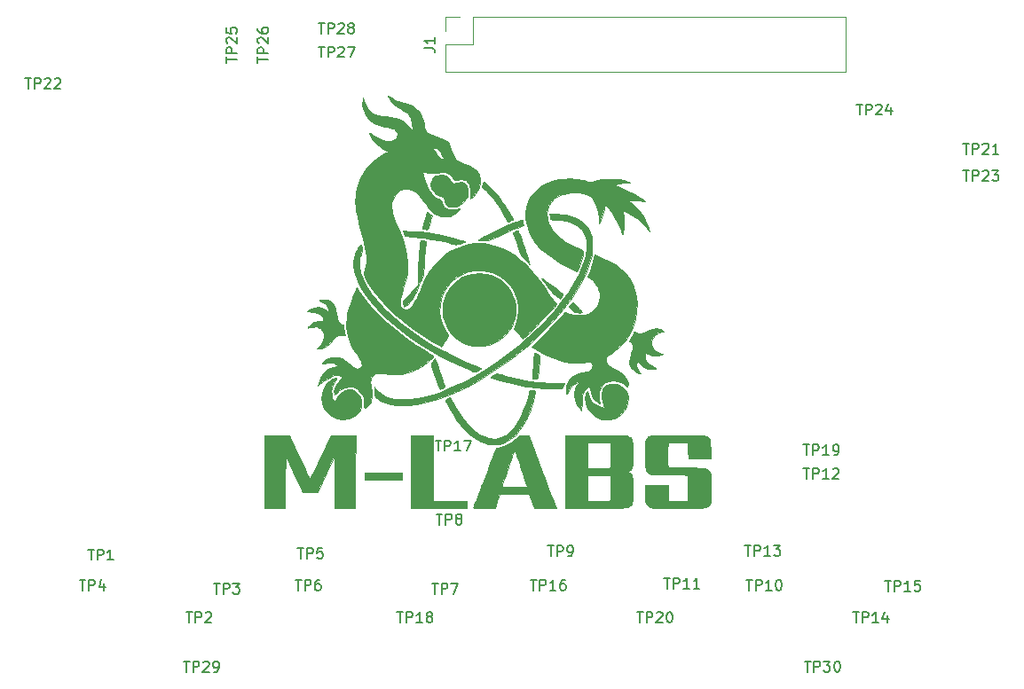
<source format=gbr>
%TF.GenerationSoftware,KiCad,Pcbnew,(5.1.10)-1*%
%TF.CreationDate,2021-08-26T14:05:13+08:00*%
%TF.ProjectId,Syrostan-Ext-DIO,5379726f-7374-4616-9e2d-4578742d4449,rev?*%
%TF.SameCoordinates,Original*%
%TF.FileFunction,Legend,Top*%
%TF.FilePolarity,Positive*%
%FSLAX46Y46*%
G04 Gerber Fmt 4.6, Leading zero omitted, Abs format (unit mm)*
G04 Created by KiCad (PCBNEW (5.1.10)-1) date 2021-08-26 14:05:13*
%MOMM*%
%LPD*%
G01*
G04 APERTURE LIST*
%ADD10C,0.010000*%
%ADD11C,0.120000*%
%ADD12C,0.150000*%
G04 APERTURE END LIST*
D10*
%TO.C,G\u002A\u002A\u002A*%
G36*
X143006852Y-113570131D02*
G01*
X142993800Y-117038169D01*
X141038958Y-117065759D01*
X141025779Y-114585007D01*
X141012600Y-112104256D01*
X140196035Y-113809212D01*
X139379470Y-115514169D01*
X137973700Y-115514169D01*
X137156350Y-113793517D01*
X136339000Y-112072866D01*
X136325821Y-114568217D01*
X136312642Y-117063569D01*
X134383200Y-117063569D01*
X134383200Y-110103969D01*
X136696458Y-110103969D01*
X137656288Y-112174069D01*
X137855394Y-112602774D01*
X138042002Y-113003200D01*
X138211663Y-113365898D01*
X138359928Y-113681417D01*
X138482348Y-113940311D01*
X138574472Y-114133129D01*
X138631851Y-114250423D01*
X138649544Y-114283314D01*
X138677460Y-114247050D01*
X138744209Y-114127755D01*
X138845333Y-113934314D01*
X138976375Y-113675610D01*
X139132875Y-113360528D01*
X139310376Y-112997951D01*
X139504419Y-112596765D01*
X139681950Y-112225914D01*
X140680931Y-110129369D01*
X141850418Y-110115731D01*
X143019905Y-110102094D01*
X143006852Y-113570131D01*
G37*
X143006852Y-113570131D02*
X142993800Y-117038169D01*
X141038958Y-117065759D01*
X141025779Y-114585007D01*
X141012600Y-112104256D01*
X140196035Y-113809212D01*
X139379470Y-115514169D01*
X137973700Y-115514169D01*
X137156350Y-113793517D01*
X136339000Y-112072866D01*
X136325821Y-114568217D01*
X136312642Y-117063569D01*
X134383200Y-117063569D01*
X134383200Y-110103969D01*
X136696458Y-110103969D01*
X137656288Y-112174069D01*
X137855394Y-112602774D01*
X138042002Y-113003200D01*
X138211663Y-113365898D01*
X138359928Y-113681417D01*
X138482348Y-113940311D01*
X138574472Y-114133129D01*
X138631851Y-114250423D01*
X138649544Y-114283314D01*
X138677460Y-114247050D01*
X138744209Y-114127755D01*
X138845333Y-113934314D01*
X138976375Y-113675610D01*
X139132875Y-113360528D01*
X139310376Y-112997951D01*
X139504419Y-112596765D01*
X139681950Y-112225914D01*
X140680931Y-110129369D01*
X141850418Y-110115731D01*
X143019905Y-110102094D01*
X143006852Y-113570131D01*
G36*
X150436000Y-116403169D02*
G01*
X153687200Y-116403169D01*
X153687200Y-117063569D01*
X148302400Y-117063569D01*
X148302400Y-110103969D01*
X150436000Y-110103969D01*
X150436000Y-116403169D01*
G37*
X150436000Y-116403169D02*
X153687200Y-116403169D01*
X153687200Y-117063569D01*
X148302400Y-117063569D01*
X148302400Y-110103969D01*
X150436000Y-110103969D01*
X150436000Y-116403169D01*
G36*
X159099440Y-110114648D02*
G01*
X159539189Y-110129369D01*
X160854992Y-113583769D01*
X161069626Y-114147420D01*
X161273376Y-114682820D01*
X161463401Y-115182484D01*
X161636861Y-115638924D01*
X161790914Y-116044656D01*
X161922720Y-116392191D01*
X162029437Y-116674046D01*
X162108223Y-116882733D01*
X162156239Y-117010766D01*
X162170797Y-117050869D01*
X162122484Y-117054658D01*
X161987487Y-117057997D01*
X161780720Y-117060706D01*
X161517101Y-117062605D01*
X161211544Y-117063515D01*
X161114592Y-117063569D01*
X160058385Y-117063569D01*
X159609109Y-115690423D01*
X158189067Y-115703896D01*
X156769024Y-115717369D01*
X156544679Y-116390469D01*
X156320333Y-117063569D01*
X155277731Y-117063569D01*
X154927358Y-117063052D01*
X154666234Y-117060776D01*
X154482011Y-117055651D01*
X154362341Y-117046586D01*
X154294875Y-117032490D01*
X154267266Y-117012275D01*
X154267165Y-116984849D01*
X154270806Y-116974669D01*
X154294357Y-116913526D01*
X154349996Y-116767886D01*
X154433734Y-116548233D01*
X154541588Y-116265050D01*
X154669572Y-115928821D01*
X154813699Y-115550030D01*
X154969984Y-115139160D01*
X155035046Y-114968069D01*
X157001825Y-114968069D01*
X157015171Y-114988963D01*
X157078958Y-115005036D01*
X157202750Y-115016804D01*
X157396111Y-115024783D01*
X157668606Y-115029490D01*
X158029798Y-115031441D01*
X158177564Y-115031569D01*
X158514451Y-115030359D01*
X158814762Y-115026962D01*
X159064501Y-115021727D01*
X159249669Y-115015005D01*
X159356270Y-115007144D01*
X159376800Y-115001630D01*
X159361471Y-114943142D01*
X159318388Y-114801971D01*
X159251907Y-114591368D01*
X159166383Y-114324582D01*
X159066172Y-114014865D01*
X158955629Y-113675467D01*
X158839110Y-113319639D01*
X158720970Y-112960631D01*
X158605564Y-112611694D01*
X158497248Y-112286078D01*
X158400378Y-111997034D01*
X158319310Y-111757812D01*
X158258397Y-111581663D01*
X158221997Y-111481838D01*
X158214086Y-111464354D01*
X158191104Y-111502252D01*
X158140339Y-111626256D01*
X158065554Y-111825890D01*
X157970509Y-112090679D01*
X157858963Y-112410150D01*
X157734679Y-112773828D01*
X157603106Y-113166154D01*
X157469467Y-113568048D01*
X157345458Y-113940611D01*
X157234842Y-114272565D01*
X157141382Y-114552632D01*
X157068843Y-114769531D01*
X157020988Y-114911986D01*
X157001825Y-114968069D01*
X155035046Y-114968069D01*
X155134441Y-114706696D01*
X155303085Y-114263121D01*
X155471930Y-113818918D01*
X155636990Y-113384571D01*
X155794280Y-112970565D01*
X155939813Y-112587383D01*
X156069605Y-112245508D01*
X156179670Y-111955424D01*
X156266021Y-111727616D01*
X156324673Y-111572566D01*
X156337303Y-111539069D01*
X156401997Y-111384222D01*
X156459532Y-111303875D01*
X156530749Y-111274864D01*
X156577229Y-111272369D01*
X156847938Y-111236355D01*
X157163821Y-111135682D01*
X157502299Y-110981400D01*
X157840794Y-110784558D01*
X158156725Y-110556208D01*
X158308461Y-110425111D01*
X158659690Y-110099927D01*
X159099440Y-110114648D01*
G37*
X159099440Y-110114648D02*
X159539189Y-110129369D01*
X160854992Y-113583769D01*
X161069626Y-114147420D01*
X161273376Y-114682820D01*
X161463401Y-115182484D01*
X161636861Y-115638924D01*
X161790914Y-116044656D01*
X161922720Y-116392191D01*
X162029437Y-116674046D01*
X162108223Y-116882733D01*
X162156239Y-117010766D01*
X162170797Y-117050869D01*
X162122484Y-117054658D01*
X161987487Y-117057997D01*
X161780720Y-117060706D01*
X161517101Y-117062605D01*
X161211544Y-117063515D01*
X161114592Y-117063569D01*
X160058385Y-117063569D01*
X159609109Y-115690423D01*
X158189067Y-115703896D01*
X156769024Y-115717369D01*
X156544679Y-116390469D01*
X156320333Y-117063569D01*
X155277731Y-117063569D01*
X154927358Y-117063052D01*
X154666234Y-117060776D01*
X154482011Y-117055651D01*
X154362341Y-117046586D01*
X154294875Y-117032490D01*
X154267266Y-117012275D01*
X154267165Y-116984849D01*
X154270806Y-116974669D01*
X154294357Y-116913526D01*
X154349996Y-116767886D01*
X154433734Y-116548233D01*
X154541588Y-116265050D01*
X154669572Y-115928821D01*
X154813699Y-115550030D01*
X154969984Y-115139160D01*
X155035046Y-114968069D01*
X157001825Y-114968069D01*
X157015171Y-114988963D01*
X157078958Y-115005036D01*
X157202750Y-115016804D01*
X157396111Y-115024783D01*
X157668606Y-115029490D01*
X158029798Y-115031441D01*
X158177564Y-115031569D01*
X158514451Y-115030359D01*
X158814762Y-115026962D01*
X159064501Y-115021727D01*
X159249669Y-115015005D01*
X159356270Y-115007144D01*
X159376800Y-115001630D01*
X159361471Y-114943142D01*
X159318388Y-114801971D01*
X159251907Y-114591368D01*
X159166383Y-114324582D01*
X159066172Y-114014865D01*
X158955629Y-113675467D01*
X158839110Y-113319639D01*
X158720970Y-112960631D01*
X158605564Y-112611694D01*
X158497248Y-112286078D01*
X158400378Y-111997034D01*
X158319310Y-111757812D01*
X158258397Y-111581663D01*
X158221997Y-111481838D01*
X158214086Y-111464354D01*
X158191104Y-111502252D01*
X158140339Y-111626256D01*
X158065554Y-111825890D01*
X157970509Y-112090679D01*
X157858963Y-112410150D01*
X157734679Y-112773828D01*
X157603106Y-113166154D01*
X157469467Y-113568048D01*
X157345458Y-113940611D01*
X157234842Y-114272565D01*
X157141382Y-114552632D01*
X157068843Y-114769531D01*
X157020988Y-114911986D01*
X157001825Y-114968069D01*
X155035046Y-114968069D01*
X155134441Y-114706696D01*
X155303085Y-114263121D01*
X155471930Y-113818918D01*
X155636990Y-113384571D01*
X155794280Y-112970565D01*
X155939813Y-112587383D01*
X156069605Y-112245508D01*
X156179670Y-111955424D01*
X156266021Y-111727616D01*
X156324673Y-111572566D01*
X156337303Y-111539069D01*
X156401997Y-111384222D01*
X156459532Y-111303875D01*
X156530749Y-111274864D01*
X156577229Y-111272369D01*
X156847938Y-111236355D01*
X157163821Y-111135682D01*
X157502299Y-110981400D01*
X157840794Y-110784558D01*
X158156725Y-110556208D01*
X158308461Y-110425111D01*
X158659690Y-110099927D01*
X159099440Y-110114648D01*
G36*
X165942700Y-110105084D02*
G01*
X166561710Y-110105470D01*
X167087450Y-110106288D01*
X167528249Y-110107799D01*
X167892436Y-110110263D01*
X168188341Y-110113941D01*
X168424293Y-110119094D01*
X168608620Y-110125981D01*
X168749654Y-110134864D01*
X168855722Y-110146003D01*
X168935155Y-110159658D01*
X168996281Y-110176090D01*
X169047430Y-110195560D01*
X169063531Y-110202692D01*
X169177538Y-110258873D01*
X169267378Y-110320153D01*
X169335921Y-110398683D01*
X169386035Y-110506614D01*
X169420589Y-110656095D01*
X169442453Y-110859277D01*
X169454497Y-111128311D01*
X169459588Y-111475346D01*
X169460600Y-111884203D01*
X169459713Y-112304891D01*
X169455224Y-112636362D01*
X169444387Y-112890995D01*
X169424457Y-113081169D01*
X169392689Y-113219263D01*
X169346340Y-113317655D01*
X169282662Y-113388726D01*
X169198913Y-113444854D01*
X169103884Y-113492931D01*
X168929942Y-113575878D01*
X169119071Y-113660655D01*
X169217794Y-113709081D01*
X169295424Y-113763683D01*
X169354489Y-113836521D01*
X169397517Y-113939655D01*
X169427036Y-114085144D01*
X169445575Y-114285047D01*
X169455663Y-114551425D01*
X169459827Y-114896337D01*
X169460600Y-115289662D01*
X169460183Y-115681146D01*
X169458277Y-115984193D01*
X169453896Y-116211964D01*
X169446054Y-116377623D01*
X169433767Y-116494329D01*
X169416047Y-116575246D01*
X169391910Y-116633535D01*
X169360370Y-116682357D01*
X169355861Y-116688446D01*
X169234861Y-116824064D01*
X169110878Y-116933430D01*
X169079050Y-116955442D01*
X169041807Y-116974184D01*
X168991105Y-116989964D01*
X168918901Y-117003089D01*
X168817152Y-117013868D01*
X168677815Y-117022608D01*
X168492846Y-117029617D01*
X168254202Y-117035203D01*
X167953840Y-117039674D01*
X167583716Y-117043339D01*
X167135787Y-117046504D01*
X166602010Y-117049479D01*
X166002517Y-117052435D01*
X163034400Y-117066701D01*
X163034400Y-113913969D01*
X165168000Y-113913969D01*
X165168000Y-116403169D01*
X166172696Y-116403169D01*
X166531117Y-116401877D01*
X166801853Y-116397348D01*
X166998792Y-116388598D01*
X167135823Y-116374644D01*
X167226837Y-116354504D01*
X167285721Y-116327194D01*
X167290296Y-116324088D01*
X167327286Y-116295088D01*
X167355163Y-116257887D01*
X167375217Y-116198986D01*
X167388734Y-116104881D01*
X167397004Y-115962074D01*
X167401312Y-115757062D01*
X167402948Y-115476345D01*
X167403200Y-115140448D01*
X167401232Y-114735085D01*
X167395072Y-114423902D01*
X167384336Y-114199551D01*
X167368639Y-114054683D01*
X167347597Y-113981952D01*
X167342240Y-113974929D01*
X167282930Y-113952141D01*
X167151684Y-113935049D01*
X166941224Y-113923256D01*
X166644276Y-113916364D01*
X166253560Y-113913977D01*
X166224639Y-113913969D01*
X165168000Y-113913969D01*
X163034400Y-113913969D01*
X163034400Y-110764369D01*
X165168000Y-110764369D01*
X165168000Y-113253569D01*
X166155292Y-113253569D01*
X166470318Y-113251077D01*
X166757640Y-113244144D01*
X166998999Y-113233577D01*
X167176136Y-113220186D01*
X167270792Y-113204781D01*
X167272892Y-113204026D01*
X167403200Y-113154483D01*
X167403200Y-112020386D01*
X167401309Y-111609966D01*
X167395387Y-111293703D01*
X167385057Y-111064221D01*
X167369942Y-110914142D01*
X167349667Y-110836089D01*
X167342240Y-110825329D01*
X167282930Y-110802541D01*
X167151684Y-110785449D01*
X166941224Y-110773656D01*
X166644276Y-110766764D01*
X166253560Y-110764377D01*
X166224639Y-110764369D01*
X165168000Y-110764369D01*
X163034400Y-110764369D01*
X163034400Y-110103969D01*
X165942700Y-110105084D01*
G37*
X165942700Y-110105084D02*
X166561710Y-110105470D01*
X167087450Y-110106288D01*
X167528249Y-110107799D01*
X167892436Y-110110263D01*
X168188341Y-110113941D01*
X168424293Y-110119094D01*
X168608620Y-110125981D01*
X168749654Y-110134864D01*
X168855722Y-110146003D01*
X168935155Y-110159658D01*
X168996281Y-110176090D01*
X169047430Y-110195560D01*
X169063531Y-110202692D01*
X169177538Y-110258873D01*
X169267378Y-110320153D01*
X169335921Y-110398683D01*
X169386035Y-110506614D01*
X169420589Y-110656095D01*
X169442453Y-110859277D01*
X169454497Y-111128311D01*
X169459588Y-111475346D01*
X169460600Y-111884203D01*
X169459713Y-112304891D01*
X169455224Y-112636362D01*
X169444387Y-112890995D01*
X169424457Y-113081169D01*
X169392689Y-113219263D01*
X169346340Y-113317655D01*
X169282662Y-113388726D01*
X169198913Y-113444854D01*
X169103884Y-113492931D01*
X168929942Y-113575878D01*
X169119071Y-113660655D01*
X169217794Y-113709081D01*
X169295424Y-113763683D01*
X169354489Y-113836521D01*
X169397517Y-113939655D01*
X169427036Y-114085144D01*
X169445575Y-114285047D01*
X169455663Y-114551425D01*
X169459827Y-114896337D01*
X169460600Y-115289662D01*
X169460183Y-115681146D01*
X169458277Y-115984193D01*
X169453896Y-116211964D01*
X169446054Y-116377623D01*
X169433767Y-116494329D01*
X169416047Y-116575246D01*
X169391910Y-116633535D01*
X169360370Y-116682357D01*
X169355861Y-116688446D01*
X169234861Y-116824064D01*
X169110878Y-116933430D01*
X169079050Y-116955442D01*
X169041807Y-116974184D01*
X168991105Y-116989964D01*
X168918901Y-117003089D01*
X168817152Y-117013868D01*
X168677815Y-117022608D01*
X168492846Y-117029617D01*
X168254202Y-117035203D01*
X167953840Y-117039674D01*
X167583716Y-117043339D01*
X167135787Y-117046504D01*
X166602010Y-117049479D01*
X166002517Y-117052435D01*
X163034400Y-117066701D01*
X163034400Y-113913969D01*
X165168000Y-113913969D01*
X165168000Y-116403169D01*
X166172696Y-116403169D01*
X166531117Y-116401877D01*
X166801853Y-116397348D01*
X166998792Y-116388598D01*
X167135823Y-116374644D01*
X167226837Y-116354504D01*
X167285721Y-116327194D01*
X167290296Y-116324088D01*
X167327286Y-116295088D01*
X167355163Y-116257887D01*
X167375217Y-116198986D01*
X167388734Y-116104881D01*
X167397004Y-115962074D01*
X167401312Y-115757062D01*
X167402948Y-115476345D01*
X167403200Y-115140448D01*
X167401232Y-114735085D01*
X167395072Y-114423902D01*
X167384336Y-114199551D01*
X167368639Y-114054683D01*
X167347597Y-113981952D01*
X167342240Y-113974929D01*
X167282930Y-113952141D01*
X167151684Y-113935049D01*
X166941224Y-113923256D01*
X166644276Y-113916364D01*
X166253560Y-113913977D01*
X166224639Y-113913969D01*
X165168000Y-113913969D01*
X163034400Y-113913969D01*
X163034400Y-110764369D01*
X165168000Y-110764369D01*
X165168000Y-113253569D01*
X166155292Y-113253569D01*
X166470318Y-113251077D01*
X166757640Y-113244144D01*
X166998999Y-113233577D01*
X167176136Y-113220186D01*
X167270792Y-113204781D01*
X167272892Y-113204026D01*
X167403200Y-113154483D01*
X167403200Y-112020386D01*
X167401309Y-111609966D01*
X167395387Y-111293703D01*
X167385057Y-111064221D01*
X167369942Y-110914142D01*
X167349667Y-110836089D01*
X167342240Y-110825329D01*
X167282930Y-110802541D01*
X167151684Y-110785449D01*
X166941224Y-110773656D01*
X166644276Y-110766764D01*
X166253560Y-110764377D01*
X166224639Y-110764369D01*
X165168000Y-110764369D01*
X163034400Y-110764369D01*
X163034400Y-110103969D01*
X165942700Y-110105084D01*
G36*
X174377204Y-110104192D02*
G01*
X174882831Y-110105004D01*
X175304101Y-110107488D01*
X175649638Y-110112567D01*
X175928063Y-110121165D01*
X176147998Y-110134208D01*
X176318064Y-110152618D01*
X176446885Y-110177320D01*
X176543081Y-110209238D01*
X176615275Y-110249297D01*
X176672089Y-110298421D01*
X176722145Y-110357533D01*
X176772188Y-110425007D01*
X176811319Y-110486820D01*
X176840028Y-110560879D01*
X176860347Y-110663977D01*
X176874304Y-110812909D01*
X176883929Y-111024469D01*
X176891252Y-111315449D01*
X176893445Y-111428307D01*
X176909490Y-112288369D01*
X174776879Y-112288369D01*
X174760339Y-111575217D01*
X174751273Y-111277980D01*
X174738917Y-111067687D01*
X174721485Y-110929695D01*
X174697194Y-110849357D01*
X174667600Y-110813995D01*
X174588600Y-110796043D01*
X174429799Y-110782391D01*
X174212903Y-110773038D01*
X173959617Y-110767983D01*
X173691646Y-110767228D01*
X173430696Y-110770770D01*
X173198472Y-110778611D01*
X173016679Y-110790749D01*
X172907023Y-110807185D01*
X172889600Y-110814017D01*
X172863261Y-110846194D01*
X172842852Y-110913554D01*
X172827352Y-111028465D01*
X172815746Y-111203295D01*
X172807015Y-111450412D01*
X172800141Y-111782183D01*
X172797865Y-111928882D01*
X172794572Y-112357964D01*
X172798505Y-112692506D01*
X172809594Y-112930518D01*
X172827773Y-113070014D01*
X172837752Y-113099211D01*
X172856343Y-113128053D01*
X172885055Y-113150976D01*
X172934720Y-113168657D01*
X173016171Y-113181778D01*
X173140241Y-113191017D01*
X173317760Y-113197054D01*
X173559562Y-113200567D01*
X173876480Y-113202236D01*
X174279344Y-113202740D01*
X174489086Y-113202769D01*
X175000317Y-113203816D01*
X175420456Y-113207827D01*
X175759999Y-113216106D01*
X176029442Y-113229960D01*
X176239278Y-113250692D01*
X176400003Y-113279607D01*
X176522113Y-113318010D01*
X176616102Y-113367207D01*
X176692467Y-113428501D01*
X176744465Y-113483171D01*
X176806967Y-113563470D01*
X176856344Y-113654091D01*
X176893872Y-113767048D01*
X176920826Y-113914357D01*
X176938481Y-114108033D01*
X176948111Y-114360090D01*
X176950993Y-114682545D01*
X176948402Y-115087411D01*
X176944806Y-115370881D01*
X176938593Y-115768285D01*
X176930354Y-116078018D01*
X176916824Y-116314005D01*
X176894742Y-116490165D01*
X176860842Y-116620422D01*
X176811861Y-116718698D01*
X176744534Y-116798916D01*
X176655599Y-116874997D01*
X176578496Y-116933430D01*
X176544017Y-116957155D01*
X176503708Y-116977053D01*
X176448774Y-116993509D01*
X176370419Y-117006908D01*
X176259850Y-117017633D01*
X176108270Y-117026068D01*
X175906884Y-117032598D01*
X175646897Y-117037606D01*
X175319515Y-117041478D01*
X174915941Y-117044596D01*
X174427382Y-117047346D01*
X173914635Y-117049792D01*
X173316466Y-117052043D01*
X172811827Y-117052714D01*
X172392659Y-117051636D01*
X172050902Y-117048636D01*
X171778496Y-117043544D01*
X171567381Y-117036187D01*
X171409498Y-117026396D01*
X171296787Y-117013998D01*
X171221188Y-116998823D01*
X171200018Y-116992113D01*
X171031603Y-116921310D01*
X170903736Y-116837581D01*
X170810471Y-116726373D01*
X170745863Y-116573134D01*
X170703965Y-116363313D01*
X170678831Y-116082356D01*
X170664515Y-115715710D01*
X170663585Y-115679269D01*
X170643754Y-114879169D01*
X172838800Y-114879169D01*
X172838800Y-115588581D01*
X172839883Y-115872045D01*
X172844577Y-116070721D01*
X172855048Y-116201410D01*
X172873463Y-116280915D01*
X172901988Y-116326035D01*
X172937060Y-116350581D01*
X173022578Y-116369660D01*
X173190305Y-116385486D01*
X173420871Y-116396885D01*
X173694906Y-116402680D01*
X173804000Y-116403169D01*
X174089259Y-116399757D01*
X174338253Y-116390305D01*
X174531611Y-116375989D01*
X174649965Y-116357982D01*
X174670939Y-116350581D01*
X174702432Y-116328488D01*
X174726381Y-116291811D01*
X174743812Y-116227784D01*
X174755755Y-116123642D01*
X174763236Y-115966618D01*
X174767284Y-115743946D01*
X174768927Y-115442862D01*
X174769200Y-115130124D01*
X174769200Y-113962254D01*
X174638892Y-113912711D01*
X174554631Y-113899877D01*
X174380136Y-113888469D01*
X174126768Y-113878802D01*
X173805889Y-113871189D01*
X173428859Y-113865942D01*
X173007038Y-113863376D01*
X172843005Y-113863169D01*
X172312930Y-113864228D01*
X171875551Y-113862185D01*
X171522077Y-113849207D01*
X171243714Y-113817459D01*
X171031670Y-113759109D01*
X170877151Y-113666323D01*
X170771364Y-113531268D01*
X170705518Y-113346110D01*
X170670818Y-113103018D01*
X170658472Y-112794156D01*
X170659687Y-112411692D01*
X170665671Y-111947794D01*
X170665924Y-111923678D01*
X170670496Y-111515559D01*
X170675527Y-111196427D01*
X170682019Y-110953671D01*
X170690975Y-110774681D01*
X170703395Y-110646845D01*
X170720283Y-110557552D01*
X170742641Y-110494191D01*
X170771470Y-110444151D01*
X170785011Y-110425078D01*
X170836711Y-110355422D01*
X170886841Y-110296649D01*
X170944022Y-110247836D01*
X171016875Y-110208058D01*
X171114022Y-110176391D01*
X171244086Y-110151911D01*
X171415686Y-110133693D01*
X171637446Y-110120813D01*
X171917986Y-110112346D01*
X172265929Y-110107368D01*
X172689896Y-110104955D01*
X173198509Y-110104183D01*
X173778600Y-110104126D01*
X174377204Y-110104192D01*
G37*
X174377204Y-110104192D02*
X174882831Y-110105004D01*
X175304101Y-110107488D01*
X175649638Y-110112567D01*
X175928063Y-110121165D01*
X176147998Y-110134208D01*
X176318064Y-110152618D01*
X176446885Y-110177320D01*
X176543081Y-110209238D01*
X176615275Y-110249297D01*
X176672089Y-110298421D01*
X176722145Y-110357533D01*
X176772188Y-110425007D01*
X176811319Y-110486820D01*
X176840028Y-110560879D01*
X176860347Y-110663977D01*
X176874304Y-110812909D01*
X176883929Y-111024469D01*
X176891252Y-111315449D01*
X176893445Y-111428307D01*
X176909490Y-112288369D01*
X174776879Y-112288369D01*
X174760339Y-111575217D01*
X174751273Y-111277980D01*
X174738917Y-111067687D01*
X174721485Y-110929695D01*
X174697194Y-110849357D01*
X174667600Y-110813995D01*
X174588600Y-110796043D01*
X174429799Y-110782391D01*
X174212903Y-110773038D01*
X173959617Y-110767983D01*
X173691646Y-110767228D01*
X173430696Y-110770770D01*
X173198472Y-110778611D01*
X173016679Y-110790749D01*
X172907023Y-110807185D01*
X172889600Y-110814017D01*
X172863261Y-110846194D01*
X172842852Y-110913554D01*
X172827352Y-111028465D01*
X172815746Y-111203295D01*
X172807015Y-111450412D01*
X172800141Y-111782183D01*
X172797865Y-111928882D01*
X172794572Y-112357964D01*
X172798505Y-112692506D01*
X172809594Y-112930518D01*
X172827773Y-113070014D01*
X172837752Y-113099211D01*
X172856343Y-113128053D01*
X172885055Y-113150976D01*
X172934720Y-113168657D01*
X173016171Y-113181778D01*
X173140241Y-113191017D01*
X173317760Y-113197054D01*
X173559562Y-113200567D01*
X173876480Y-113202236D01*
X174279344Y-113202740D01*
X174489086Y-113202769D01*
X175000317Y-113203816D01*
X175420456Y-113207827D01*
X175759999Y-113216106D01*
X176029442Y-113229960D01*
X176239278Y-113250692D01*
X176400003Y-113279607D01*
X176522113Y-113318010D01*
X176616102Y-113367207D01*
X176692467Y-113428501D01*
X176744465Y-113483171D01*
X176806967Y-113563470D01*
X176856344Y-113654091D01*
X176893872Y-113767048D01*
X176920826Y-113914357D01*
X176938481Y-114108033D01*
X176948111Y-114360090D01*
X176950993Y-114682545D01*
X176948402Y-115087411D01*
X176944806Y-115370881D01*
X176938593Y-115768285D01*
X176930354Y-116078018D01*
X176916824Y-116314005D01*
X176894742Y-116490165D01*
X176860842Y-116620422D01*
X176811861Y-116718698D01*
X176744534Y-116798916D01*
X176655599Y-116874997D01*
X176578496Y-116933430D01*
X176544017Y-116957155D01*
X176503708Y-116977053D01*
X176448774Y-116993509D01*
X176370419Y-117006908D01*
X176259850Y-117017633D01*
X176108270Y-117026068D01*
X175906884Y-117032598D01*
X175646897Y-117037606D01*
X175319515Y-117041478D01*
X174915941Y-117044596D01*
X174427382Y-117047346D01*
X173914635Y-117049792D01*
X173316466Y-117052043D01*
X172811827Y-117052714D01*
X172392659Y-117051636D01*
X172050902Y-117048636D01*
X171778496Y-117043544D01*
X171567381Y-117036187D01*
X171409498Y-117026396D01*
X171296787Y-117013998D01*
X171221188Y-116998823D01*
X171200018Y-116992113D01*
X171031603Y-116921310D01*
X170903736Y-116837581D01*
X170810471Y-116726373D01*
X170745863Y-116573134D01*
X170703965Y-116363313D01*
X170678831Y-116082356D01*
X170664515Y-115715710D01*
X170663585Y-115679269D01*
X170643754Y-114879169D01*
X172838800Y-114879169D01*
X172838800Y-115588581D01*
X172839883Y-115872045D01*
X172844577Y-116070721D01*
X172855048Y-116201410D01*
X172873463Y-116280915D01*
X172901988Y-116326035D01*
X172937060Y-116350581D01*
X173022578Y-116369660D01*
X173190305Y-116385486D01*
X173420871Y-116396885D01*
X173694906Y-116402680D01*
X173804000Y-116403169D01*
X174089259Y-116399757D01*
X174338253Y-116390305D01*
X174531611Y-116375989D01*
X174649965Y-116357982D01*
X174670939Y-116350581D01*
X174702432Y-116328488D01*
X174726381Y-116291811D01*
X174743812Y-116227784D01*
X174755755Y-116123642D01*
X174763236Y-115966618D01*
X174767284Y-115743946D01*
X174768927Y-115442862D01*
X174769200Y-115130124D01*
X174769200Y-113962254D01*
X174638892Y-113912711D01*
X174554631Y-113899877D01*
X174380136Y-113888469D01*
X174126768Y-113878802D01*
X173805889Y-113871189D01*
X173428859Y-113865942D01*
X173007038Y-113863376D01*
X172843005Y-113863169D01*
X172312930Y-113864228D01*
X171875551Y-113862185D01*
X171522077Y-113849207D01*
X171243714Y-113817459D01*
X171031670Y-113759109D01*
X170877151Y-113666323D01*
X170771364Y-113531268D01*
X170705518Y-113346110D01*
X170670818Y-113103018D01*
X170658472Y-112794156D01*
X170659687Y-112411692D01*
X170665671Y-111947794D01*
X170665924Y-111923678D01*
X170670496Y-111515559D01*
X170675527Y-111196427D01*
X170682019Y-110953671D01*
X170690975Y-110774681D01*
X170703395Y-110646845D01*
X170720283Y-110557552D01*
X170742641Y-110494191D01*
X170771470Y-110444151D01*
X170785011Y-110425078D01*
X170836711Y-110355422D01*
X170886841Y-110296649D01*
X170944022Y-110247836D01*
X171016875Y-110208058D01*
X171114022Y-110176391D01*
X171244086Y-110151911D01*
X171415686Y-110133693D01*
X171637446Y-110120813D01*
X171917986Y-110112346D01*
X172265929Y-110107368D01*
X172689896Y-110104955D01*
X173198509Y-110104183D01*
X173778600Y-110104126D01*
X174377204Y-110104192D01*
G36*
X147438800Y-114371169D02*
G01*
X143882800Y-114371169D01*
X143882800Y-113710769D01*
X147438800Y-113710769D01*
X147438800Y-114371169D01*
G37*
X147438800Y-114371169D02*
X143882800Y-114371169D01*
X143882800Y-113710769D01*
X147438800Y-113710769D01*
X147438800Y-114371169D01*
G36*
X159901106Y-105803830D02*
G01*
X160051048Y-105825743D01*
X160153899Y-105848515D01*
X160178067Y-105859103D01*
X160179142Y-105919977D01*
X160154779Y-106059752D01*
X160109768Y-106260330D01*
X160048897Y-106503612D01*
X159976956Y-106771500D01*
X159898735Y-107045895D01*
X159819022Y-107308700D01*
X159742609Y-107541816D01*
X159704394Y-107649007D01*
X159395624Y-108391689D01*
X159052915Y-109046196D01*
X158677738Y-109610739D01*
X158271564Y-110083528D01*
X157835864Y-110462773D01*
X157372110Y-110746684D01*
X157046428Y-110882680D01*
X156747977Y-110955751D01*
X156397837Y-110995676D01*
X156035118Y-111001356D01*
X155698930Y-110971689D01*
X155490600Y-110926445D01*
X154967659Y-110720301D01*
X154445443Y-110416074D01*
X153928078Y-110017225D01*
X153419689Y-109527215D01*
X152924403Y-108949503D01*
X152582676Y-108487571D01*
X152434572Y-108266751D01*
X152276832Y-108016969D01*
X152117688Y-107753013D01*
X151965370Y-107489669D01*
X151828110Y-107241726D01*
X151714139Y-107023970D01*
X151631689Y-106851189D01*
X151588992Y-106738170D01*
X151588309Y-106701239D01*
X151658160Y-106661821D01*
X151784760Y-106605724D01*
X151842093Y-106582862D01*
X152054387Y-106500877D01*
X152292847Y-106943523D01*
X152610074Y-107492751D01*
X152960513Y-108029271D01*
X153330782Y-108535602D01*
X153707502Y-108994264D01*
X154077290Y-109387777D01*
X154361272Y-109645703D01*
X154842866Y-109997098D01*
X155317306Y-110248001D01*
X155782707Y-110398575D01*
X156237186Y-110448981D01*
X156678857Y-110399380D01*
X157105836Y-110249934D01*
X157516240Y-110000806D01*
X157908182Y-109652156D01*
X158195758Y-109316569D01*
X158416673Y-108991627D01*
X158644549Y-108587175D01*
X158870473Y-108124055D01*
X159085535Y-107623107D01*
X159280822Y-107105174D01*
X159447422Y-106591098D01*
X159576423Y-106101720D01*
X159583106Y-106072108D01*
X159649635Y-105774047D01*
X159901106Y-105803830D01*
G37*
X159901106Y-105803830D02*
X160051048Y-105825743D01*
X160153899Y-105848515D01*
X160178067Y-105859103D01*
X160179142Y-105919977D01*
X160154779Y-106059752D01*
X160109768Y-106260330D01*
X160048897Y-106503612D01*
X159976956Y-106771500D01*
X159898735Y-107045895D01*
X159819022Y-107308700D01*
X159742609Y-107541816D01*
X159704394Y-107649007D01*
X159395624Y-108391689D01*
X159052915Y-109046196D01*
X158677738Y-109610739D01*
X158271564Y-110083528D01*
X157835864Y-110462773D01*
X157372110Y-110746684D01*
X157046428Y-110882680D01*
X156747977Y-110955751D01*
X156397837Y-110995676D01*
X156035118Y-111001356D01*
X155698930Y-110971689D01*
X155490600Y-110926445D01*
X154967659Y-110720301D01*
X154445443Y-110416074D01*
X153928078Y-110017225D01*
X153419689Y-109527215D01*
X152924403Y-108949503D01*
X152582676Y-108487571D01*
X152434572Y-108266751D01*
X152276832Y-108016969D01*
X152117688Y-107753013D01*
X151965370Y-107489669D01*
X151828110Y-107241726D01*
X151714139Y-107023970D01*
X151631689Y-106851189D01*
X151588992Y-106738170D01*
X151588309Y-106701239D01*
X151658160Y-106661821D01*
X151784760Y-106605724D01*
X151842093Y-106582862D01*
X152054387Y-106500877D01*
X152292847Y-106943523D01*
X152610074Y-107492751D01*
X152960513Y-108029271D01*
X153330782Y-108535602D01*
X153707502Y-108994264D01*
X154077290Y-109387777D01*
X154361272Y-109645703D01*
X154842866Y-109997098D01*
X155317306Y-110248001D01*
X155782707Y-110398575D01*
X156237186Y-110448981D01*
X156678857Y-110399380D01*
X157105836Y-110249934D01*
X157516240Y-110000806D01*
X157908182Y-109652156D01*
X158195758Y-109316569D01*
X158416673Y-108991627D01*
X158644549Y-108587175D01*
X158870473Y-108124055D01*
X159085535Y-107623107D01*
X159280822Y-107105174D01*
X159447422Y-106591098D01*
X159576423Y-106101720D01*
X159583106Y-106072108D01*
X159649635Y-105774047D01*
X159901106Y-105803830D01*
G36*
X167982343Y-105224792D02*
G01*
X168303807Y-105356990D01*
X168582559Y-105562192D01*
X168804967Y-105826903D01*
X168957401Y-106137628D01*
X169026228Y-106480873D01*
X169028800Y-106562124D01*
X168981558Y-106994164D01*
X168847287Y-107393831D01*
X168637167Y-107752134D01*
X168362376Y-108060082D01*
X168034096Y-108308682D01*
X167663506Y-108488944D01*
X167261786Y-108591876D01*
X166840116Y-108608487D01*
X166539600Y-108564061D01*
X166162115Y-108432952D01*
X165804857Y-108224730D01*
X165488293Y-107956596D01*
X165232887Y-107645753D01*
X165064727Y-107324425D01*
X164957558Y-106950710D01*
X164922041Y-106593028D01*
X164959053Y-106272213D01*
X165013701Y-106112125D01*
X165125815Y-105862169D01*
X165216860Y-106151846D01*
X165360326Y-106523704D01*
X165540149Y-106816672D01*
X165774932Y-107051895D01*
X166083279Y-107250520D01*
X166260200Y-107337840D01*
X166505741Y-107450366D01*
X166668879Y-107518270D01*
X166760454Y-107537286D01*
X166791306Y-107503145D01*
X166772275Y-107411579D01*
X166714199Y-107258320D01*
X166679991Y-107172562D01*
X166572220Y-106825479D01*
X166516525Y-106473063D01*
X166513873Y-106140361D01*
X166565236Y-105852421D01*
X166623340Y-105709769D01*
X166788151Y-105471793D01*
X166994819Y-105309283D01*
X167258107Y-105214472D01*
X167592776Y-105179592D01*
X167631800Y-105179095D01*
X167982343Y-105224792D01*
G37*
X167982343Y-105224792D02*
X168303807Y-105356990D01*
X168582559Y-105562192D01*
X168804967Y-105826903D01*
X168957401Y-106137628D01*
X169026228Y-106480873D01*
X169028800Y-106562124D01*
X168981558Y-106994164D01*
X168847287Y-107393831D01*
X168637167Y-107752134D01*
X168362376Y-108060082D01*
X168034096Y-108308682D01*
X167663506Y-108488944D01*
X167261786Y-108591876D01*
X166840116Y-108608487D01*
X166539600Y-108564061D01*
X166162115Y-108432952D01*
X165804857Y-108224730D01*
X165488293Y-107956596D01*
X165232887Y-107645753D01*
X165064727Y-107324425D01*
X164957558Y-106950710D01*
X164922041Y-106593028D01*
X164959053Y-106272213D01*
X165013701Y-106112125D01*
X165125815Y-105862169D01*
X165216860Y-106151846D01*
X165360326Y-106523704D01*
X165540149Y-106816672D01*
X165774932Y-107051895D01*
X166083279Y-107250520D01*
X166260200Y-107337840D01*
X166505741Y-107450366D01*
X166668879Y-107518270D01*
X166760454Y-107537286D01*
X166791306Y-107503145D01*
X166772275Y-107411579D01*
X166714199Y-107258320D01*
X166679991Y-107172562D01*
X166572220Y-106825479D01*
X166516525Y-106473063D01*
X166513873Y-106140361D01*
X166565236Y-105852421D01*
X166623340Y-105709769D01*
X166788151Y-105471793D01*
X166994819Y-105309283D01*
X167258107Y-105214472D01*
X167592776Y-105179592D01*
X167631800Y-105179095D01*
X167982343Y-105224792D01*
G36*
X141231523Y-104641758D02*
G01*
X141218183Y-104692324D01*
X141156839Y-104792411D01*
X141118135Y-104845524D01*
X141017315Y-104997512D01*
X140909596Y-105189400D01*
X140854290Y-105302004D01*
X140762168Y-105589224D01*
X140723628Y-105909331D01*
X140737091Y-106232661D01*
X140800979Y-106529546D01*
X140913713Y-106770321D01*
X140933909Y-106798667D01*
X141022789Y-106916498D01*
X141208388Y-106610970D01*
X141464527Y-106260406D01*
X141752342Y-105995358D01*
X142064814Y-105820604D01*
X142394927Y-105740925D01*
X142492758Y-105736284D01*
X142677889Y-105749437D01*
X142834561Y-105801994D01*
X142999278Y-105900269D01*
X143272925Y-106140960D01*
X143462186Y-106435622D01*
X143565170Y-106778913D01*
X143579980Y-107165491D01*
X143542513Y-107432158D01*
X143491420Y-107643682D01*
X143429007Y-107794814D01*
X143335137Y-107926377D01*
X143256753Y-108011445D01*
X143093964Y-108151594D01*
X142886509Y-108293447D01*
X142716548Y-108387376D01*
X142528849Y-108469338D01*
X142359269Y-108519867D01*
X142167153Y-108547982D01*
X141929148Y-108562051D01*
X141616930Y-108562171D01*
X141371728Y-108537538D01*
X141266600Y-108511990D01*
X140842637Y-108322810D01*
X140479917Y-108063873D01*
X140185411Y-107746160D01*
X139966090Y-107380653D01*
X139828925Y-106978334D01*
X139780887Y-106550185D01*
X139808222Y-106214593D01*
X139908620Y-105833173D01*
X140072441Y-105478521D01*
X140287108Y-105167436D01*
X140540041Y-104916718D01*
X140818662Y-104743167D01*
X140945407Y-104695800D01*
X141095246Y-104656556D01*
X141200888Y-104638693D01*
X141231523Y-104641758D01*
G37*
X141231523Y-104641758D02*
X141218183Y-104692324D01*
X141156839Y-104792411D01*
X141118135Y-104845524D01*
X141017315Y-104997512D01*
X140909596Y-105189400D01*
X140854290Y-105302004D01*
X140762168Y-105589224D01*
X140723628Y-105909331D01*
X140737091Y-106232661D01*
X140800979Y-106529546D01*
X140913713Y-106770321D01*
X140933909Y-106798667D01*
X141022789Y-106916498D01*
X141208388Y-106610970D01*
X141464527Y-106260406D01*
X141752342Y-105995358D01*
X142064814Y-105820604D01*
X142394927Y-105740925D01*
X142492758Y-105736284D01*
X142677889Y-105749437D01*
X142834561Y-105801994D01*
X142999278Y-105900269D01*
X143272925Y-106140960D01*
X143462186Y-106435622D01*
X143565170Y-106778913D01*
X143579980Y-107165491D01*
X143542513Y-107432158D01*
X143491420Y-107643682D01*
X143429007Y-107794814D01*
X143335137Y-107926377D01*
X143256753Y-108011445D01*
X143093964Y-108151594D01*
X142886509Y-108293447D01*
X142716548Y-108387376D01*
X142528849Y-108469338D01*
X142359269Y-108519867D01*
X142167153Y-108547982D01*
X141929148Y-108562051D01*
X141616930Y-108562171D01*
X141371728Y-108537538D01*
X141266600Y-108511990D01*
X140842637Y-108322810D01*
X140479917Y-108063873D01*
X140185411Y-107746160D01*
X139966090Y-107380653D01*
X139828925Y-106978334D01*
X139780887Y-106550185D01*
X139808222Y-106214593D01*
X139908620Y-105833173D01*
X140072441Y-105478521D01*
X140287108Y-105167436D01*
X140540041Y-104916718D01*
X140818662Y-104743167D01*
X140945407Y-104695800D01*
X141095246Y-104656556D01*
X141200888Y-104638693D01*
X141231523Y-104641758D01*
G36*
X166526967Y-93162387D02*
G01*
X166966410Y-93346368D01*
X167331077Y-93517374D01*
X167644446Y-93688279D01*
X167929997Y-93871958D01*
X168211210Y-94081284D01*
X168230153Y-94096287D01*
X168716265Y-94545245D01*
X169121200Y-95052219D01*
X169442649Y-95611173D01*
X169678301Y-96216071D01*
X169825844Y-96860877D01*
X169882969Y-97539554D01*
X169847365Y-98246066D01*
X169840492Y-98303206D01*
X169697852Y-99065470D01*
X169468418Y-99779523D01*
X169154611Y-100441378D01*
X168758852Y-101047048D01*
X168283561Y-101592544D01*
X167731162Y-102073878D01*
X167416404Y-102296075D01*
X167222767Y-102429757D01*
X167061976Y-102553282D01*
X166953137Y-102651191D01*
X166916278Y-102700783D01*
X166905031Y-102884820D01*
X166965885Y-103103465D01*
X167090825Y-103328842D01*
X167100957Y-103343037D01*
X167190629Y-103449461D01*
X167304892Y-103545345D01*
X167464516Y-103644723D01*
X167690267Y-103761628D01*
X167796305Y-103812895D01*
X168240359Y-104056958D01*
X168585778Y-104317704D01*
X168832086Y-104594594D01*
X168978805Y-104887087D01*
X169025461Y-105194641D01*
X169025229Y-105207662D01*
X169009961Y-105350131D01*
X168985302Y-105446383D01*
X168953592Y-105504727D01*
X168911322Y-105492199D01*
X168849172Y-105427770D01*
X168626346Y-105234574D01*
X168343313Y-105067625D01*
X168035696Y-104943222D01*
X167739116Y-104877665D01*
X167633650Y-104871569D01*
X167491047Y-104884626D01*
X167306434Y-104917809D01*
X167212299Y-104940008D01*
X166869870Y-105072901D01*
X166601824Y-105274788D01*
X166407944Y-105545955D01*
X166288014Y-105886688D01*
X166244725Y-106217719D01*
X166241339Y-106441895D01*
X166252291Y-106654221D01*
X166275232Y-106812437D01*
X166278488Y-106825092D01*
X166307917Y-106955213D01*
X166314411Y-107037541D01*
X166310655Y-107047846D01*
X166259050Y-107035872D01*
X166153323Y-106979690D01*
X166083041Y-106935423D01*
X165811177Y-106695080D01*
X165602282Y-106377039D01*
X165458254Y-105984801D01*
X165397546Y-105671669D01*
X165363747Y-105512976D01*
X165308664Y-105442258D01*
X165219329Y-105456793D01*
X165082770Y-105553860D01*
X165034294Y-105595469D01*
X164896976Y-105731909D01*
X164793795Y-105878788D01*
X164719320Y-106053866D01*
X164668123Y-106274900D01*
X164634773Y-106559647D01*
X164613843Y-106925868D01*
X164611871Y-106977119D01*
X164583800Y-107736469D01*
X164441286Y-107566777D01*
X164250939Y-107290706D01*
X164093071Y-106966436D01*
X163978052Y-106624285D01*
X163916253Y-106294567D01*
X163915233Y-106028971D01*
X163976525Y-105751405D01*
X164085824Y-105475294D01*
X164225257Y-105241886D01*
X164289312Y-105165668D01*
X164421177Y-105027968D01*
X164223088Y-105081704D01*
X163958508Y-105181225D01*
X163737471Y-105331681D01*
X163544028Y-105548278D01*
X163362234Y-105846222D01*
X163306717Y-105955507D01*
X163220494Y-106112643D01*
X163158254Y-106178047D01*
X163117060Y-106149463D01*
X163093978Y-106024635D01*
X163086071Y-105801308D01*
X163086017Y-105785969D01*
X163133125Y-105403866D01*
X163270895Y-105054210D01*
X163491349Y-104745107D01*
X163786508Y-104484665D01*
X164148394Y-104280991D01*
X164569027Y-104142192D01*
X164736200Y-104109190D01*
X165021031Y-104057418D01*
X165225451Y-104006177D01*
X165370344Y-103948113D01*
X165476593Y-103875871D01*
X165521209Y-103832713D01*
X165612518Y-103667448D01*
X165632319Y-103466140D01*
X165578966Y-103266517D01*
X165548290Y-103212355D01*
X165503150Y-103148887D01*
X165454276Y-103112079D01*
X165377933Y-103097971D01*
X165250381Y-103102601D01*
X165047884Y-103122009D01*
X165022510Y-103124619D01*
X164787186Y-103142760D01*
X164492042Y-103156691D01*
X164178822Y-103164803D01*
X163948800Y-103166054D01*
X163645851Y-103160518D01*
X163403348Y-103144278D01*
X163180266Y-103111806D01*
X162935581Y-103057569D01*
X162714667Y-102999677D01*
X161999879Y-102781832D01*
X161367832Y-102536940D01*
X160801563Y-102257473D01*
X160284106Y-101935905D01*
X160227217Y-101896067D01*
X159833035Y-101616766D01*
X160896173Y-100575120D01*
X161201817Y-100272097D01*
X161513501Y-99956690D01*
X161815022Y-99645759D01*
X162090175Y-99356161D01*
X162322754Y-99104756D01*
X162482565Y-98924749D01*
X162701074Y-98675636D01*
X162864975Y-98501154D01*
X162980965Y-98394913D01*
X163055736Y-98350521D01*
X163083609Y-98350920D01*
X163448052Y-98497951D01*
X163777103Y-98589768D01*
X164113626Y-98635952D01*
X164406000Y-98646448D01*
X164659462Y-98644552D01*
X164841968Y-98633277D01*
X164984063Y-98607678D01*
X165116295Y-98562808D01*
X165227697Y-98513379D01*
X165489163Y-98362469D01*
X165738481Y-98168371D01*
X165947120Y-97956260D01*
X166082789Y-97758805D01*
X166237559Y-97359272D01*
X166311839Y-96939241D01*
X166304577Y-96521847D01*
X166214718Y-96130228D01*
X166162795Y-96001860D01*
X166033498Y-95778543D01*
X165852945Y-95542577D01*
X165647711Y-95323663D01*
X165444372Y-95151503D01*
X165346200Y-95089232D01*
X165233586Y-95021129D01*
X165171950Y-94969355D01*
X165168000Y-94960337D01*
X165186911Y-94899461D01*
X165235874Y-94775757D01*
X165287621Y-94654390D01*
X165373604Y-94440310D01*
X165474805Y-94161075D01*
X165580216Y-93849682D01*
X165678826Y-93539132D01*
X165759627Y-93262425D01*
X165788177Y-93154021D01*
X165853800Y-92891874D01*
X166526967Y-93162387D01*
G37*
X166526967Y-93162387D02*
X166966410Y-93346368D01*
X167331077Y-93517374D01*
X167644446Y-93688279D01*
X167929997Y-93871958D01*
X168211210Y-94081284D01*
X168230153Y-94096287D01*
X168716265Y-94545245D01*
X169121200Y-95052219D01*
X169442649Y-95611173D01*
X169678301Y-96216071D01*
X169825844Y-96860877D01*
X169882969Y-97539554D01*
X169847365Y-98246066D01*
X169840492Y-98303206D01*
X169697852Y-99065470D01*
X169468418Y-99779523D01*
X169154611Y-100441378D01*
X168758852Y-101047048D01*
X168283561Y-101592544D01*
X167731162Y-102073878D01*
X167416404Y-102296075D01*
X167222767Y-102429757D01*
X167061976Y-102553282D01*
X166953137Y-102651191D01*
X166916278Y-102700783D01*
X166905031Y-102884820D01*
X166965885Y-103103465D01*
X167090825Y-103328842D01*
X167100957Y-103343037D01*
X167190629Y-103449461D01*
X167304892Y-103545345D01*
X167464516Y-103644723D01*
X167690267Y-103761628D01*
X167796305Y-103812895D01*
X168240359Y-104056958D01*
X168585778Y-104317704D01*
X168832086Y-104594594D01*
X168978805Y-104887087D01*
X169025461Y-105194641D01*
X169025229Y-105207662D01*
X169009961Y-105350131D01*
X168985302Y-105446383D01*
X168953592Y-105504727D01*
X168911322Y-105492199D01*
X168849172Y-105427770D01*
X168626346Y-105234574D01*
X168343313Y-105067625D01*
X168035696Y-104943222D01*
X167739116Y-104877665D01*
X167633650Y-104871569D01*
X167491047Y-104884626D01*
X167306434Y-104917809D01*
X167212299Y-104940008D01*
X166869870Y-105072901D01*
X166601824Y-105274788D01*
X166407944Y-105545955D01*
X166288014Y-105886688D01*
X166244725Y-106217719D01*
X166241339Y-106441895D01*
X166252291Y-106654221D01*
X166275232Y-106812437D01*
X166278488Y-106825092D01*
X166307917Y-106955213D01*
X166314411Y-107037541D01*
X166310655Y-107047846D01*
X166259050Y-107035872D01*
X166153323Y-106979690D01*
X166083041Y-106935423D01*
X165811177Y-106695080D01*
X165602282Y-106377039D01*
X165458254Y-105984801D01*
X165397546Y-105671669D01*
X165363747Y-105512976D01*
X165308664Y-105442258D01*
X165219329Y-105456793D01*
X165082770Y-105553860D01*
X165034294Y-105595469D01*
X164896976Y-105731909D01*
X164793795Y-105878788D01*
X164719320Y-106053866D01*
X164668123Y-106274900D01*
X164634773Y-106559647D01*
X164613843Y-106925868D01*
X164611871Y-106977119D01*
X164583800Y-107736469D01*
X164441286Y-107566777D01*
X164250939Y-107290706D01*
X164093071Y-106966436D01*
X163978052Y-106624285D01*
X163916253Y-106294567D01*
X163915233Y-106028971D01*
X163976525Y-105751405D01*
X164085824Y-105475294D01*
X164225257Y-105241886D01*
X164289312Y-105165668D01*
X164421177Y-105027968D01*
X164223088Y-105081704D01*
X163958508Y-105181225D01*
X163737471Y-105331681D01*
X163544028Y-105548278D01*
X163362234Y-105846222D01*
X163306717Y-105955507D01*
X163220494Y-106112643D01*
X163158254Y-106178047D01*
X163117060Y-106149463D01*
X163093978Y-106024635D01*
X163086071Y-105801308D01*
X163086017Y-105785969D01*
X163133125Y-105403866D01*
X163270895Y-105054210D01*
X163491349Y-104745107D01*
X163786508Y-104484665D01*
X164148394Y-104280991D01*
X164569027Y-104142192D01*
X164736200Y-104109190D01*
X165021031Y-104057418D01*
X165225451Y-104006177D01*
X165370344Y-103948113D01*
X165476593Y-103875871D01*
X165521209Y-103832713D01*
X165612518Y-103667448D01*
X165632319Y-103466140D01*
X165578966Y-103266517D01*
X165548290Y-103212355D01*
X165503150Y-103148887D01*
X165454276Y-103112079D01*
X165377933Y-103097971D01*
X165250381Y-103102601D01*
X165047884Y-103122009D01*
X165022510Y-103124619D01*
X164787186Y-103142760D01*
X164492042Y-103156691D01*
X164178822Y-103164803D01*
X163948800Y-103166054D01*
X163645851Y-103160518D01*
X163403348Y-103144278D01*
X163180266Y-103111806D01*
X162935581Y-103057569D01*
X162714667Y-102999677D01*
X161999879Y-102781832D01*
X161367832Y-102536940D01*
X160801563Y-102257473D01*
X160284106Y-101935905D01*
X160227217Y-101896067D01*
X159833035Y-101616766D01*
X160896173Y-100575120D01*
X161201817Y-100272097D01*
X161513501Y-99956690D01*
X161815022Y-99645759D01*
X162090175Y-99356161D01*
X162322754Y-99104756D01*
X162482565Y-98924749D01*
X162701074Y-98675636D01*
X162864975Y-98501154D01*
X162980965Y-98394913D01*
X163055736Y-98350521D01*
X163083609Y-98350920D01*
X163448052Y-98497951D01*
X163777103Y-98589768D01*
X164113626Y-98635952D01*
X164406000Y-98646448D01*
X164659462Y-98644552D01*
X164841968Y-98633277D01*
X164984063Y-98607678D01*
X165116295Y-98562808D01*
X165227697Y-98513379D01*
X165489163Y-98362469D01*
X165738481Y-98168371D01*
X165947120Y-97956260D01*
X166082789Y-97758805D01*
X166237559Y-97359272D01*
X166311839Y-96939241D01*
X166304577Y-96521847D01*
X166214718Y-96130228D01*
X166162795Y-96001860D01*
X166033498Y-95778543D01*
X165852945Y-95542577D01*
X165647711Y-95323663D01*
X165444372Y-95151503D01*
X165346200Y-95089232D01*
X165233586Y-95021129D01*
X165171950Y-94969355D01*
X165168000Y-94960337D01*
X165186911Y-94899461D01*
X165235874Y-94775757D01*
X165287621Y-94654390D01*
X165373604Y-94440310D01*
X165474805Y-94161075D01*
X165580216Y-93849682D01*
X165678826Y-93539132D01*
X165759627Y-93262425D01*
X165788177Y-93154021D01*
X165853800Y-92891874D01*
X166526967Y-93162387D01*
G36*
X143424416Y-96381041D02*
G01*
X143910736Y-97103664D01*
X144493563Y-97831348D01*
X145168227Y-98559879D01*
X145930060Y-99285041D01*
X146774392Y-100002619D01*
X147696554Y-100708398D01*
X148691878Y-101398163D01*
X149658377Y-102009050D01*
X149911589Y-102165699D01*
X150130555Y-102307680D01*
X150301878Y-102425762D01*
X150412159Y-102510718D01*
X150448083Y-102553010D01*
X150407776Y-102609556D01*
X150308586Y-102718781D01*
X150166065Y-102864216D01*
X150019105Y-103007216D01*
X149489504Y-103453153D01*
X148933838Y-103803654D01*
X148343390Y-104063388D01*
X147733041Y-104232234D01*
X147389182Y-104282577D01*
X146996997Y-104307178D01*
X146592973Y-104306155D01*
X146213595Y-104279626D01*
X145895348Y-104227707D01*
X145889400Y-104226301D01*
X145512737Y-104158526D01*
X145204843Y-104154661D01*
X144953507Y-104217258D01*
X144746520Y-104348866D01*
X144614363Y-104492657D01*
X144494071Y-104726321D01*
X144450045Y-105015144D01*
X144481761Y-105364672D01*
X144516725Y-105527584D01*
X144570924Y-105838406D01*
X144591397Y-106168478D01*
X144579236Y-106488578D01*
X144535530Y-106769482D01*
X144462526Y-106979769D01*
X144380935Y-107098353D01*
X144259557Y-107233852D01*
X144123021Y-107363261D01*
X143995963Y-107463577D01*
X143903013Y-107511795D01*
X143891371Y-107513169D01*
X143876078Y-107466207D01*
X143864335Y-107340649D01*
X143857909Y-107159479D01*
X143857220Y-107068669D01*
X143851965Y-106825842D01*
X143831375Y-106646334D01*
X143788564Y-106492216D01*
X143725764Y-106344769D01*
X143527268Y-106026721D01*
X143261181Y-105751032D01*
X142993800Y-105567840D01*
X142706686Y-105469664D01*
X142385894Y-105456676D01*
X142051399Y-105527786D01*
X141809520Y-105632452D01*
X141604148Y-105761722D01*
X141399472Y-105922026D01*
X141270029Y-106046884D01*
X141153720Y-106166694D01*
X141063030Y-106242583D01*
X141019209Y-106258245D01*
X141000385Y-106192524D01*
X140988877Y-106061958D01*
X140987200Y-105982607D01*
X141036714Y-105628984D01*
X141181333Y-105277637D01*
X141415168Y-104941948D01*
X141474107Y-104875722D01*
X141602775Y-104733237D01*
X141699254Y-104619719D01*
X141746877Y-104554986D01*
X141749200Y-104548583D01*
X141704107Y-104494360D01*
X141590000Y-104438457D01*
X141438639Y-104392140D01*
X141281782Y-104366674D01*
X141231022Y-104364774D01*
X140971396Y-104400901D01*
X140676788Y-104508693D01*
X140341200Y-104691314D01*
X139958631Y-104951926D01*
X139621719Y-105213026D01*
X139450038Y-105351940D01*
X139486222Y-105175254D01*
X139560613Y-104933352D01*
X139685118Y-104653647D01*
X139841153Y-104373193D01*
X140010137Y-104129046D01*
X140012136Y-104126528D01*
X140280605Y-103863383D01*
X140601710Y-103671468D01*
X140952730Y-103562091D01*
X141189537Y-103540608D01*
X141501167Y-103540609D01*
X141333083Y-103414304D01*
X141191286Y-103318775D01*
X141057893Y-103245697D01*
X141038000Y-103237121D01*
X140907269Y-103209089D01*
X140709965Y-103193853D01*
X140480292Y-103191287D01*
X140252451Y-103201269D01*
X140060645Y-103223673D01*
X139983900Y-103240950D01*
X139864141Y-103265125D01*
X139827233Y-103240152D01*
X139873080Y-103162521D01*
X139978753Y-103050840D01*
X140207444Y-102864250D01*
X140455122Y-102743814D01*
X140747674Y-102680303D01*
X141063400Y-102664173D01*
X141300852Y-102668557D01*
X141473416Y-102685947D01*
X141617627Y-102723417D01*
X141770024Y-102788039D01*
X141814210Y-102809527D01*
X141979763Y-102907661D01*
X142186014Y-103053589D01*
X142401131Y-103223960D01*
X142521110Y-103328105D01*
X142761118Y-103533209D01*
X142953076Y-103665714D01*
X143112960Y-103731907D01*
X143256747Y-103738077D01*
X143400414Y-103690509D01*
X143418692Y-103681340D01*
X143557869Y-103564894D01*
X143620823Y-103393557D01*
X143611637Y-103159890D01*
X143582212Y-103044713D01*
X143524442Y-102918433D01*
X143427978Y-102764149D01*
X143282468Y-102564964D01*
X143119846Y-102356969D01*
X142830354Y-101926404D01*
X142582368Y-101424044D01*
X142383823Y-100873987D01*
X142242658Y-100300333D01*
X142166809Y-99727181D01*
X142155804Y-99429923D01*
X142177365Y-99059608D01*
X142238331Y-98633924D01*
X142332519Y-98188302D01*
X142439890Y-97801685D01*
X142514693Y-97579430D01*
X142614362Y-97305703D01*
X142728595Y-97006624D01*
X142847086Y-96708314D01*
X142959531Y-96436893D01*
X143055626Y-96218481D01*
X143104137Y-96117899D01*
X143177694Y-95974829D01*
X143424416Y-96381041D01*
G37*
X143424416Y-96381041D02*
X143910736Y-97103664D01*
X144493563Y-97831348D01*
X145168227Y-98559879D01*
X145930060Y-99285041D01*
X146774392Y-100002619D01*
X147696554Y-100708398D01*
X148691878Y-101398163D01*
X149658377Y-102009050D01*
X149911589Y-102165699D01*
X150130555Y-102307680D01*
X150301878Y-102425762D01*
X150412159Y-102510718D01*
X150448083Y-102553010D01*
X150407776Y-102609556D01*
X150308586Y-102718781D01*
X150166065Y-102864216D01*
X150019105Y-103007216D01*
X149489504Y-103453153D01*
X148933838Y-103803654D01*
X148343390Y-104063388D01*
X147733041Y-104232234D01*
X147389182Y-104282577D01*
X146996997Y-104307178D01*
X146592973Y-104306155D01*
X146213595Y-104279626D01*
X145895348Y-104227707D01*
X145889400Y-104226301D01*
X145512737Y-104158526D01*
X145204843Y-104154661D01*
X144953507Y-104217258D01*
X144746520Y-104348866D01*
X144614363Y-104492657D01*
X144494071Y-104726321D01*
X144450045Y-105015144D01*
X144481761Y-105364672D01*
X144516725Y-105527584D01*
X144570924Y-105838406D01*
X144591397Y-106168478D01*
X144579236Y-106488578D01*
X144535530Y-106769482D01*
X144462526Y-106979769D01*
X144380935Y-107098353D01*
X144259557Y-107233852D01*
X144123021Y-107363261D01*
X143995963Y-107463577D01*
X143903013Y-107511795D01*
X143891371Y-107513169D01*
X143876078Y-107466207D01*
X143864335Y-107340649D01*
X143857909Y-107159479D01*
X143857220Y-107068669D01*
X143851965Y-106825842D01*
X143831375Y-106646334D01*
X143788564Y-106492216D01*
X143725764Y-106344769D01*
X143527268Y-106026721D01*
X143261181Y-105751032D01*
X142993800Y-105567840D01*
X142706686Y-105469664D01*
X142385894Y-105456676D01*
X142051399Y-105527786D01*
X141809520Y-105632452D01*
X141604148Y-105761722D01*
X141399472Y-105922026D01*
X141270029Y-106046884D01*
X141153720Y-106166694D01*
X141063030Y-106242583D01*
X141019209Y-106258245D01*
X141000385Y-106192524D01*
X140988877Y-106061958D01*
X140987200Y-105982607D01*
X141036714Y-105628984D01*
X141181333Y-105277637D01*
X141415168Y-104941948D01*
X141474107Y-104875722D01*
X141602775Y-104733237D01*
X141699254Y-104619719D01*
X141746877Y-104554986D01*
X141749200Y-104548583D01*
X141704107Y-104494360D01*
X141590000Y-104438457D01*
X141438639Y-104392140D01*
X141281782Y-104366674D01*
X141231022Y-104364774D01*
X140971396Y-104400901D01*
X140676788Y-104508693D01*
X140341200Y-104691314D01*
X139958631Y-104951926D01*
X139621719Y-105213026D01*
X139450038Y-105351940D01*
X139486222Y-105175254D01*
X139560613Y-104933352D01*
X139685118Y-104653647D01*
X139841153Y-104373193D01*
X140010137Y-104129046D01*
X140012136Y-104126528D01*
X140280605Y-103863383D01*
X140601710Y-103671468D01*
X140952730Y-103562091D01*
X141189537Y-103540608D01*
X141501167Y-103540609D01*
X141333083Y-103414304D01*
X141191286Y-103318775D01*
X141057893Y-103245697D01*
X141038000Y-103237121D01*
X140907269Y-103209089D01*
X140709965Y-103193853D01*
X140480292Y-103191287D01*
X140252451Y-103201269D01*
X140060645Y-103223673D01*
X139983900Y-103240950D01*
X139864141Y-103265125D01*
X139827233Y-103240152D01*
X139873080Y-103162521D01*
X139978753Y-103050840D01*
X140207444Y-102864250D01*
X140455122Y-102743814D01*
X140747674Y-102680303D01*
X141063400Y-102664173D01*
X141300852Y-102668557D01*
X141473416Y-102685947D01*
X141617627Y-102723417D01*
X141770024Y-102788039D01*
X141814210Y-102809527D01*
X141979763Y-102907661D01*
X142186014Y-103053589D01*
X142401131Y-103223960D01*
X142521110Y-103328105D01*
X142761118Y-103533209D01*
X142953076Y-103665714D01*
X143112960Y-103731907D01*
X143256747Y-103738077D01*
X143400414Y-103690509D01*
X143418692Y-103681340D01*
X143557869Y-103564894D01*
X143620823Y-103393557D01*
X143611637Y-103159890D01*
X143582212Y-103044713D01*
X143524442Y-102918433D01*
X143427978Y-102764149D01*
X143282468Y-102564964D01*
X143119846Y-102356969D01*
X142830354Y-101926404D01*
X142582368Y-101424044D01*
X142383823Y-100873987D01*
X142242658Y-100300333D01*
X142166809Y-99727181D01*
X142155804Y-99429923D01*
X142177365Y-99059608D01*
X142238331Y-98633924D01*
X142332519Y-98188302D01*
X142439890Y-97801685D01*
X142514693Y-97579430D01*
X142614362Y-97305703D01*
X142728595Y-97006624D01*
X142847086Y-96708314D01*
X142959531Y-96436893D01*
X143055626Y-96218481D01*
X143104137Y-96117899D01*
X143177694Y-95974829D01*
X143424416Y-96381041D01*
G36*
X162259700Y-88985738D02*
G01*
X162724958Y-89017488D01*
X163122166Y-89069380D01*
X163364600Y-89120238D01*
X163922806Y-89307519D01*
X164405259Y-89561358D01*
X164811049Y-89880899D01*
X165139267Y-90265282D01*
X165389003Y-90713650D01*
X165547901Y-91178942D01*
X165594223Y-91447452D01*
X165618600Y-91781930D01*
X165621057Y-92149148D01*
X165601621Y-92515879D01*
X165560316Y-92848894D01*
X165546571Y-92923010D01*
X165354649Y-93662382D01*
X165071487Y-94432489D01*
X164700875Y-95228122D01*
X164246602Y-96044073D01*
X163712459Y-96875133D01*
X163102236Y-97716094D01*
X162419721Y-98561748D01*
X161668705Y-99406886D01*
X160852978Y-100246299D01*
X159976329Y-101074779D01*
X159042548Y-101887117D01*
X158995800Y-101926075D01*
X158001198Y-102717888D01*
X156982687Y-103460528D01*
X155948369Y-104149869D01*
X154906346Y-104781788D01*
X153864721Y-105352162D01*
X152831594Y-105856866D01*
X151815068Y-106291776D01*
X150823246Y-106652769D01*
X149864228Y-106935720D01*
X148946117Y-107136506D01*
X148671034Y-107181427D01*
X148254279Y-107227838D01*
X147800293Y-107251347D01*
X147339681Y-107252241D01*
X146903048Y-107230803D01*
X146521001Y-107187320D01*
X146372000Y-107159990D01*
X145820552Y-107002652D01*
X145338253Y-106781709D01*
X145136376Y-106655745D01*
X144913864Y-106502653D01*
X144880169Y-106106211D01*
X144860094Y-105897991D01*
X144838252Y-105714832D01*
X144818970Y-105592499D01*
X144816839Y-105582769D01*
X144801969Y-105506512D01*
X144817711Y-105507882D01*
X144874976Y-105590870D01*
X144886239Y-105608169D01*
X145140120Y-105912525D01*
X145476157Y-106180164D01*
X145878418Y-106400859D01*
X146330974Y-106564381D01*
X146406960Y-106584548D01*
X146692595Y-106635066D01*
X147052494Y-106665582D01*
X147461371Y-106676401D01*
X147893938Y-106667822D01*
X148324911Y-106640149D01*
X148729001Y-106593684D01*
X148962800Y-106554032D01*
X149719349Y-106387631D01*
X150444802Y-106189976D01*
X151161056Y-105953295D01*
X151890012Y-105669811D01*
X152653568Y-105331751D01*
X153331600Y-105002982D01*
X154416040Y-104424426D01*
X155488369Y-103784371D01*
X156541197Y-103089697D01*
X157567133Y-102347283D01*
X158558788Y-101564006D01*
X159508771Y-100746746D01*
X160409692Y-99902383D01*
X161254161Y-99037794D01*
X162034788Y-98159858D01*
X162744183Y-97275455D01*
X163374955Y-96391463D01*
X163919716Y-95514761D01*
X164306038Y-94787769D01*
X164607561Y-94116216D01*
X164830631Y-93494355D01*
X164978272Y-92911183D01*
X165053513Y-92355702D01*
X165065158Y-92028547D01*
X165040907Y-91560143D01*
X164966161Y-91165152D01*
X164834055Y-90825235D01*
X164637727Y-90522051D01*
X164408072Y-90272681D01*
X164123349Y-90035723D01*
X163814801Y-89851907D01*
X163466151Y-89715646D01*
X163061125Y-89621354D01*
X162583446Y-89563443D01*
X162289078Y-89545310D01*
X162004856Y-89531700D01*
X161806567Y-89514974D01*
X161678707Y-89486253D01*
X161605775Y-89436654D01*
X161572265Y-89357296D01*
X161562676Y-89239298D01*
X161561893Y-89128730D01*
X161561200Y-88956092D01*
X162259700Y-88985738D01*
G37*
X162259700Y-88985738D02*
X162724958Y-89017488D01*
X163122166Y-89069380D01*
X163364600Y-89120238D01*
X163922806Y-89307519D01*
X164405259Y-89561358D01*
X164811049Y-89880899D01*
X165139267Y-90265282D01*
X165389003Y-90713650D01*
X165547901Y-91178942D01*
X165594223Y-91447452D01*
X165618600Y-91781930D01*
X165621057Y-92149148D01*
X165601621Y-92515879D01*
X165560316Y-92848894D01*
X165546571Y-92923010D01*
X165354649Y-93662382D01*
X165071487Y-94432489D01*
X164700875Y-95228122D01*
X164246602Y-96044073D01*
X163712459Y-96875133D01*
X163102236Y-97716094D01*
X162419721Y-98561748D01*
X161668705Y-99406886D01*
X160852978Y-100246299D01*
X159976329Y-101074779D01*
X159042548Y-101887117D01*
X158995800Y-101926075D01*
X158001198Y-102717888D01*
X156982687Y-103460528D01*
X155948369Y-104149869D01*
X154906346Y-104781788D01*
X153864721Y-105352162D01*
X152831594Y-105856866D01*
X151815068Y-106291776D01*
X150823246Y-106652769D01*
X149864228Y-106935720D01*
X148946117Y-107136506D01*
X148671034Y-107181427D01*
X148254279Y-107227838D01*
X147800293Y-107251347D01*
X147339681Y-107252241D01*
X146903048Y-107230803D01*
X146521001Y-107187320D01*
X146372000Y-107159990D01*
X145820552Y-107002652D01*
X145338253Y-106781709D01*
X145136376Y-106655745D01*
X144913864Y-106502653D01*
X144880169Y-106106211D01*
X144860094Y-105897991D01*
X144838252Y-105714832D01*
X144818970Y-105592499D01*
X144816839Y-105582769D01*
X144801969Y-105506512D01*
X144817711Y-105507882D01*
X144874976Y-105590870D01*
X144886239Y-105608169D01*
X145140120Y-105912525D01*
X145476157Y-106180164D01*
X145878418Y-106400859D01*
X146330974Y-106564381D01*
X146406960Y-106584548D01*
X146692595Y-106635066D01*
X147052494Y-106665582D01*
X147461371Y-106676401D01*
X147893938Y-106667822D01*
X148324911Y-106640149D01*
X148729001Y-106593684D01*
X148962800Y-106554032D01*
X149719349Y-106387631D01*
X150444802Y-106189976D01*
X151161056Y-105953295D01*
X151890012Y-105669811D01*
X152653568Y-105331751D01*
X153331600Y-105002982D01*
X154416040Y-104424426D01*
X155488369Y-103784371D01*
X156541197Y-103089697D01*
X157567133Y-102347283D01*
X158558788Y-101564006D01*
X159508771Y-100746746D01*
X160409692Y-99902383D01*
X161254161Y-99037794D01*
X162034788Y-98159858D01*
X162744183Y-97275455D01*
X163374955Y-96391463D01*
X163919716Y-95514761D01*
X164306038Y-94787769D01*
X164607561Y-94116216D01*
X164830631Y-93494355D01*
X164978272Y-92911183D01*
X165053513Y-92355702D01*
X165065158Y-92028547D01*
X165040907Y-91560143D01*
X164966161Y-91165152D01*
X164834055Y-90825235D01*
X164637727Y-90522051D01*
X164408072Y-90272681D01*
X164123349Y-90035723D01*
X163814801Y-89851907D01*
X163466151Y-89715646D01*
X163061125Y-89621354D01*
X162583446Y-89563443D01*
X162289078Y-89545310D01*
X162004856Y-89531700D01*
X161806567Y-89514974D01*
X161678707Y-89486253D01*
X161605775Y-89436654D01*
X161572265Y-89357296D01*
X161562676Y-89239298D01*
X161561893Y-89128730D01*
X161561200Y-88956092D01*
X162259700Y-88985738D01*
G36*
X150822473Y-103387933D02*
G01*
X150917418Y-103679885D01*
X151034544Y-104021329D01*
X151158197Y-104367467D01*
X151260977Y-104642969D01*
X151378534Y-104949290D01*
X151462168Y-105174298D01*
X151512759Y-105332134D01*
X151531187Y-105436937D01*
X151518332Y-105502848D01*
X151475074Y-105544007D01*
X151402294Y-105574555D01*
X151320653Y-105601791D01*
X151180613Y-105648916D01*
X151088434Y-105678813D01*
X151068662Y-105684369D01*
X151047735Y-105640178D01*
X150998884Y-105520899D01*
X150930139Y-105346469D01*
X150873900Y-105200715D01*
X150769867Y-104923290D01*
X150661319Y-104624091D01*
X150553928Y-104319853D01*
X150453364Y-104027311D01*
X150365298Y-103763200D01*
X150295401Y-103544253D01*
X150249345Y-103387205D01*
X150232800Y-103308887D01*
X150265338Y-103231848D01*
X150349440Y-103112660D01*
X150434959Y-103012614D01*
X150637118Y-102793297D01*
X150822473Y-103387933D01*
G37*
X150822473Y-103387933D02*
X150917418Y-103679885D01*
X151034544Y-104021329D01*
X151158197Y-104367467D01*
X151260977Y-104642969D01*
X151378534Y-104949290D01*
X151462168Y-105174298D01*
X151512759Y-105332134D01*
X151531187Y-105436937D01*
X151518332Y-105502848D01*
X151475074Y-105544007D01*
X151402294Y-105574555D01*
X151320653Y-105601791D01*
X151180613Y-105648916D01*
X151088434Y-105678813D01*
X151068662Y-105684369D01*
X151047735Y-105640178D01*
X150998884Y-105520899D01*
X150930139Y-105346469D01*
X150873900Y-105200715D01*
X150769867Y-104923290D01*
X150661319Y-104624091D01*
X150553928Y-104319853D01*
X150453364Y-104027311D01*
X150365298Y-103763200D01*
X150295401Y-103544253D01*
X150249345Y-103387205D01*
X150232800Y-103308887D01*
X150265338Y-103231848D01*
X150349440Y-103112660D01*
X150434959Y-103012614D01*
X150637118Y-102793297D01*
X150822473Y-103387933D01*
G36*
X156630362Y-104227745D02*
G01*
X156681034Y-104243434D01*
X156945638Y-104320645D01*
X157283885Y-104410986D01*
X157669685Y-104508197D01*
X158076949Y-104606013D01*
X158479589Y-104698174D01*
X158851516Y-104778417D01*
X159166639Y-104840478D01*
X159173600Y-104841749D01*
X159764641Y-104941949D01*
X160296860Y-105014226D01*
X160808056Y-105062068D01*
X161336029Y-105088967D01*
X161918578Y-105098411D01*
X161954902Y-105098496D01*
X162257363Y-105099014D01*
X162521570Y-105099466D01*
X162732071Y-105099827D01*
X162873411Y-105100069D01*
X162930136Y-105100168D01*
X162930560Y-105100169D01*
X162917646Y-105144498D01*
X162886950Y-105258188D01*
X162861555Y-105354169D01*
X162817434Y-105504024D01*
X162768072Y-105583756D01*
X162684622Y-105622060D01*
X162571697Y-105642503D01*
X162398144Y-105658760D01*
X162151566Y-105668167D01*
X161860316Y-105670587D01*
X161552747Y-105665884D01*
X161257213Y-105653919D01*
X161180200Y-105649230D01*
X160864043Y-105623273D01*
X160488000Y-105584546D01*
X160083330Y-105536961D01*
X159681290Y-105484428D01*
X159313140Y-105430861D01*
X159010138Y-105380170D01*
X158970400Y-105372704D01*
X158654138Y-105308451D01*
X158305304Y-105231314D01*
X157937271Y-105144878D01*
X157563416Y-105052724D01*
X157197114Y-104958436D01*
X156851741Y-104865597D01*
X156540672Y-104777789D01*
X156277282Y-104698596D01*
X156074948Y-104631600D01*
X155947045Y-104580385D01*
X155906877Y-104552069D01*
X155941223Y-104510207D01*
X156040637Y-104433324D01*
X156173034Y-104344892D01*
X156325268Y-104251799D01*
X156428069Y-104206069D01*
X156517685Y-104200464D01*
X156630362Y-104227745D01*
G37*
X156630362Y-104227745D02*
X156681034Y-104243434D01*
X156945638Y-104320645D01*
X157283885Y-104410986D01*
X157669685Y-104508197D01*
X158076949Y-104606013D01*
X158479589Y-104698174D01*
X158851516Y-104778417D01*
X159166639Y-104840478D01*
X159173600Y-104841749D01*
X159764641Y-104941949D01*
X160296860Y-105014226D01*
X160808056Y-105062068D01*
X161336029Y-105088967D01*
X161918578Y-105098411D01*
X161954902Y-105098496D01*
X162257363Y-105099014D01*
X162521570Y-105099466D01*
X162732071Y-105099827D01*
X162873411Y-105100069D01*
X162930136Y-105100168D01*
X162930560Y-105100169D01*
X162917646Y-105144498D01*
X162886950Y-105258188D01*
X162861555Y-105354169D01*
X162817434Y-105504024D01*
X162768072Y-105583756D01*
X162684622Y-105622060D01*
X162571697Y-105642503D01*
X162398144Y-105658760D01*
X162151566Y-105668167D01*
X161860316Y-105670587D01*
X161552747Y-105665884D01*
X161257213Y-105653919D01*
X161180200Y-105649230D01*
X160864043Y-105623273D01*
X160488000Y-105584546D01*
X160083330Y-105536961D01*
X159681290Y-105484428D01*
X159313140Y-105430861D01*
X159010138Y-105380170D01*
X158970400Y-105372704D01*
X158654138Y-105308451D01*
X158305304Y-105231314D01*
X157937271Y-105144878D01*
X157563416Y-105052724D01*
X157197114Y-104958436D01*
X156851741Y-104865597D01*
X156540672Y-104777789D01*
X156277282Y-104698596D01*
X156074948Y-104631600D01*
X155947045Y-104580385D01*
X155906877Y-104552069D01*
X155941223Y-104510207D01*
X156040637Y-104433324D01*
X156173034Y-104344892D01*
X156325268Y-104251799D01*
X156428069Y-104206069D01*
X156517685Y-104200464D01*
X156630362Y-104227745D01*
G36*
X160274647Y-102266526D02*
G01*
X160359772Y-102315142D01*
X160496704Y-102403670D01*
X160566906Y-102477862D01*
X160592531Y-102572596D01*
X160595824Y-102686799D01*
X160590923Y-102820706D01*
X160577669Y-103023604D01*
X160558019Y-103274623D01*
X160533932Y-103552892D01*
X160507368Y-103837543D01*
X160480284Y-104107706D01*
X160454640Y-104342510D01*
X160432393Y-104521087D01*
X160415504Y-104622567D01*
X160413425Y-104630269D01*
X160347193Y-104688160D01*
X160213037Y-104715239D01*
X160040879Y-104708042D01*
X159932199Y-104685942D01*
X159896734Y-104666087D01*
X159878852Y-104617818D01*
X159878015Y-104522172D01*
X159893685Y-104360184D01*
X159917608Y-104171134D01*
X159946000Y-103920838D01*
X159974532Y-103609626D01*
X159999787Y-103278123D01*
X160017575Y-102982562D01*
X160032858Y-102723934D01*
X160050354Y-102500183D01*
X160068148Y-102331750D01*
X160084328Y-102239076D01*
X160088038Y-102229906D01*
X160148445Y-102214941D01*
X160274647Y-102266526D01*
G37*
X160274647Y-102266526D02*
X160359772Y-102315142D01*
X160496704Y-102403670D01*
X160566906Y-102477862D01*
X160592531Y-102572596D01*
X160595824Y-102686799D01*
X160590923Y-102820706D01*
X160577669Y-103023604D01*
X160558019Y-103274623D01*
X160533932Y-103552892D01*
X160507368Y-103837543D01*
X160480284Y-104107706D01*
X160454640Y-104342510D01*
X160432393Y-104521087D01*
X160415504Y-104622567D01*
X160413425Y-104630269D01*
X160347193Y-104688160D01*
X160213037Y-104715239D01*
X160040879Y-104708042D01*
X159932199Y-104685942D01*
X159896734Y-104666087D01*
X159878852Y-104617818D01*
X159878015Y-104522172D01*
X159893685Y-104360184D01*
X159917608Y-104171134D01*
X159946000Y-103920838D01*
X159974532Y-103609626D01*
X159999787Y-103278123D01*
X160017575Y-102982562D01*
X160032858Y-102723934D01*
X160050354Y-102500183D01*
X160068148Y-102331750D01*
X160084328Y-102239076D01*
X160088038Y-102229906D01*
X160148445Y-102214941D01*
X160274647Y-102266526D01*
G36*
X171947822Y-99939928D02*
G01*
X172124473Y-99993270D01*
X172278544Y-100061758D01*
X172328907Y-100093682D01*
X172454014Y-100189310D01*
X172252707Y-100225828D01*
X171913486Y-100335461D01*
X171628277Y-100525571D01*
X171408470Y-100785217D01*
X171265453Y-101103459D01*
X171241696Y-101197018D01*
X171234363Y-101454729D01*
X171317995Y-101698073D01*
X171482010Y-101915860D01*
X171715822Y-102096903D01*
X172008848Y-102230012D01*
X172280000Y-102294653D01*
X172350256Y-102310079D01*
X172349207Y-102333759D01*
X172267990Y-102379075D01*
X172203800Y-102409679D01*
X171934774Y-102489392D01*
X171620422Y-102508620D01*
X171296204Y-102468482D01*
X171001005Y-102371678D01*
X170826633Y-102298582D01*
X170722988Y-102284009D01*
X170671954Y-102337189D01*
X170655416Y-102467354D01*
X170654400Y-102548285D01*
X170704138Y-102812383D01*
X170849116Y-103069481D01*
X171082975Y-103311773D01*
X171399357Y-103531454D01*
X171500677Y-103587227D01*
X171648795Y-103674545D01*
X171705640Y-103736634D01*
X171668755Y-103776740D01*
X171535683Y-103798108D01*
X171336549Y-103803991D01*
X170941404Y-103762060D01*
X170596531Y-103635567D01*
X170383380Y-103493637D01*
X170233346Y-103339816D01*
X170103669Y-103153865D01*
X170015697Y-102970471D01*
X169989874Y-102854292D01*
X169976846Y-102799239D01*
X169951111Y-102823475D01*
X169918861Y-102906465D01*
X169886294Y-103027671D01*
X169859603Y-103166557D01*
X169844985Y-103302588D01*
X169843891Y-103338208D01*
X169852041Y-103528153D01*
X169889616Y-103681345D01*
X169970687Y-103834256D01*
X170107219Y-104020669D01*
X170195259Y-104139503D01*
X170212087Y-104193139D01*
X170152377Y-104193719D01*
X170044471Y-104163704D01*
X169770193Y-104043939D01*
X169521602Y-103868564D01*
X169321821Y-103658475D01*
X169193974Y-103434571D01*
X169175929Y-103378764D01*
X169146362Y-103112587D01*
X169185546Y-102784017D01*
X169294176Y-102388296D01*
X169339476Y-102258345D01*
X169439523Y-101944701D01*
X169482973Y-101699611D01*
X169469668Y-101507149D01*
X169399451Y-101351388D01*
X169329692Y-101268676D01*
X169225056Y-101172909D01*
X169147562Y-101117700D01*
X169131365Y-101112369D01*
X169137322Y-101072391D01*
X169187722Y-100964949D01*
X169273228Y-100808780D01*
X169335036Y-100703578D01*
X169444726Y-100518350D01*
X169534002Y-100362515D01*
X169589904Y-100258941D01*
X169601363Y-100233678D01*
X169643462Y-100205223D01*
X169743890Y-100232120D01*
X169808699Y-100260980D01*
X170058249Y-100359081D01*
X170269645Y-100386732D01*
X170479084Y-100342724D01*
X170714069Y-100230727D01*
X171103234Y-100046790D01*
X171467252Y-99941816D01*
X171794560Y-99918530D01*
X171947822Y-99939928D01*
G37*
X171947822Y-99939928D02*
X172124473Y-99993270D01*
X172278544Y-100061758D01*
X172328907Y-100093682D01*
X172454014Y-100189310D01*
X172252707Y-100225828D01*
X171913486Y-100335461D01*
X171628277Y-100525571D01*
X171408470Y-100785217D01*
X171265453Y-101103459D01*
X171241696Y-101197018D01*
X171234363Y-101454729D01*
X171317995Y-101698073D01*
X171482010Y-101915860D01*
X171715822Y-102096903D01*
X172008848Y-102230012D01*
X172280000Y-102294653D01*
X172350256Y-102310079D01*
X172349207Y-102333759D01*
X172267990Y-102379075D01*
X172203800Y-102409679D01*
X171934774Y-102489392D01*
X171620422Y-102508620D01*
X171296204Y-102468482D01*
X171001005Y-102371678D01*
X170826633Y-102298582D01*
X170722988Y-102284009D01*
X170671954Y-102337189D01*
X170655416Y-102467354D01*
X170654400Y-102548285D01*
X170704138Y-102812383D01*
X170849116Y-103069481D01*
X171082975Y-103311773D01*
X171399357Y-103531454D01*
X171500677Y-103587227D01*
X171648795Y-103674545D01*
X171705640Y-103736634D01*
X171668755Y-103776740D01*
X171535683Y-103798108D01*
X171336549Y-103803991D01*
X170941404Y-103762060D01*
X170596531Y-103635567D01*
X170383380Y-103493637D01*
X170233346Y-103339816D01*
X170103669Y-103153865D01*
X170015697Y-102970471D01*
X169989874Y-102854292D01*
X169976846Y-102799239D01*
X169951111Y-102823475D01*
X169918861Y-102906465D01*
X169886294Y-103027671D01*
X169859603Y-103166557D01*
X169844985Y-103302588D01*
X169843891Y-103338208D01*
X169852041Y-103528153D01*
X169889616Y-103681345D01*
X169970687Y-103834256D01*
X170107219Y-104020669D01*
X170195259Y-104139503D01*
X170212087Y-104193139D01*
X170152377Y-104193719D01*
X170044471Y-104163704D01*
X169770193Y-104043939D01*
X169521602Y-103868564D01*
X169321821Y-103658475D01*
X169193974Y-103434571D01*
X169175929Y-103378764D01*
X169146362Y-103112587D01*
X169185546Y-102784017D01*
X169294176Y-102388296D01*
X169339476Y-102258345D01*
X169439523Y-101944701D01*
X169482973Y-101699611D01*
X169469668Y-101507149D01*
X169399451Y-101351388D01*
X169329692Y-101268676D01*
X169225056Y-101172909D01*
X169147562Y-101117700D01*
X169131365Y-101112369D01*
X169137322Y-101072391D01*
X169187722Y-100964949D01*
X169273228Y-100808780D01*
X169335036Y-100703578D01*
X169444726Y-100518350D01*
X169534002Y-100362515D01*
X169589904Y-100258941D01*
X169601363Y-100233678D01*
X169643462Y-100205223D01*
X169743890Y-100232120D01*
X169808699Y-100260980D01*
X170058249Y-100359081D01*
X170269645Y-100386732D01*
X170479084Y-100342724D01*
X170714069Y-100230727D01*
X171103234Y-100046790D01*
X171467252Y-99941816D01*
X171794560Y-99918530D01*
X171947822Y-99939928D01*
G36*
X143575880Y-91907810D02*
G01*
X143609114Y-91998297D01*
X143623897Y-92052363D01*
X143674061Y-92301122D01*
X143669224Y-92510581D01*
X143604951Y-92726939D01*
X143546635Y-92857369D01*
X143480880Y-93002880D01*
X143438334Y-93130029D01*
X143414022Y-93268144D01*
X143402973Y-93446554D01*
X143400211Y-93694591D01*
X143400200Y-93720969D01*
X143404115Y-93996711D01*
X143419575Y-94208856D01*
X143452151Y-94395229D01*
X143507414Y-94593655D01*
X143546090Y-94711569D01*
X143809584Y-95353053D01*
X144169930Y-96008498D01*
X144623885Y-96674440D01*
X145168207Y-97347411D01*
X145799652Y-98023948D01*
X146514979Y-98700585D01*
X147310944Y-99373857D01*
X148184305Y-100040298D01*
X149131819Y-100696443D01*
X149170067Y-100721669D01*
X149955668Y-101215980D01*
X150807440Y-101710548D01*
X151700220Y-102192508D01*
X152608845Y-102648998D01*
X153508152Y-103067157D01*
X154372977Y-103434120D01*
X154804800Y-103601974D01*
X154932868Y-103655214D01*
X155017677Y-103699835D01*
X155024791Y-103705242D01*
X155004235Y-103743421D01*
X154919884Y-103812020D01*
X154797985Y-103894400D01*
X154664791Y-103973925D01*
X154546549Y-104033959D01*
X154469512Y-104057865D01*
X154468416Y-104057857D01*
X154409341Y-104038552D01*
X154272734Y-103985516D01*
X154074403Y-103905144D01*
X153830156Y-103803833D01*
X153585600Y-103700656D01*
X152196099Y-103070294D01*
X150865662Y-102386540D01*
X149601035Y-101653712D01*
X148408961Y-100876130D01*
X147296183Y-100058112D01*
X146269447Y-99203976D01*
X145616691Y-98597769D01*
X144919560Y-97879067D01*
X144321897Y-97176606D01*
X143823037Y-96489408D01*
X143422317Y-95816497D01*
X143119073Y-95156895D01*
X142959717Y-94686169D01*
X142885214Y-94335007D01*
X142846121Y-93946234D01*
X142842419Y-93551326D01*
X142874092Y-93181761D01*
X142941123Y-92869014D01*
X142960719Y-92810669D01*
X143069156Y-92557627D01*
X143203959Y-92307342D01*
X143346278Y-92091608D01*
X143473701Y-91945411D01*
X143537885Y-91895267D01*
X143575880Y-91907810D01*
G37*
X143575880Y-91907810D02*
X143609114Y-91998297D01*
X143623897Y-92052363D01*
X143674061Y-92301122D01*
X143669224Y-92510581D01*
X143604951Y-92726939D01*
X143546635Y-92857369D01*
X143480880Y-93002880D01*
X143438334Y-93130029D01*
X143414022Y-93268144D01*
X143402973Y-93446554D01*
X143400211Y-93694591D01*
X143400200Y-93720969D01*
X143404115Y-93996711D01*
X143419575Y-94208856D01*
X143452151Y-94395229D01*
X143507414Y-94593655D01*
X143546090Y-94711569D01*
X143809584Y-95353053D01*
X144169930Y-96008498D01*
X144623885Y-96674440D01*
X145168207Y-97347411D01*
X145799652Y-98023948D01*
X146514979Y-98700585D01*
X147310944Y-99373857D01*
X148184305Y-100040298D01*
X149131819Y-100696443D01*
X149170067Y-100721669D01*
X149955668Y-101215980D01*
X150807440Y-101710548D01*
X151700220Y-102192508D01*
X152608845Y-102648998D01*
X153508152Y-103067157D01*
X154372977Y-103434120D01*
X154804800Y-103601974D01*
X154932868Y-103655214D01*
X155017677Y-103699835D01*
X155024791Y-103705242D01*
X155004235Y-103743421D01*
X154919884Y-103812020D01*
X154797985Y-103894400D01*
X154664791Y-103973925D01*
X154546549Y-104033959D01*
X154469512Y-104057865D01*
X154468416Y-104057857D01*
X154409341Y-104038552D01*
X154272734Y-103985516D01*
X154074403Y-103905144D01*
X153830156Y-103803833D01*
X153585600Y-103700656D01*
X152196099Y-103070294D01*
X150865662Y-102386540D01*
X149601035Y-101653712D01*
X148408961Y-100876130D01*
X147296183Y-100058112D01*
X146269447Y-99203976D01*
X145616691Y-98597769D01*
X144919560Y-97879067D01*
X144321897Y-97176606D01*
X143823037Y-96489408D01*
X143422317Y-95816497D01*
X143119073Y-95156895D01*
X142959717Y-94686169D01*
X142885214Y-94335007D01*
X142846121Y-93946234D01*
X142842419Y-93551326D01*
X142874092Y-93181761D01*
X142941123Y-92869014D01*
X142960719Y-92810669D01*
X143069156Y-92557627D01*
X143203959Y-92307342D01*
X143346278Y-92091608D01*
X143473701Y-91945411D01*
X143537885Y-91895267D01*
X143575880Y-91907810D01*
G36*
X140322207Y-97185309D02*
G01*
X140616050Y-97293248D01*
X140849563Y-97477621D01*
X141025473Y-97741485D01*
X141146511Y-98087895D01*
X141215402Y-98519909D01*
X141218449Y-98554712D01*
X141250499Y-98796699D01*
X141300890Y-99021416D01*
X141353219Y-99170654D01*
X141458695Y-99333866D01*
X141591733Y-99454744D01*
X141727234Y-99514858D01*
X141814461Y-99509336D01*
X141853263Y-99516175D01*
X141881386Y-99582117D01*
X141903196Y-99722812D01*
X141917349Y-99877996D01*
X141936557Y-100091025D01*
X141958142Y-100283633D01*
X141977749Y-100417388D01*
X141979539Y-100426569D01*
X142010539Y-100578969D01*
X141689369Y-100578969D01*
X141405751Y-100597261D01*
X141191493Y-100660992D01*
X141019578Y-100783439D01*
X140862991Y-100977882D01*
X140855765Y-100988699D01*
X140589740Y-101326110D01*
X140297644Y-101581065D01*
X139988411Y-101747620D01*
X139670978Y-101819826D01*
X139602900Y-101822453D01*
X139462194Y-101817373D01*
X139375235Y-101803197D01*
X139361600Y-101793229D01*
X139396561Y-101746480D01*
X139488181Y-101653200D01*
X139615531Y-101534583D01*
X139778202Y-101370776D01*
X139881034Y-101213872D01*
X139951579Y-101023807D01*
X140008869Y-100686177D01*
X139978439Y-100382598D01*
X139863404Y-100122481D01*
X139666879Y-99915233D01*
X139561832Y-99846804D01*
X139432334Y-99783005D01*
X139309369Y-99751136D01*
X139154335Y-99744942D01*
X138987822Y-99753806D01*
X138791946Y-99772327D01*
X138625868Y-99796283D01*
X138525251Y-99820519D01*
X138524695Y-99820746D01*
X138464405Y-99840883D01*
X138464256Y-99816807D01*
X138526354Y-99732396D01*
X138538202Y-99717303D01*
X138791067Y-99475297D01*
X139107861Y-99300537D01*
X139469571Y-99201587D01*
X139726420Y-99181969D01*
X139874692Y-99176616D01*
X139947366Y-99152957D01*
X139970206Y-99099591D01*
X139971200Y-99073665D01*
X139923524Y-98889018D01*
X139792584Y-98711216D01*
X139596510Y-98553558D01*
X139353432Y-98429346D01*
X139081480Y-98351879D01*
X138966766Y-98336796D01*
X138781188Y-98318231D01*
X138618955Y-98297351D01*
X138548800Y-98285369D01*
X138421800Y-98258738D01*
X138574200Y-98135336D01*
X138833089Y-97981175D01*
X139131441Y-97892674D01*
X139445824Y-97868823D01*
X139752808Y-97908611D01*
X140028961Y-98011029D01*
X140250853Y-98175065D01*
X140281450Y-98208956D01*
X140438640Y-98394569D01*
X140403203Y-98141238D01*
X140316874Y-97817594D01*
X140157897Y-97564773D01*
X139925462Y-97381752D01*
X139737812Y-97300789D01*
X139626089Y-97249831D01*
X139610524Y-97205987D01*
X139685737Y-97172805D01*
X139846351Y-97153831D01*
X139965306Y-97150746D01*
X140322207Y-97185309D01*
G37*
X140322207Y-97185309D02*
X140616050Y-97293248D01*
X140849563Y-97477621D01*
X141025473Y-97741485D01*
X141146511Y-98087895D01*
X141215402Y-98519909D01*
X141218449Y-98554712D01*
X141250499Y-98796699D01*
X141300890Y-99021416D01*
X141353219Y-99170654D01*
X141458695Y-99333866D01*
X141591733Y-99454744D01*
X141727234Y-99514858D01*
X141814461Y-99509336D01*
X141853263Y-99516175D01*
X141881386Y-99582117D01*
X141903196Y-99722812D01*
X141917349Y-99877996D01*
X141936557Y-100091025D01*
X141958142Y-100283633D01*
X141977749Y-100417388D01*
X141979539Y-100426569D01*
X142010539Y-100578969D01*
X141689369Y-100578969D01*
X141405751Y-100597261D01*
X141191493Y-100660992D01*
X141019578Y-100783439D01*
X140862991Y-100977882D01*
X140855765Y-100988699D01*
X140589740Y-101326110D01*
X140297644Y-101581065D01*
X139988411Y-101747620D01*
X139670978Y-101819826D01*
X139602900Y-101822453D01*
X139462194Y-101817373D01*
X139375235Y-101803197D01*
X139361600Y-101793229D01*
X139396561Y-101746480D01*
X139488181Y-101653200D01*
X139615531Y-101534583D01*
X139778202Y-101370776D01*
X139881034Y-101213872D01*
X139951579Y-101023807D01*
X140008869Y-100686177D01*
X139978439Y-100382598D01*
X139863404Y-100122481D01*
X139666879Y-99915233D01*
X139561832Y-99846804D01*
X139432334Y-99783005D01*
X139309369Y-99751136D01*
X139154335Y-99744942D01*
X138987822Y-99753806D01*
X138791946Y-99772327D01*
X138625868Y-99796283D01*
X138525251Y-99820519D01*
X138524695Y-99820746D01*
X138464405Y-99840883D01*
X138464256Y-99816807D01*
X138526354Y-99732396D01*
X138538202Y-99717303D01*
X138791067Y-99475297D01*
X139107861Y-99300537D01*
X139469571Y-99201587D01*
X139726420Y-99181969D01*
X139874692Y-99176616D01*
X139947366Y-99152957D01*
X139970206Y-99099591D01*
X139971200Y-99073665D01*
X139923524Y-98889018D01*
X139792584Y-98711216D01*
X139596510Y-98553558D01*
X139353432Y-98429346D01*
X139081480Y-98351879D01*
X138966766Y-98336796D01*
X138781188Y-98318231D01*
X138618955Y-98297351D01*
X138548800Y-98285369D01*
X138421800Y-98258738D01*
X138574200Y-98135336D01*
X138833089Y-97981175D01*
X139131441Y-97892674D01*
X139445824Y-97868823D01*
X139752808Y-97908611D01*
X140028961Y-98011029D01*
X140250853Y-98175065D01*
X140281450Y-98208956D01*
X140438640Y-98394569D01*
X140403203Y-98141238D01*
X140316874Y-97817594D01*
X140157897Y-97564773D01*
X139925462Y-97381752D01*
X139737812Y-97300789D01*
X139626089Y-97249831D01*
X139610524Y-97205987D01*
X139685737Y-97172805D01*
X139846351Y-97153831D01*
X139965306Y-97150746D01*
X140322207Y-97185309D01*
G36*
X146155128Y-77682710D02*
G01*
X146251492Y-77740913D01*
X146359300Y-77814573D01*
X146594935Y-77970540D01*
X146825643Y-78094264D01*
X147080497Y-78198234D01*
X147388570Y-78294938D01*
X147624971Y-78358239D01*
X147955372Y-78447761D01*
X148209924Y-78531187D01*
X148412846Y-78619979D01*
X148588359Y-78725598D01*
X148760686Y-78859504D01*
X148850346Y-78938058D01*
X149116575Y-79242383D01*
X149329377Y-79623753D01*
X149482361Y-80069156D01*
X149539444Y-80341230D01*
X149598227Y-80645068D01*
X149670503Y-80882706D01*
X149770344Y-81068514D01*
X149911827Y-81216860D01*
X150109027Y-81342113D01*
X150376017Y-81458642D01*
X150726874Y-81580816D01*
X150766200Y-81593601D01*
X151144559Y-81725479D01*
X151437644Y-81850754D01*
X151660683Y-81977724D01*
X151828901Y-82114690D01*
X151925680Y-82225550D01*
X151990531Y-82340059D01*
X152072157Y-82526024D01*
X152159812Y-82757096D01*
X152237865Y-82991111D01*
X152342671Y-83306613D01*
X152444134Y-83542537D01*
X152560197Y-83718650D01*
X152708805Y-83854718D01*
X152907901Y-83970509D01*
X153175428Y-84085789D01*
X153262295Y-84119612D01*
X153701449Y-84296999D01*
X154052751Y-84460160D01*
X154327495Y-84617073D01*
X154536974Y-84775711D01*
X154692482Y-84944050D01*
X154805311Y-85130064D01*
X154853427Y-85243222D01*
X154939694Y-85614565D01*
X154933232Y-86003382D01*
X154837930Y-86395720D01*
X154657673Y-86777622D01*
X154396350Y-87135133D01*
X154296800Y-87241541D01*
X154017400Y-87523369D01*
X153988433Y-86909071D01*
X153964349Y-86561943D01*
X153924770Y-86299083D01*
X153862837Y-86103529D01*
X153771692Y-85958317D01*
X153644476Y-85846485D01*
X153531856Y-85779798D01*
X153388281Y-85714739D01*
X153251429Y-85683187D01*
X153079609Y-85678332D01*
X152950600Y-85684864D01*
X152760068Y-85701163D01*
X152602886Y-85721713D01*
X152513360Y-85741984D01*
X152440779Y-85736932D01*
X152377750Y-85644793D01*
X152368025Y-85622294D01*
X152279231Y-85478869D01*
X152137390Y-85319787D01*
X151972213Y-85172554D01*
X151813408Y-85064680D01*
X151726628Y-85028432D01*
X151628990Y-85018532D01*
X151451295Y-85014183D01*
X151214937Y-85015400D01*
X150941307Y-85022199D01*
X150796190Y-85027740D01*
X150439558Y-85038173D01*
X150127077Y-85037879D01*
X149878557Y-85027196D01*
X149728942Y-85009554D01*
X149573043Y-84985240D01*
X149461945Y-84977697D01*
X149427932Y-84983902D01*
X149426610Y-85046184D01*
X149454742Y-85182928D01*
X149505920Y-85373536D01*
X149573740Y-85597408D01*
X149651795Y-85833946D01*
X149733679Y-86062550D01*
X149812986Y-86262623D01*
X149854759Y-86356376D01*
X150080377Y-86764972D01*
X150333327Y-87099546D01*
X150605773Y-87351899D01*
X150889880Y-87513835D01*
X150994520Y-87548693D01*
X151119523Y-87595901D01*
X151192352Y-87673684D01*
X151245592Y-87815243D01*
X151368787Y-88120994D01*
X151534052Y-88339153D01*
X151726550Y-88468051D01*
X151950007Y-88533232D01*
X152226651Y-88561563D01*
X152514328Y-88551299D01*
X152739463Y-88509982D01*
X152867407Y-88480426D01*
X152946648Y-88473306D01*
X152955411Y-88476447D01*
X152941184Y-88527044D01*
X152862868Y-88619450D01*
X152739544Y-88737121D01*
X152590297Y-88863513D01*
X152434207Y-88982083D01*
X152290359Y-89076289D01*
X152221775Y-89112459D01*
X152072166Y-89174761D01*
X151938113Y-89209627D01*
X151783587Y-89222243D01*
X151572558Y-89217795D01*
X151510575Y-89214819D01*
X151151775Y-89172987D01*
X150833835Y-89080423D01*
X150543829Y-88928134D01*
X150268832Y-88707126D01*
X149995918Y-88408408D01*
X149712162Y-88022985D01*
X149637971Y-87911963D01*
X149354805Y-87504833D01*
X149094344Y-87184815D01*
X148845396Y-86943243D01*
X148596771Y-86771450D01*
X148337281Y-86660769D01*
X148055735Y-86602533D01*
X147933680Y-86591938D01*
X147723450Y-86587181D01*
X147563785Y-86608325D01*
X147405011Y-86664698D01*
X147310541Y-86708959D01*
X147014400Y-86909999D01*
X146770721Y-87196448D01*
X146582116Y-87565183D01*
X146571864Y-87591820D01*
X146520165Y-87745536D01*
X146490548Y-87890421D01*
X146479592Y-88059129D01*
X146483878Y-88284314D01*
X146488566Y-88386969D01*
X146507877Y-88639663D01*
X146543147Y-88876445D01*
X146600125Y-89115576D01*
X146684558Y-89375322D01*
X146802197Y-89673945D01*
X146958790Y-90029709D01*
X147104197Y-90342769D01*
X147464072Y-91194985D01*
X147729143Y-92025867D01*
X147901717Y-92843949D01*
X147980227Y-93582821D01*
X147987929Y-94074822D01*
X147950023Y-94547717D01*
X147862028Y-95032082D01*
X147719464Y-95558494D01*
X147665911Y-95727569D01*
X147530202Y-96155972D01*
X147428587Y-96506397D01*
X147357325Y-96795156D01*
X147312674Y-97038563D01*
X147290891Y-97252930D01*
X147287229Y-97378569D01*
X147316166Y-97682238D01*
X147403835Y-97904559D01*
X147549253Y-98044450D01*
X147751434Y-98100826D01*
X147932604Y-98088921D01*
X148122959Y-98020306D01*
X148309198Y-97878608D01*
X148495048Y-97658505D01*
X148684236Y-97354675D01*
X148880490Y-96961794D01*
X149087538Y-96474541D01*
X149119078Y-96394715D01*
X149407488Y-95707587D01*
X149703557Y-95104949D01*
X150017585Y-94569725D01*
X150359875Y-94084841D01*
X150740726Y-93633220D01*
X150864865Y-93500808D01*
X151257092Y-93118251D01*
X151639046Y-92805169D01*
X152041882Y-92538266D01*
X152442600Y-92320990D01*
X153102099Y-92048022D01*
X153794268Y-91866974D01*
X154506807Y-91778657D01*
X155227416Y-91783886D01*
X155943794Y-91883472D01*
X156558188Y-92048889D01*
X157031972Y-92225859D01*
X157482789Y-92435328D01*
X157917367Y-92683496D01*
X158342435Y-92976560D01*
X158764720Y-93320720D01*
X159190952Y-93722174D01*
X159627858Y-94187121D01*
X160082167Y-94721760D01*
X160560607Y-95332289D01*
X161069907Y-96024907D01*
X161433419Y-96540369D01*
X161612618Y-96796330D01*
X161778496Y-97029944D01*
X161919868Y-97225716D01*
X162025551Y-97368153D01*
X162083027Y-97440310D01*
X162185205Y-97552851D01*
X161900789Y-97897510D01*
X161545504Y-98312207D01*
X161133977Y-98765880D01*
X160689413Y-99234172D01*
X160235015Y-99692725D01*
X159793985Y-100117180D01*
X159726194Y-100180317D01*
X158995800Y-100857137D01*
X158546441Y-100408052D01*
X158097083Y-99958966D01*
X158198270Y-99760624D01*
X158379794Y-99311203D01*
X158501699Y-98806387D01*
X158560470Y-98275482D01*
X158552597Y-97747796D01*
X158490554Y-97322176D01*
X158378595Y-96938097D01*
X158211394Y-96534331D01*
X158006534Y-96146557D01*
X157781601Y-95810450D01*
X157690685Y-95699309D01*
X157238121Y-95247880D01*
X156753744Y-94891993D01*
X156232635Y-94629217D01*
X155669877Y-94457119D01*
X155060551Y-94373266D01*
X155003061Y-94369954D01*
X154378232Y-94386092D01*
X153782597Y-94498522D01*
X153221575Y-94705068D01*
X152700589Y-95003551D01*
X152225060Y-95391794D01*
X152070951Y-95547856D01*
X151690371Y-96025566D01*
X151397016Y-96545221D01*
X151191744Y-97096083D01*
X151075416Y-97667412D01*
X151048889Y-98248469D01*
X151113023Y-98828516D01*
X151268676Y-99396814D01*
X151516708Y-99942623D01*
X151696137Y-100234245D01*
X151798976Y-100390046D01*
X151874570Y-100512884D01*
X151908573Y-100579287D01*
X151909200Y-100582889D01*
X151881880Y-100633183D01*
X151809094Y-100744927D01*
X151704599Y-100898590D01*
X151582156Y-101074642D01*
X151455523Y-101253552D01*
X151338457Y-101415789D01*
X151244720Y-101541823D01*
X151188068Y-101612121D01*
X151178332Y-101620369D01*
X151132397Y-101595334D01*
X151012255Y-101525266D01*
X150830630Y-101417712D01*
X150600247Y-101280224D01*
X150333831Y-101120352D01*
X150215117Y-101048869D01*
X149398435Y-100540915D01*
X148660876Y-100047239D01*
X147984017Y-99553705D01*
X147349436Y-99046176D01*
X146738709Y-98510515D01*
X146133414Y-97932587D01*
X146064417Y-97863872D01*
X145482097Y-97255516D01*
X144988688Y-96682937D01*
X144580217Y-96140741D01*
X144252708Y-95623537D01*
X144002189Y-95125930D01*
X143944428Y-94987185D01*
X143816224Y-94664054D01*
X143937894Y-94268711D01*
X144008490Y-93991617D01*
X144051327Y-93699982D01*
X144065227Y-93383623D01*
X144049019Y-93032355D01*
X144001525Y-92635993D01*
X143921573Y-92184352D01*
X143807988Y-91667250D01*
X143659595Y-91074499D01*
X143502578Y-90494077D01*
X143326352Y-89827572D01*
X143191014Y-89239025D01*
X143094850Y-88714158D01*
X143036143Y-88238692D01*
X143013181Y-87798349D01*
X143024249Y-87378851D01*
X143067632Y-86965920D01*
X143073822Y-86923499D01*
X143227511Y-86226836D01*
X143471509Y-85572912D01*
X143801364Y-84967811D01*
X144212629Y-84417617D01*
X144700853Y-83928412D01*
X145261587Y-83506282D01*
X145794671Y-83203382D01*
X146215448Y-82995678D01*
X146027024Y-82930331D01*
X145670854Y-82769559D01*
X145518840Y-82671969D01*
X150321460Y-82671969D01*
X150518430Y-82894076D01*
X150658374Y-83066416D01*
X150792607Y-83254741D01*
X150846645Y-83340836D01*
X150996346Y-83529214D01*
X151183902Y-83667396D01*
X151378907Y-83734440D01*
X151422755Y-83737612D01*
X151484418Y-83732516D01*
X151479554Y-83699780D01*
X151410256Y-83621409D01*
X151328601Y-83502752D01*
X151247684Y-83336188D01*
X151216583Y-83253109D01*
X151152075Y-83087770D01*
X151082332Y-82950932D01*
X151051282Y-82906257D01*
X150901369Y-82790010D01*
X150697464Y-82705495D01*
X150486409Y-82671986D01*
X150481961Y-82671969D01*
X150321460Y-82671969D01*
X145518840Y-82671969D01*
X145318897Y-82543611D01*
X144995227Y-82272636D01*
X144723919Y-81976779D01*
X144529542Y-81677169D01*
X144422008Y-81457094D01*
X144366696Y-81319910D01*
X144366989Y-81259412D01*
X144426274Y-81269396D01*
X144547936Y-81343659D01*
X144666332Y-81426501D01*
X145116140Y-81699217D01*
X145594168Y-81901500D01*
X146024496Y-82012424D01*
X146217218Y-82041448D01*
X146352005Y-82044630D01*
X146469956Y-82018813D01*
X146594642Y-81968638D01*
X146813328Y-81829928D01*
X146958584Y-81649980D01*
X147024458Y-81446768D01*
X147004997Y-81238269D01*
X146899348Y-81048442D01*
X146794560Y-80938368D01*
X146678023Y-80853629D01*
X146529860Y-80786166D01*
X146330191Y-80727916D01*
X146059138Y-80670820D01*
X145893993Y-80640778D01*
X145533083Y-80571139D01*
X145249978Y-80500677D01*
X145021135Y-80421456D01*
X144823010Y-80325540D01*
X144662047Y-80225554D01*
X144370924Y-79975454D01*
X144118313Y-79655700D01*
X143914611Y-79289097D01*
X143770216Y-78898454D01*
X143695522Y-78506578D01*
X143700926Y-78136277D01*
X143703038Y-78121683D01*
X143740717Y-77871369D01*
X143857517Y-78181642D01*
X143973231Y-78470492D01*
X144082338Y-78694368D01*
X144203280Y-78886762D01*
X144349745Y-79075460D01*
X144510979Y-79246126D01*
X144686417Y-79378149D01*
X144894089Y-79478634D01*
X145152025Y-79554687D01*
X145478254Y-79613414D01*
X145819350Y-79654667D01*
X146327466Y-79716763D01*
X146750364Y-79792501D01*
X147104255Y-79889610D01*
X147405348Y-80015820D01*
X147669854Y-80178859D01*
X147913983Y-80386458D01*
X148153944Y-80646345D01*
X148312714Y-80843547D01*
X148397323Y-80949375D01*
X148437488Y-80980338D01*
X148450095Y-80942575D01*
X148451408Y-80893969D01*
X148440746Y-80710715D01*
X148410090Y-80469107D01*
X148366019Y-80208852D01*
X148315116Y-79969659D01*
X148272964Y-79817304D01*
X148175295Y-79608279D01*
X148018783Y-79412231D01*
X147791957Y-79218458D01*
X147483346Y-79016255D01*
X147305672Y-78914648D01*
X146956375Y-78708391D01*
X146688446Y-78516835D01*
X146485868Y-78325714D01*
X146332624Y-78120765D01*
X146254249Y-77978223D01*
X146182306Y-77826967D01*
X146132929Y-77714878D01*
X146118000Y-77671451D01*
X146155128Y-77682710D01*
G37*
X146155128Y-77682710D02*
X146251492Y-77740913D01*
X146359300Y-77814573D01*
X146594935Y-77970540D01*
X146825643Y-78094264D01*
X147080497Y-78198234D01*
X147388570Y-78294938D01*
X147624971Y-78358239D01*
X147955372Y-78447761D01*
X148209924Y-78531187D01*
X148412846Y-78619979D01*
X148588359Y-78725598D01*
X148760686Y-78859504D01*
X148850346Y-78938058D01*
X149116575Y-79242383D01*
X149329377Y-79623753D01*
X149482361Y-80069156D01*
X149539444Y-80341230D01*
X149598227Y-80645068D01*
X149670503Y-80882706D01*
X149770344Y-81068514D01*
X149911827Y-81216860D01*
X150109027Y-81342113D01*
X150376017Y-81458642D01*
X150726874Y-81580816D01*
X150766200Y-81593601D01*
X151144559Y-81725479D01*
X151437644Y-81850754D01*
X151660683Y-81977724D01*
X151828901Y-82114690D01*
X151925680Y-82225550D01*
X151990531Y-82340059D01*
X152072157Y-82526024D01*
X152159812Y-82757096D01*
X152237865Y-82991111D01*
X152342671Y-83306613D01*
X152444134Y-83542537D01*
X152560197Y-83718650D01*
X152708805Y-83854718D01*
X152907901Y-83970509D01*
X153175428Y-84085789D01*
X153262295Y-84119612D01*
X153701449Y-84296999D01*
X154052751Y-84460160D01*
X154327495Y-84617073D01*
X154536974Y-84775711D01*
X154692482Y-84944050D01*
X154805311Y-85130064D01*
X154853427Y-85243222D01*
X154939694Y-85614565D01*
X154933232Y-86003382D01*
X154837930Y-86395720D01*
X154657673Y-86777622D01*
X154396350Y-87135133D01*
X154296800Y-87241541D01*
X154017400Y-87523369D01*
X153988433Y-86909071D01*
X153964349Y-86561943D01*
X153924770Y-86299083D01*
X153862837Y-86103529D01*
X153771692Y-85958317D01*
X153644476Y-85846485D01*
X153531856Y-85779798D01*
X153388281Y-85714739D01*
X153251429Y-85683187D01*
X153079609Y-85678332D01*
X152950600Y-85684864D01*
X152760068Y-85701163D01*
X152602886Y-85721713D01*
X152513360Y-85741984D01*
X152440779Y-85736932D01*
X152377750Y-85644793D01*
X152368025Y-85622294D01*
X152279231Y-85478869D01*
X152137390Y-85319787D01*
X151972213Y-85172554D01*
X151813408Y-85064680D01*
X151726628Y-85028432D01*
X151628990Y-85018532D01*
X151451295Y-85014183D01*
X151214937Y-85015400D01*
X150941307Y-85022199D01*
X150796190Y-85027740D01*
X150439558Y-85038173D01*
X150127077Y-85037879D01*
X149878557Y-85027196D01*
X149728942Y-85009554D01*
X149573043Y-84985240D01*
X149461945Y-84977697D01*
X149427932Y-84983902D01*
X149426610Y-85046184D01*
X149454742Y-85182928D01*
X149505920Y-85373536D01*
X149573740Y-85597408D01*
X149651795Y-85833946D01*
X149733679Y-86062550D01*
X149812986Y-86262623D01*
X149854759Y-86356376D01*
X150080377Y-86764972D01*
X150333327Y-87099546D01*
X150605773Y-87351899D01*
X150889880Y-87513835D01*
X150994520Y-87548693D01*
X151119523Y-87595901D01*
X151192352Y-87673684D01*
X151245592Y-87815243D01*
X151368787Y-88120994D01*
X151534052Y-88339153D01*
X151726550Y-88468051D01*
X151950007Y-88533232D01*
X152226651Y-88561563D01*
X152514328Y-88551299D01*
X152739463Y-88509982D01*
X152867407Y-88480426D01*
X152946648Y-88473306D01*
X152955411Y-88476447D01*
X152941184Y-88527044D01*
X152862868Y-88619450D01*
X152739544Y-88737121D01*
X152590297Y-88863513D01*
X152434207Y-88982083D01*
X152290359Y-89076289D01*
X152221775Y-89112459D01*
X152072166Y-89174761D01*
X151938113Y-89209627D01*
X151783587Y-89222243D01*
X151572558Y-89217795D01*
X151510575Y-89214819D01*
X151151775Y-89172987D01*
X150833835Y-89080423D01*
X150543829Y-88928134D01*
X150268832Y-88707126D01*
X149995918Y-88408408D01*
X149712162Y-88022985D01*
X149637971Y-87911963D01*
X149354805Y-87504833D01*
X149094344Y-87184815D01*
X148845396Y-86943243D01*
X148596771Y-86771450D01*
X148337281Y-86660769D01*
X148055735Y-86602533D01*
X147933680Y-86591938D01*
X147723450Y-86587181D01*
X147563785Y-86608325D01*
X147405011Y-86664698D01*
X147310541Y-86708959D01*
X147014400Y-86909999D01*
X146770721Y-87196448D01*
X146582116Y-87565183D01*
X146571864Y-87591820D01*
X146520165Y-87745536D01*
X146490548Y-87890421D01*
X146479592Y-88059129D01*
X146483878Y-88284314D01*
X146488566Y-88386969D01*
X146507877Y-88639663D01*
X146543147Y-88876445D01*
X146600125Y-89115576D01*
X146684558Y-89375322D01*
X146802197Y-89673945D01*
X146958790Y-90029709D01*
X147104197Y-90342769D01*
X147464072Y-91194985D01*
X147729143Y-92025867D01*
X147901717Y-92843949D01*
X147980227Y-93582821D01*
X147987929Y-94074822D01*
X147950023Y-94547717D01*
X147862028Y-95032082D01*
X147719464Y-95558494D01*
X147665911Y-95727569D01*
X147530202Y-96155972D01*
X147428587Y-96506397D01*
X147357325Y-96795156D01*
X147312674Y-97038563D01*
X147290891Y-97252930D01*
X147287229Y-97378569D01*
X147316166Y-97682238D01*
X147403835Y-97904559D01*
X147549253Y-98044450D01*
X147751434Y-98100826D01*
X147932604Y-98088921D01*
X148122959Y-98020306D01*
X148309198Y-97878608D01*
X148495048Y-97658505D01*
X148684236Y-97354675D01*
X148880490Y-96961794D01*
X149087538Y-96474541D01*
X149119078Y-96394715D01*
X149407488Y-95707587D01*
X149703557Y-95104949D01*
X150017585Y-94569725D01*
X150359875Y-94084841D01*
X150740726Y-93633220D01*
X150864865Y-93500808D01*
X151257092Y-93118251D01*
X151639046Y-92805169D01*
X152041882Y-92538266D01*
X152442600Y-92320990D01*
X153102099Y-92048022D01*
X153794268Y-91866974D01*
X154506807Y-91778657D01*
X155227416Y-91783886D01*
X155943794Y-91883472D01*
X156558188Y-92048889D01*
X157031972Y-92225859D01*
X157482789Y-92435328D01*
X157917367Y-92683496D01*
X158342435Y-92976560D01*
X158764720Y-93320720D01*
X159190952Y-93722174D01*
X159627858Y-94187121D01*
X160082167Y-94721760D01*
X160560607Y-95332289D01*
X161069907Y-96024907D01*
X161433419Y-96540369D01*
X161612618Y-96796330D01*
X161778496Y-97029944D01*
X161919868Y-97225716D01*
X162025551Y-97368153D01*
X162083027Y-97440310D01*
X162185205Y-97552851D01*
X161900789Y-97897510D01*
X161545504Y-98312207D01*
X161133977Y-98765880D01*
X160689413Y-99234172D01*
X160235015Y-99692725D01*
X159793985Y-100117180D01*
X159726194Y-100180317D01*
X158995800Y-100857137D01*
X158546441Y-100408052D01*
X158097083Y-99958966D01*
X158198270Y-99760624D01*
X158379794Y-99311203D01*
X158501699Y-98806387D01*
X158560470Y-98275482D01*
X158552597Y-97747796D01*
X158490554Y-97322176D01*
X158378595Y-96938097D01*
X158211394Y-96534331D01*
X158006534Y-96146557D01*
X157781601Y-95810450D01*
X157690685Y-95699309D01*
X157238121Y-95247880D01*
X156753744Y-94891993D01*
X156232635Y-94629217D01*
X155669877Y-94457119D01*
X155060551Y-94373266D01*
X155003061Y-94369954D01*
X154378232Y-94386092D01*
X153782597Y-94498522D01*
X153221575Y-94705068D01*
X152700589Y-95003551D01*
X152225060Y-95391794D01*
X152070951Y-95547856D01*
X151690371Y-96025566D01*
X151397016Y-96545221D01*
X151191744Y-97096083D01*
X151075416Y-97667412D01*
X151048889Y-98248469D01*
X151113023Y-98828516D01*
X151268676Y-99396814D01*
X151516708Y-99942623D01*
X151696137Y-100234245D01*
X151798976Y-100390046D01*
X151874570Y-100512884D01*
X151908573Y-100579287D01*
X151909200Y-100582889D01*
X151881880Y-100633183D01*
X151809094Y-100744927D01*
X151704599Y-100898590D01*
X151582156Y-101074642D01*
X151455523Y-101253552D01*
X151338457Y-101415789D01*
X151244720Y-101541823D01*
X151188068Y-101612121D01*
X151178332Y-101620369D01*
X151132397Y-101595334D01*
X151012255Y-101525266D01*
X150830630Y-101417712D01*
X150600247Y-101280224D01*
X150333831Y-101120352D01*
X150215117Y-101048869D01*
X149398435Y-100540915D01*
X148660876Y-100047239D01*
X147984017Y-99553705D01*
X147349436Y-99046176D01*
X146738709Y-98510515D01*
X146133414Y-97932587D01*
X146064417Y-97863872D01*
X145482097Y-97255516D01*
X144988688Y-96682937D01*
X144580217Y-96140741D01*
X144252708Y-95623537D01*
X144002189Y-95125930D01*
X143944428Y-94987185D01*
X143816224Y-94664054D01*
X143937894Y-94268711D01*
X144008490Y-93991617D01*
X144051327Y-93699982D01*
X144065227Y-93383623D01*
X144049019Y-93032355D01*
X144001525Y-92635993D01*
X143921573Y-92184352D01*
X143807988Y-91667250D01*
X143659595Y-91074499D01*
X143502578Y-90494077D01*
X143326352Y-89827572D01*
X143191014Y-89239025D01*
X143094850Y-88714158D01*
X143036143Y-88238692D01*
X143013181Y-87798349D01*
X143024249Y-87378851D01*
X143067632Y-86965920D01*
X143073822Y-86923499D01*
X143227511Y-86226836D01*
X143471509Y-85572912D01*
X143801364Y-84967811D01*
X144212629Y-84417617D01*
X144700853Y-83928412D01*
X145261587Y-83506282D01*
X145794671Y-83203382D01*
X146215448Y-82995678D01*
X146027024Y-82930331D01*
X145670854Y-82769559D01*
X145518840Y-82671969D01*
X150321460Y-82671969D01*
X150518430Y-82894076D01*
X150658374Y-83066416D01*
X150792607Y-83254741D01*
X150846645Y-83340836D01*
X150996346Y-83529214D01*
X151183902Y-83667396D01*
X151378907Y-83734440D01*
X151422755Y-83737612D01*
X151484418Y-83732516D01*
X151479554Y-83699780D01*
X151410256Y-83621409D01*
X151328601Y-83502752D01*
X151247684Y-83336188D01*
X151216583Y-83253109D01*
X151152075Y-83087770D01*
X151082332Y-82950932D01*
X151051282Y-82906257D01*
X150901369Y-82790010D01*
X150697464Y-82705495D01*
X150486409Y-82671986D01*
X150481961Y-82671969D01*
X150321460Y-82671969D01*
X145518840Y-82671969D01*
X145318897Y-82543611D01*
X144995227Y-82272636D01*
X144723919Y-81976779D01*
X144529542Y-81677169D01*
X144422008Y-81457094D01*
X144366696Y-81319910D01*
X144366989Y-81259412D01*
X144426274Y-81269396D01*
X144547936Y-81343659D01*
X144666332Y-81426501D01*
X145116140Y-81699217D01*
X145594168Y-81901500D01*
X146024496Y-82012424D01*
X146217218Y-82041448D01*
X146352005Y-82044630D01*
X146469956Y-82018813D01*
X146594642Y-81968638D01*
X146813328Y-81829928D01*
X146958584Y-81649980D01*
X147024458Y-81446768D01*
X147004997Y-81238269D01*
X146899348Y-81048442D01*
X146794560Y-80938368D01*
X146678023Y-80853629D01*
X146529860Y-80786166D01*
X146330191Y-80727916D01*
X146059138Y-80670820D01*
X145893993Y-80640778D01*
X145533083Y-80571139D01*
X145249978Y-80500677D01*
X145021135Y-80421456D01*
X144823010Y-80325540D01*
X144662047Y-80225554D01*
X144370924Y-79975454D01*
X144118313Y-79655700D01*
X143914611Y-79289097D01*
X143770216Y-78898454D01*
X143695522Y-78506578D01*
X143700926Y-78136277D01*
X143703038Y-78121683D01*
X143740717Y-77871369D01*
X143857517Y-78181642D01*
X143973231Y-78470492D01*
X144082338Y-78694368D01*
X144203280Y-78886762D01*
X144349745Y-79075460D01*
X144510979Y-79246126D01*
X144686417Y-79378149D01*
X144894089Y-79478634D01*
X145152025Y-79554687D01*
X145478254Y-79613414D01*
X145819350Y-79654667D01*
X146327466Y-79716763D01*
X146750364Y-79792501D01*
X147104255Y-79889610D01*
X147405348Y-80015820D01*
X147669854Y-80178859D01*
X147913983Y-80386458D01*
X148153944Y-80646345D01*
X148312714Y-80843547D01*
X148397323Y-80949375D01*
X148437488Y-80980338D01*
X148450095Y-80942575D01*
X148451408Y-80893969D01*
X148440746Y-80710715D01*
X148410090Y-80469107D01*
X148366019Y-80208852D01*
X148315116Y-79969659D01*
X148272964Y-79817304D01*
X148175295Y-79608279D01*
X148018783Y-79412231D01*
X147791957Y-79218458D01*
X147483346Y-79016255D01*
X147305672Y-78914648D01*
X146956375Y-78708391D01*
X146688446Y-78516835D01*
X146485868Y-78325714D01*
X146332624Y-78120765D01*
X146254249Y-77978223D01*
X146182306Y-77826967D01*
X146132929Y-77714878D01*
X146118000Y-77671451D01*
X146155128Y-77682710D01*
G36*
X155405940Y-94682103D02*
G01*
X155947565Y-94821406D01*
X156456570Y-95045150D01*
X156923753Y-95347656D01*
X157339909Y-95723247D01*
X157695837Y-96166243D01*
X157982334Y-96670966D01*
X158141897Y-97073769D01*
X158201172Y-97267137D01*
X158240191Y-97439279D01*
X158262980Y-97621477D01*
X158273567Y-97845012D01*
X158275994Y-98115169D01*
X158273096Y-98404645D01*
X158261715Y-98623902D01*
X158237824Y-98804221D01*
X158197394Y-98976883D01*
X158141897Y-99156569D01*
X157923911Y-99685995D01*
X157635036Y-100154376D01*
X157267821Y-100578190D01*
X156811318Y-100968134D01*
X156314923Y-101264647D01*
X155778076Y-101467977D01*
X155200220Y-101578367D01*
X154958316Y-101596518D01*
X154606312Y-101597725D01*
X154287059Y-101571903D01*
X154144400Y-101547829D01*
X153557382Y-101375003D01*
X153027210Y-101118776D01*
X152557493Y-100782009D01*
X152151843Y-100367566D01*
X151813869Y-99878308D01*
X151656995Y-99575906D01*
X151491638Y-99170959D01*
X151389476Y-98787490D01*
X151340976Y-98381683D01*
X151333698Y-98089769D01*
X151360065Y-97648296D01*
X151442161Y-97235515D01*
X151588734Y-96815777D01*
X151713893Y-96540369D01*
X151834000Y-96312999D01*
X151962488Y-96117086D01*
X152122205Y-95921965D01*
X152336002Y-95696975D01*
X152361333Y-95671555D01*
X152792278Y-95293554D01*
X153242454Y-95008044D01*
X153729278Y-94805934D01*
X154261642Y-94679533D01*
X154840898Y-94632919D01*
X155405940Y-94682103D01*
G37*
X155405940Y-94682103D02*
X155947565Y-94821406D01*
X156456570Y-95045150D01*
X156923753Y-95347656D01*
X157339909Y-95723247D01*
X157695837Y-96166243D01*
X157982334Y-96670966D01*
X158141897Y-97073769D01*
X158201172Y-97267137D01*
X158240191Y-97439279D01*
X158262980Y-97621477D01*
X158273567Y-97845012D01*
X158275994Y-98115169D01*
X158273096Y-98404645D01*
X158261715Y-98623902D01*
X158237824Y-98804221D01*
X158197394Y-98976883D01*
X158141897Y-99156569D01*
X157923911Y-99685995D01*
X157635036Y-100154376D01*
X157267821Y-100578190D01*
X156811318Y-100968134D01*
X156314923Y-101264647D01*
X155778076Y-101467977D01*
X155200220Y-101578367D01*
X154958316Y-101596518D01*
X154606312Y-101597725D01*
X154287059Y-101571903D01*
X154144400Y-101547829D01*
X153557382Y-101375003D01*
X153027210Y-101118776D01*
X152557493Y-100782009D01*
X152151843Y-100367566D01*
X151813869Y-99878308D01*
X151656995Y-99575906D01*
X151491638Y-99170959D01*
X151389476Y-98787490D01*
X151340976Y-98381683D01*
X151333698Y-98089769D01*
X151360065Y-97648296D01*
X151442161Y-97235515D01*
X151588734Y-96815777D01*
X151713893Y-96540369D01*
X151834000Y-96312999D01*
X151962488Y-96117086D01*
X152122205Y-95921965D01*
X152336002Y-95696975D01*
X152361333Y-95671555D01*
X152792278Y-95293554D01*
X153242454Y-95008044D01*
X153729278Y-94805934D01*
X154261642Y-94679533D01*
X154840898Y-94632919D01*
X155405940Y-94682103D01*
G36*
X163790799Y-97438567D02*
G01*
X163894177Y-97533084D01*
X164038171Y-97673606D01*
X164208194Y-97846217D01*
X164230897Y-97869717D01*
X164415106Y-98063164D01*
X164535470Y-98197372D01*
X164600428Y-98284497D01*
X164618420Y-98336697D01*
X164597883Y-98366130D01*
X164581040Y-98374146D01*
X164494241Y-98400758D01*
X164398174Y-98407574D01*
X164259908Y-98394421D01*
X164110658Y-98371664D01*
X163963169Y-98331247D01*
X163824760Y-98249890D01*
X163664049Y-98108271D01*
X163633031Y-98077590D01*
X163374544Y-97819103D01*
X163538940Y-97611536D01*
X163638845Y-97494150D01*
X163716204Y-97418902D01*
X163742626Y-97403969D01*
X163790799Y-97438567D01*
G37*
X163790799Y-97438567D02*
X163894177Y-97533084D01*
X164038171Y-97673606D01*
X164208194Y-97846217D01*
X164230897Y-97869717D01*
X164415106Y-98063164D01*
X164535470Y-98197372D01*
X164600428Y-98284497D01*
X164618420Y-98336697D01*
X164597883Y-98366130D01*
X164581040Y-98374146D01*
X164494241Y-98400758D01*
X164398174Y-98407574D01*
X164259908Y-98394421D01*
X164110658Y-98371664D01*
X163963169Y-98331247D01*
X163824760Y-98249890D01*
X163664049Y-98108271D01*
X163633031Y-98077590D01*
X163374544Y-97819103D01*
X163538940Y-97611536D01*
X163638845Y-97494150D01*
X163716204Y-97418902D01*
X163742626Y-97403969D01*
X163790799Y-97438567D01*
G36*
X149484761Y-91528753D02*
G01*
X149631918Y-91548525D01*
X149728916Y-91566004D01*
X149749692Y-91573091D01*
X149748160Y-91626153D01*
X149735162Y-91757861D01*
X149713044Y-91946205D01*
X149693997Y-92095369D01*
X149670848Y-92304148D01*
X149645306Y-92589727D01*
X149619256Y-92927394D01*
X149594583Y-93292439D01*
X149573171Y-93660150D01*
X149570001Y-93720969D01*
X149512815Y-94838569D01*
X149320758Y-95219569D01*
X149225362Y-95420950D01*
X149109933Y-95682929D01*
X148989423Y-95970716D01*
X148884698Y-96234132D01*
X148779687Y-96500816D01*
X148692039Y-96699879D01*
X148604854Y-96859347D01*
X148501231Y-97007246D01*
X148364269Y-97171603D01*
X148226066Y-97326332D01*
X148015731Y-97551961D01*
X147858459Y-97702777D01*
X147745917Y-97784918D01*
X147669769Y-97804521D01*
X147623192Y-97770236D01*
X147597792Y-97694326D01*
X147569312Y-97561529D01*
X147561835Y-97517622D01*
X147550185Y-97429728D01*
X147551787Y-97352519D01*
X147574885Y-97274384D01*
X147627722Y-97183713D01*
X147718543Y-97068894D01*
X147855590Y-96918316D01*
X148047108Y-96720369D01*
X148301341Y-96463443D01*
X148332760Y-96431815D01*
X148971262Y-95789152D01*
X148989696Y-94602660D01*
X148999056Y-94216439D01*
X149014927Y-93804229D01*
X149036134Y-93382671D01*
X149061502Y-92968406D01*
X149089854Y-92578075D01*
X149120016Y-92228321D01*
X149150813Y-91935783D01*
X149181068Y-91717103D01*
X149200315Y-91620731D01*
X149226678Y-91549311D01*
X149277603Y-91518131D01*
X149382130Y-91517800D01*
X149484761Y-91528753D01*
G37*
X149484761Y-91528753D02*
X149631918Y-91548525D01*
X149728916Y-91566004D01*
X149749692Y-91573091D01*
X149748160Y-91626153D01*
X149735162Y-91757861D01*
X149713044Y-91946205D01*
X149693997Y-92095369D01*
X149670848Y-92304148D01*
X149645306Y-92589727D01*
X149619256Y-92927394D01*
X149594583Y-93292439D01*
X149573171Y-93660150D01*
X149570001Y-93720969D01*
X149512815Y-94838569D01*
X149320758Y-95219569D01*
X149225362Y-95420950D01*
X149109933Y-95682929D01*
X148989423Y-95970716D01*
X148884698Y-96234132D01*
X148779687Y-96500816D01*
X148692039Y-96699879D01*
X148604854Y-96859347D01*
X148501231Y-97007246D01*
X148364269Y-97171603D01*
X148226066Y-97326332D01*
X148015731Y-97551961D01*
X147858459Y-97702777D01*
X147745917Y-97784918D01*
X147669769Y-97804521D01*
X147623192Y-97770236D01*
X147597792Y-97694326D01*
X147569312Y-97561529D01*
X147561835Y-97517622D01*
X147550185Y-97429728D01*
X147551787Y-97352519D01*
X147574885Y-97274384D01*
X147627722Y-97183713D01*
X147718543Y-97068894D01*
X147855590Y-96918316D01*
X148047108Y-96720369D01*
X148301341Y-96463443D01*
X148332760Y-96431815D01*
X148971262Y-95789152D01*
X148989696Y-94602660D01*
X148999056Y-94216439D01*
X149014927Y-93804229D01*
X149036134Y-93382671D01*
X149061502Y-92968406D01*
X149089854Y-92578075D01*
X149120016Y-92228321D01*
X149150813Y-91935783D01*
X149181068Y-91717103D01*
X149200315Y-91620731D01*
X149226678Y-91549311D01*
X149277603Y-91518131D01*
X149382130Y-91517800D01*
X149484761Y-91528753D01*
G36*
X160882055Y-95165799D02*
G01*
X161026546Y-95257405D01*
X161215501Y-95384083D01*
X161436557Y-95537327D01*
X161677353Y-95708626D01*
X161925528Y-95889471D01*
X162168719Y-96071354D01*
X162288096Y-96162739D01*
X162481872Y-96316407D01*
X162645249Y-96453452D01*
X162761494Y-96559312D01*
X162813874Y-96619426D01*
X162814430Y-96620742D01*
X162801716Y-96695675D01*
X162744660Y-96809644D01*
X162665587Y-96928505D01*
X162586822Y-97018117D01*
X162536514Y-97045770D01*
X162484288Y-97014975D01*
X162371234Y-96933847D01*
X162215621Y-96815823D01*
X162086213Y-96714539D01*
X161873310Y-96534635D01*
X161683856Y-96346129D01*
X161494778Y-96123637D01*
X161283004Y-95841778D01*
X161245874Y-95790037D01*
X161090176Y-95571347D01*
X160953576Y-95378212D01*
X160848031Y-95227632D01*
X160785495Y-95136605D01*
X160775910Y-95121846D01*
X160794389Y-95117777D01*
X160882055Y-95165799D01*
G37*
X160882055Y-95165799D02*
X161026546Y-95257405D01*
X161215501Y-95384083D01*
X161436557Y-95537327D01*
X161677353Y-95708626D01*
X161925528Y-95889471D01*
X162168719Y-96071354D01*
X162288096Y-96162739D01*
X162481872Y-96316407D01*
X162645249Y-96453452D01*
X162761494Y-96559312D01*
X162813874Y-96619426D01*
X162814430Y-96620742D01*
X162801716Y-96695675D01*
X162744660Y-96809644D01*
X162665587Y-96928505D01*
X162586822Y-97018117D01*
X162536514Y-97045770D01*
X162484288Y-97014975D01*
X162371234Y-96933847D01*
X162215621Y-96815823D01*
X162086213Y-96714539D01*
X161873310Y-96534635D01*
X161683856Y-96346129D01*
X161494778Y-96123637D01*
X161283004Y-95841778D01*
X161245874Y-95790037D01*
X161090176Y-95571347D01*
X160953576Y-95378212D01*
X160848031Y-95227632D01*
X160785495Y-95136605D01*
X160775910Y-95121846D01*
X160794389Y-95117777D01*
X160882055Y-95165799D01*
G36*
X164145865Y-85643734D02*
G01*
X164797919Y-85780213D01*
X165163420Y-85895255D01*
X165300871Y-85938678D01*
X165407129Y-85947689D01*
X165527674Y-85920459D01*
X165653767Y-85875546D01*
X166102792Y-85743192D01*
X166604197Y-85656424D01*
X167133815Y-85615123D01*
X167667474Y-85619168D01*
X168181005Y-85668440D01*
X168650237Y-85762817D01*
X169028800Y-85892323D01*
X169206600Y-85969992D01*
X168918968Y-85971980D01*
X168729859Y-85982633D01*
X168500675Y-86009055D01*
X168260783Y-86046250D01*
X168039548Y-86089218D01*
X167866336Y-86132962D01*
X167781203Y-86165641D01*
X167764848Y-86198168D01*
X167821956Y-86243936D01*
X167962009Y-86309041D01*
X168073511Y-86353629D01*
X168450721Y-86513254D01*
X168882286Y-86718410D01*
X169340355Y-86954919D01*
X169797079Y-87208605D01*
X170070200Y-87370022D01*
X170283600Y-87500498D01*
X170465578Y-87613643D01*
X170598361Y-87698272D01*
X170664176Y-87743200D01*
X170666904Y-87745558D01*
X170638641Y-87755198D01*
X170530641Y-87749572D01*
X170363387Y-87730108D01*
X170285904Y-87718982D01*
X170018817Y-87686710D01*
X169723320Y-87663027D01*
X169466730Y-87653138D01*
X169066460Y-87650369D01*
X169528633Y-88085439D01*
X169739614Y-88292505D01*
X169952028Y-88515352D01*
X170138168Y-88724177D01*
X170248805Y-88860139D01*
X170395353Y-89072671D01*
X170551336Y-89331562D01*
X170704501Y-89612738D01*
X170842593Y-89892122D01*
X170953360Y-90145640D01*
X171024548Y-90349218D01*
X171039689Y-90413996D01*
X171075006Y-90612224D01*
X170747865Y-90236196D01*
X170388611Y-89864066D01*
X169977070Y-89506133D01*
X169543721Y-89186453D01*
X169119044Y-88929080D01*
X169039924Y-88888245D01*
X168843077Y-88792686D01*
X168682288Y-88719969D01*
X168577400Y-88678744D01*
X168547480Y-88673555D01*
X168545366Y-88731007D01*
X168564109Y-88852332D01*
X168578915Y-88921746D01*
X168595055Y-89051005D01*
X168605030Y-89255532D01*
X168609255Y-89512279D01*
X168608144Y-89798199D01*
X168602110Y-90090245D01*
X168591567Y-90365370D01*
X168576930Y-90600527D01*
X168558613Y-90772668D01*
X168544437Y-90841432D01*
X168521180Y-90888182D01*
X168491254Y-90876773D01*
X168446116Y-90795495D01*
X168377226Y-90632644D01*
X168359120Y-90587432D01*
X168095741Y-89980922D01*
X167807326Y-89415663D01*
X167503949Y-88909328D01*
X167195684Y-88479593D01*
X167075954Y-88336169D01*
X166968065Y-88221329D01*
X166901643Y-88177612D01*
X166857682Y-88194501D01*
X166846464Y-88209169D01*
X166807566Y-88315836D01*
X166794377Y-88428812D01*
X166773621Y-88571810D01*
X166718042Y-88781471D01*
X166636033Y-89032506D01*
X166535983Y-89299624D01*
X166426284Y-89557537D01*
X166403746Y-89606169D01*
X166260200Y-89910969D01*
X166229106Y-89377569D01*
X166165754Y-88806198D01*
X166047609Y-88303767D01*
X165876877Y-87875263D01*
X165655764Y-87525676D01*
X165386477Y-87259996D01*
X165253160Y-87170884D01*
X165027494Y-87077793D01*
X164725896Y-87009154D01*
X164371232Y-86965722D01*
X163986367Y-86948251D01*
X163594166Y-86957494D01*
X163217496Y-86994206D01*
X162879221Y-87059141D01*
X162772783Y-87089093D01*
X162327812Y-87273994D01*
X161955585Y-87524060D01*
X161660063Y-87830017D01*
X161445205Y-88182587D01*
X161314971Y-88572494D01*
X161273322Y-88990462D01*
X161324218Y-89427215D01*
X161471620Y-89873476D01*
X161530623Y-89998666D01*
X161794285Y-90446961D01*
X162117275Y-90855571D01*
X162507273Y-91230619D01*
X162971964Y-91578227D01*
X163519030Y-91904517D01*
X164156152Y-92215611D01*
X164494900Y-92360793D01*
X164663858Y-92442868D01*
X164746947Y-92517874D01*
X164761600Y-92569592D01*
X164745506Y-92710255D01*
X164701474Y-92911118D01*
X164635877Y-93153406D01*
X164555089Y-93418344D01*
X164465485Y-93687155D01*
X164373436Y-93941064D01*
X164285319Y-94161296D01*
X164207505Y-94329074D01*
X164146369Y-94425624D01*
X164126416Y-94440696D01*
X164067404Y-94423108D01*
X163934512Y-94363901D01*
X163742870Y-94270440D01*
X163507612Y-94150088D01*
X163262868Y-94020443D01*
X162478338Y-93577170D01*
X161793004Y-93144637D01*
X161205170Y-92721582D01*
X160713143Y-92306745D01*
X160315229Y-91898866D01*
X160165089Y-91715524D01*
X159817558Y-91194793D01*
X159548739Y-90644500D01*
X159360397Y-90076431D01*
X159254301Y-89502371D01*
X159232216Y-88934107D01*
X159295911Y-88383423D01*
X159447153Y-87862105D01*
X159551758Y-87624969D01*
X159844031Y-87148301D01*
X160217438Y-86729458D01*
X160667920Y-86370903D01*
X161191419Y-86075098D01*
X161783877Y-85844508D01*
X162441234Y-85681594D01*
X162858249Y-85618172D01*
X163490226Y-85588628D01*
X164145865Y-85643734D01*
G37*
X164145865Y-85643734D02*
X164797919Y-85780213D01*
X165163420Y-85895255D01*
X165300871Y-85938678D01*
X165407129Y-85947689D01*
X165527674Y-85920459D01*
X165653767Y-85875546D01*
X166102792Y-85743192D01*
X166604197Y-85656424D01*
X167133815Y-85615123D01*
X167667474Y-85619168D01*
X168181005Y-85668440D01*
X168650237Y-85762817D01*
X169028800Y-85892323D01*
X169206600Y-85969992D01*
X168918968Y-85971980D01*
X168729859Y-85982633D01*
X168500675Y-86009055D01*
X168260783Y-86046250D01*
X168039548Y-86089218D01*
X167866336Y-86132962D01*
X167781203Y-86165641D01*
X167764848Y-86198168D01*
X167821956Y-86243936D01*
X167962009Y-86309041D01*
X168073511Y-86353629D01*
X168450721Y-86513254D01*
X168882286Y-86718410D01*
X169340355Y-86954919D01*
X169797079Y-87208605D01*
X170070200Y-87370022D01*
X170283600Y-87500498D01*
X170465578Y-87613643D01*
X170598361Y-87698272D01*
X170664176Y-87743200D01*
X170666904Y-87745558D01*
X170638641Y-87755198D01*
X170530641Y-87749572D01*
X170363387Y-87730108D01*
X170285904Y-87718982D01*
X170018817Y-87686710D01*
X169723320Y-87663027D01*
X169466730Y-87653138D01*
X169066460Y-87650369D01*
X169528633Y-88085439D01*
X169739614Y-88292505D01*
X169952028Y-88515352D01*
X170138168Y-88724177D01*
X170248805Y-88860139D01*
X170395353Y-89072671D01*
X170551336Y-89331562D01*
X170704501Y-89612738D01*
X170842593Y-89892122D01*
X170953360Y-90145640D01*
X171024548Y-90349218D01*
X171039689Y-90413996D01*
X171075006Y-90612224D01*
X170747865Y-90236196D01*
X170388611Y-89864066D01*
X169977070Y-89506133D01*
X169543721Y-89186453D01*
X169119044Y-88929080D01*
X169039924Y-88888245D01*
X168843077Y-88792686D01*
X168682288Y-88719969D01*
X168577400Y-88678744D01*
X168547480Y-88673555D01*
X168545366Y-88731007D01*
X168564109Y-88852332D01*
X168578915Y-88921746D01*
X168595055Y-89051005D01*
X168605030Y-89255532D01*
X168609255Y-89512279D01*
X168608144Y-89798199D01*
X168602110Y-90090245D01*
X168591567Y-90365370D01*
X168576930Y-90600527D01*
X168558613Y-90772668D01*
X168544437Y-90841432D01*
X168521180Y-90888182D01*
X168491254Y-90876773D01*
X168446116Y-90795495D01*
X168377226Y-90632644D01*
X168359120Y-90587432D01*
X168095741Y-89980922D01*
X167807326Y-89415663D01*
X167503949Y-88909328D01*
X167195684Y-88479593D01*
X167075954Y-88336169D01*
X166968065Y-88221329D01*
X166901643Y-88177612D01*
X166857682Y-88194501D01*
X166846464Y-88209169D01*
X166807566Y-88315836D01*
X166794377Y-88428812D01*
X166773621Y-88571810D01*
X166718042Y-88781471D01*
X166636033Y-89032506D01*
X166535983Y-89299624D01*
X166426284Y-89557537D01*
X166403746Y-89606169D01*
X166260200Y-89910969D01*
X166229106Y-89377569D01*
X166165754Y-88806198D01*
X166047609Y-88303767D01*
X165876877Y-87875263D01*
X165655764Y-87525676D01*
X165386477Y-87259996D01*
X165253160Y-87170884D01*
X165027494Y-87077793D01*
X164725896Y-87009154D01*
X164371232Y-86965722D01*
X163986367Y-86948251D01*
X163594166Y-86957494D01*
X163217496Y-86994206D01*
X162879221Y-87059141D01*
X162772783Y-87089093D01*
X162327812Y-87273994D01*
X161955585Y-87524060D01*
X161660063Y-87830017D01*
X161445205Y-88182587D01*
X161314971Y-88572494D01*
X161273322Y-88990462D01*
X161324218Y-89427215D01*
X161471620Y-89873476D01*
X161530623Y-89998666D01*
X161794285Y-90446961D01*
X162117275Y-90855571D01*
X162507273Y-91230619D01*
X162971964Y-91578227D01*
X163519030Y-91904517D01*
X164156152Y-92215611D01*
X164494900Y-92360793D01*
X164663858Y-92442868D01*
X164746947Y-92517874D01*
X164761600Y-92569592D01*
X164745506Y-92710255D01*
X164701474Y-92911118D01*
X164635877Y-93153406D01*
X164555089Y-93418344D01*
X164465485Y-93687155D01*
X164373436Y-93941064D01*
X164285319Y-94161296D01*
X164207505Y-94329074D01*
X164146369Y-94425624D01*
X164126416Y-94440696D01*
X164067404Y-94423108D01*
X163934512Y-94363901D01*
X163742870Y-94270440D01*
X163507612Y-94150088D01*
X163262868Y-94020443D01*
X162478338Y-93577170D01*
X161793004Y-93144637D01*
X161205170Y-92721582D01*
X160713143Y-92306745D01*
X160315229Y-91898866D01*
X160165089Y-91715524D01*
X159817558Y-91194793D01*
X159548739Y-90644500D01*
X159360397Y-90076431D01*
X159254301Y-89502371D01*
X159232216Y-88934107D01*
X159295911Y-88383423D01*
X159447153Y-87862105D01*
X159551758Y-87624969D01*
X159844031Y-87148301D01*
X160217438Y-86729458D01*
X160667920Y-86370903D01*
X161191419Y-86075098D01*
X161783877Y-85844508D01*
X162441234Y-85681594D01*
X162858249Y-85618172D01*
X163490226Y-85588628D01*
X164145865Y-85643734D01*
G36*
X158533183Y-90601852D02*
G01*
X158598031Y-90722324D01*
X158683707Y-90915138D01*
X158785682Y-91167911D01*
X158899428Y-91468261D01*
X159020418Y-91803807D01*
X159144122Y-92162166D01*
X159266012Y-92530956D01*
X159381561Y-92897796D01*
X159486239Y-93250303D01*
X159522893Y-93380332D01*
X159570107Y-93555425D01*
X159602527Y-93684888D01*
X159614223Y-93744812D01*
X159613671Y-93746369D01*
X159576148Y-93712412D01*
X159482723Y-93620433D01*
X159348307Y-93485266D01*
X159218012Y-93352669D01*
X158833008Y-92958969D01*
X158587731Y-92247769D01*
X158486782Y-91959724D01*
X158383245Y-91672283D01*
X158288017Y-91415208D01*
X158211995Y-91218261D01*
X158199227Y-91186682D01*
X158129480Y-91008505D01*
X158078516Y-90863450D01*
X158056268Y-90780030D01*
X158056000Y-90775623D01*
X158099642Y-90722532D01*
X158208237Y-90666038D01*
X158246500Y-90652309D01*
X158383676Y-90606222D01*
X158481712Y-90570931D01*
X158493691Y-90566104D01*
X158533183Y-90601852D01*
G37*
X158533183Y-90601852D02*
X158598031Y-90722324D01*
X158683707Y-90915138D01*
X158785682Y-91167911D01*
X158899428Y-91468261D01*
X159020418Y-91803807D01*
X159144122Y-92162166D01*
X159266012Y-92530956D01*
X159381561Y-92897796D01*
X159486239Y-93250303D01*
X159522893Y-93380332D01*
X159570107Y-93555425D01*
X159602527Y-93684888D01*
X159614223Y-93744812D01*
X159613671Y-93746369D01*
X159576148Y-93712412D01*
X159482723Y-93620433D01*
X159348307Y-93485266D01*
X159218012Y-93352669D01*
X158833008Y-92958969D01*
X158587731Y-92247769D01*
X158486782Y-91959724D01*
X158383245Y-91672283D01*
X158288017Y-91415208D01*
X158211995Y-91218261D01*
X158199227Y-91186682D01*
X158129480Y-91008505D01*
X158078516Y-90863450D01*
X158056268Y-90780030D01*
X158056000Y-90775623D01*
X158099642Y-90722532D01*
X158208237Y-90666038D01*
X158246500Y-90652309D01*
X158383676Y-90606222D01*
X158481712Y-90570931D01*
X158493691Y-90566104D01*
X158533183Y-90601852D01*
G36*
X148389199Y-90611933D02*
G01*
X149167715Y-90661059D01*
X149960142Y-90755693D01*
X150794550Y-90899609D01*
X151277024Y-91000144D01*
X151562468Y-91065427D01*
X151873145Y-91140839D01*
X152193909Y-91222221D01*
X152509607Y-91305413D01*
X152805093Y-91386255D01*
X153065215Y-91460588D01*
X153274825Y-91524251D01*
X153418773Y-91573085D01*
X153481911Y-91602930D01*
X153483524Y-91606021D01*
X153438380Y-91632875D01*
X153318989Y-91679731D01*
X153148784Y-91738642D01*
X152951199Y-91801658D01*
X152749667Y-91860831D01*
X152663103Y-91884306D01*
X152592235Y-91878330D01*
X152442123Y-91850003D01*
X152231630Y-91803385D01*
X151979618Y-91742533D01*
X151843276Y-91707869D01*
X151053983Y-91521647D01*
X150265348Y-91369461D01*
X149510125Y-91257150D01*
X149028928Y-91206238D01*
X148745603Y-91181343D01*
X148464644Y-91155546D01*
X148219836Y-91132010D01*
X148054627Y-91114971D01*
X147730655Y-91079369D01*
X147633427Y-90830561D01*
X147536199Y-90581754D01*
X148389199Y-90611933D01*
G37*
X148389199Y-90611933D02*
X149167715Y-90661059D01*
X149960142Y-90755693D01*
X150794550Y-90899609D01*
X151277024Y-91000144D01*
X151562468Y-91065427D01*
X151873145Y-91140839D01*
X152193909Y-91222221D01*
X152509607Y-91305413D01*
X152805093Y-91386255D01*
X153065215Y-91460588D01*
X153274825Y-91524251D01*
X153418773Y-91573085D01*
X153481911Y-91602930D01*
X153483524Y-91606021D01*
X153438380Y-91632875D01*
X153318989Y-91679731D01*
X153148784Y-91738642D01*
X152951199Y-91801658D01*
X152749667Y-91860831D01*
X152663103Y-91884306D01*
X152592235Y-91878330D01*
X152442123Y-91850003D01*
X152231630Y-91803385D01*
X151979618Y-91742533D01*
X151843276Y-91707869D01*
X151053983Y-91521647D01*
X150265348Y-91369461D01*
X149510125Y-91257150D01*
X149028928Y-91206238D01*
X148745603Y-91181343D01*
X148464644Y-91155546D01*
X148219836Y-91132010D01*
X148054627Y-91114971D01*
X147730655Y-91079369D01*
X147633427Y-90830561D01*
X147536199Y-90581754D01*
X148389199Y-90611933D01*
G36*
X158932834Y-89562966D02*
G01*
X158964828Y-89588109D01*
X158979625Y-89636317D01*
X158990334Y-89705825D01*
X158992566Y-89718931D01*
X159021212Y-89867128D01*
X159047238Y-89981098D01*
X159050435Y-89992632D01*
X159039586Y-90045419D01*
X158964754Y-90098721D01*
X158811128Y-90161647D01*
X158730226Y-90189569D01*
X158160349Y-90395939D01*
X157534459Y-90652500D01*
X156842184Y-90963604D01*
X156509798Y-91120847D01*
X155643000Y-91536569D01*
X155226412Y-91509448D01*
X155030090Y-91493287D01*
X154875029Y-91474204D01*
X154787399Y-91455632D01*
X154778154Y-91450657D01*
X154803416Y-91411815D01*
X154910117Y-91337664D01*
X155086719Y-91233856D01*
X155321683Y-91106044D01*
X155603471Y-90959880D01*
X155920544Y-90801015D01*
X156261365Y-90635101D01*
X156614396Y-90467792D01*
X156968097Y-90304738D01*
X157310931Y-90151591D01*
X157631359Y-90014005D01*
X157917843Y-89897631D01*
X158056000Y-89844995D01*
X158370651Y-89728341D01*
X158602549Y-89643576D01*
X158764805Y-89588934D01*
X158870530Y-89562653D01*
X158932834Y-89562966D01*
G37*
X158932834Y-89562966D02*
X158964828Y-89588109D01*
X158979625Y-89636317D01*
X158990334Y-89705825D01*
X158992566Y-89718931D01*
X159021212Y-89867128D01*
X159047238Y-89981098D01*
X159050435Y-89992632D01*
X159039586Y-90045419D01*
X158964754Y-90098721D01*
X158811128Y-90161647D01*
X158730226Y-90189569D01*
X158160349Y-90395939D01*
X157534459Y-90652500D01*
X156842184Y-90963604D01*
X156509798Y-91120847D01*
X155643000Y-91536569D01*
X155226412Y-91509448D01*
X155030090Y-91493287D01*
X154875029Y-91474204D01*
X154787399Y-91455632D01*
X154778154Y-91450657D01*
X154803416Y-91411815D01*
X154910117Y-91337664D01*
X155086719Y-91233856D01*
X155321683Y-91106044D01*
X155603471Y-90959880D01*
X155920544Y-90801015D01*
X156261365Y-90635101D01*
X156614396Y-90467792D01*
X156968097Y-90304738D01*
X157310931Y-90151591D01*
X157631359Y-90014005D01*
X157917843Y-89897631D01*
X158056000Y-89844995D01*
X158370651Y-89728341D01*
X158602549Y-89643576D01*
X158764805Y-89588934D01*
X158870530Y-89562653D01*
X158932834Y-89562966D01*
G36*
X149900131Y-88793051D02*
G01*
X150000533Y-88860722D01*
X150099269Y-88937699D01*
X150323919Y-89121783D01*
X150205080Y-89506957D01*
X150137573Y-89738063D01*
X150074424Y-89975014D01*
X150029210Y-90166848D01*
X150028918Y-90168250D01*
X149993437Y-90325481D01*
X149956905Y-90407070D01*
X149897752Y-90436881D01*
X149794411Y-90438780D01*
X149784698Y-90438476D01*
X149633730Y-90428193D01*
X149515375Y-90410997D01*
X149507352Y-90409053D01*
X149449707Y-90375023D01*
X149437453Y-90295864D01*
X149451206Y-90199046D01*
X149477643Y-90080300D01*
X149522850Y-89901804D01*
X149580744Y-89685133D01*
X149645241Y-89451866D01*
X149710257Y-89223579D01*
X149769710Y-89021847D01*
X149817514Y-88868249D01*
X149847588Y-88784360D01*
X149852516Y-88775719D01*
X149900131Y-88793051D01*
G37*
X149900131Y-88793051D02*
X150000533Y-88860722D01*
X150099269Y-88937699D01*
X150323919Y-89121783D01*
X150205080Y-89506957D01*
X150137573Y-89738063D01*
X150074424Y-89975014D01*
X150029210Y-90166848D01*
X150028918Y-90168250D01*
X149993437Y-90325481D01*
X149956905Y-90407070D01*
X149897752Y-90436881D01*
X149794411Y-90438780D01*
X149784698Y-90438476D01*
X149633730Y-90428193D01*
X149515375Y-90410997D01*
X149507352Y-90409053D01*
X149449707Y-90375023D01*
X149437453Y-90295864D01*
X149451206Y-90199046D01*
X149477643Y-90080300D01*
X149522850Y-89901804D01*
X149580744Y-89685133D01*
X149645241Y-89451866D01*
X149710257Y-89223579D01*
X149769710Y-89021847D01*
X149817514Y-88868249D01*
X149847588Y-88784360D01*
X149852516Y-88775719D01*
X149900131Y-88793051D01*
G36*
X155391072Y-85979067D02*
G01*
X155706370Y-86243379D01*
X156048925Y-86579907D01*
X156401730Y-86969416D01*
X156747778Y-87392671D01*
X157070062Y-87830438D01*
X157205638Y-88031369D01*
X157323438Y-88216777D01*
X157457789Y-88436742D01*
X157598771Y-88673969D01*
X157736466Y-88911164D01*
X157860955Y-89131034D01*
X157962320Y-89316283D01*
X158030639Y-89449619D01*
X158055996Y-89513746D01*
X158056000Y-89513997D01*
X158014683Y-89540932D01*
X157913208Y-89591419D01*
X157785286Y-89650144D01*
X157664632Y-89701789D01*
X157584957Y-89731040D01*
X157573572Y-89733169D01*
X157544115Y-89691415D01*
X157477607Y-89578519D01*
X157384731Y-89413028D01*
X157302962Y-89263269D01*
X156951238Y-88655980D01*
X156570171Y-88077651D01*
X156173425Y-87546819D01*
X155774661Y-87082017D01*
X155469292Y-86775639D01*
X155123180Y-86455193D01*
X155181963Y-86160810D01*
X155240745Y-85866427D01*
X155391072Y-85979067D01*
G37*
X155391072Y-85979067D02*
X155706370Y-86243379D01*
X156048925Y-86579907D01*
X156401730Y-86969416D01*
X156747778Y-87392671D01*
X157070062Y-87830438D01*
X157205638Y-88031369D01*
X157323438Y-88216777D01*
X157457789Y-88436742D01*
X157598771Y-88673969D01*
X157736466Y-88911164D01*
X157860955Y-89131034D01*
X157962320Y-89316283D01*
X158030639Y-89449619D01*
X158055996Y-89513746D01*
X158056000Y-89513997D01*
X158014683Y-89540932D01*
X157913208Y-89591419D01*
X157785286Y-89650144D01*
X157664632Y-89701789D01*
X157584957Y-89731040D01*
X157573572Y-89733169D01*
X157544115Y-89691415D01*
X157477607Y-89578519D01*
X157384731Y-89413028D01*
X157302962Y-89263269D01*
X156951238Y-88655980D01*
X156570171Y-88077651D01*
X156173425Y-87546819D01*
X155774661Y-87082017D01*
X155469292Y-86775639D01*
X155123180Y-86455193D01*
X155181963Y-86160810D01*
X155240745Y-85866427D01*
X155391072Y-85979067D01*
G36*
X151581632Y-85290328D02*
G01*
X151801901Y-85377433D01*
X151981577Y-85540575D01*
X152140923Y-85792477D01*
X152142321Y-85795175D01*
X152228116Y-85951463D01*
X152292160Y-86033470D01*
X152354179Y-86059663D01*
X152417200Y-86052483D01*
X152698325Y-85991773D01*
X152903184Y-85955319D01*
X153053725Y-85941372D01*
X153171898Y-85948182D01*
X153279652Y-85974003D01*
X153303602Y-85981878D01*
X153463679Y-86060829D01*
X153578491Y-86182072D01*
X153655894Y-86361468D01*
X153703744Y-86614876D01*
X153722809Y-86828169D01*
X153735332Y-87046086D01*
X153734959Y-87192589D01*
X153716012Y-87297606D01*
X153672811Y-87391066D01*
X153599679Y-87502898D01*
X153592922Y-87512725D01*
X153311651Y-87836803D01*
X152968694Y-88089830D01*
X152836440Y-88158938D01*
X152600811Y-88240698D01*
X152341314Y-88285030D01*
X152094419Y-88288814D01*
X151896599Y-88248932D01*
X151877617Y-88240940D01*
X151716643Y-88136817D01*
X151602763Y-87982519D01*
X151522704Y-87757130D01*
X151496931Y-87641139D01*
X151461239Y-87479432D01*
X151416480Y-87382302D01*
X151337189Y-87327167D01*
X151197900Y-87291445D01*
X151079139Y-87270647D01*
X150894441Y-87199521D01*
X150691107Y-87056424D01*
X150492758Y-86861776D01*
X150323020Y-86636001D01*
X150298713Y-86595998D01*
X150217243Y-86433731D01*
X150188665Y-86289922D01*
X150198544Y-86121182D01*
X150241861Y-85926919D01*
X150319196Y-85711437D01*
X150370342Y-85603675D01*
X150457484Y-85452587D01*
X150532943Y-85368384D01*
X150627947Y-85325858D01*
X150740800Y-85304634D01*
X150920154Y-85285234D01*
X151143294Y-85271170D01*
X151300507Y-85266534D01*
X151581632Y-85290328D01*
G37*
X151581632Y-85290328D02*
X151801901Y-85377433D01*
X151981577Y-85540575D01*
X152140923Y-85792477D01*
X152142321Y-85795175D01*
X152228116Y-85951463D01*
X152292160Y-86033470D01*
X152354179Y-86059663D01*
X152417200Y-86052483D01*
X152698325Y-85991773D01*
X152903184Y-85955319D01*
X153053725Y-85941372D01*
X153171898Y-85948182D01*
X153279652Y-85974003D01*
X153303602Y-85981878D01*
X153463679Y-86060829D01*
X153578491Y-86182072D01*
X153655894Y-86361468D01*
X153703744Y-86614876D01*
X153722809Y-86828169D01*
X153735332Y-87046086D01*
X153734959Y-87192589D01*
X153716012Y-87297606D01*
X153672811Y-87391066D01*
X153599679Y-87502898D01*
X153592922Y-87512725D01*
X153311651Y-87836803D01*
X152968694Y-88089830D01*
X152836440Y-88158938D01*
X152600811Y-88240698D01*
X152341314Y-88285030D01*
X152094419Y-88288814D01*
X151896599Y-88248932D01*
X151877617Y-88240940D01*
X151716643Y-88136817D01*
X151602763Y-87982519D01*
X151522704Y-87757130D01*
X151496931Y-87641139D01*
X151461239Y-87479432D01*
X151416480Y-87382302D01*
X151337189Y-87327167D01*
X151197900Y-87291445D01*
X151079139Y-87270647D01*
X150894441Y-87199521D01*
X150691107Y-87056424D01*
X150492758Y-86861776D01*
X150323020Y-86636001D01*
X150298713Y-86595998D01*
X150217243Y-86433731D01*
X150188665Y-86289922D01*
X150198544Y-86121182D01*
X150241861Y-85926919D01*
X150319196Y-85711437D01*
X150370342Y-85603675D01*
X150457484Y-85452587D01*
X150532943Y-85368384D01*
X150627947Y-85325858D01*
X150740800Y-85304634D01*
X150920154Y-85285234D01*
X151143294Y-85271170D01*
X151300507Y-85266534D01*
X151581632Y-85290328D01*
D11*
%TO.C,J1*%
X151599972Y-71532259D02*
X151599972Y-70202259D01*
X151599972Y-70202259D02*
X152929972Y-70202259D01*
X151599972Y-72802259D02*
X154199972Y-72802259D01*
X154199972Y-72802259D02*
X154199972Y-70202259D01*
X154199972Y-70202259D02*
X189819972Y-70202259D01*
X189819972Y-75402259D02*
X189819972Y-70202259D01*
X151599972Y-75402259D02*
X189819972Y-75402259D01*
X151599972Y-75402259D02*
X151599972Y-72802259D01*
%TO.C,TP1*%
D12*
X117507953Y-121018444D02*
X118079381Y-121018444D01*
X117793667Y-122018444D02*
X117793667Y-121018444D01*
X118412715Y-122018444D02*
X118412715Y-121018444D01*
X118793667Y-121018444D01*
X118888905Y-121066064D01*
X118936524Y-121113683D01*
X118984143Y-121208921D01*
X118984143Y-121351778D01*
X118936524Y-121447016D01*
X118888905Y-121494635D01*
X118793667Y-121542254D01*
X118412715Y-121542254D01*
X119936524Y-122018444D02*
X119365096Y-122018444D01*
X119650810Y-122018444D02*
X119650810Y-121018444D01*
X119555572Y-121161302D01*
X119460334Y-121256540D01*
X119365096Y-121304159D01*
%TO.C,TP2*%
X126870997Y-126991223D02*
X127442425Y-126991223D01*
X127156711Y-127991223D02*
X127156711Y-126991223D01*
X127775759Y-127991223D02*
X127775759Y-126991223D01*
X128156711Y-126991223D01*
X128251949Y-127038843D01*
X128299568Y-127086462D01*
X128347187Y-127181700D01*
X128347187Y-127324557D01*
X128299568Y-127419795D01*
X128251949Y-127467414D01*
X128156711Y-127515033D01*
X127775759Y-127515033D01*
X128728140Y-127086462D02*
X128775759Y-127038843D01*
X128870997Y-126991223D01*
X129109092Y-126991223D01*
X129204330Y-127038843D01*
X129251949Y-127086462D01*
X129299568Y-127181700D01*
X129299568Y-127276938D01*
X129251949Y-127419795D01*
X128680521Y-127991223D01*
X129299568Y-127991223D01*
%TO.C,TP3*%
X129522159Y-124244396D02*
X130093587Y-124244396D01*
X129807873Y-125244396D02*
X129807873Y-124244396D01*
X130426921Y-125244396D02*
X130426921Y-124244396D01*
X130807873Y-124244396D01*
X130903111Y-124292016D01*
X130950730Y-124339635D01*
X130998349Y-124434873D01*
X130998349Y-124577730D01*
X130950730Y-124672968D01*
X130903111Y-124720587D01*
X130807873Y-124768206D01*
X130426921Y-124768206D01*
X131331683Y-124244396D02*
X131950730Y-124244396D01*
X131617397Y-124625349D01*
X131760254Y-124625349D01*
X131855492Y-124672968D01*
X131903111Y-124720587D01*
X131950730Y-124815825D01*
X131950730Y-125053920D01*
X131903111Y-125149158D01*
X131855492Y-125196777D01*
X131760254Y-125244396D01*
X131474540Y-125244396D01*
X131379302Y-125196777D01*
X131331683Y-125149158D01*
%TO.C,TP4*%
X116698095Y-123912319D02*
X117269523Y-123912319D01*
X116983809Y-124912319D02*
X116983809Y-123912319D01*
X117602857Y-124912319D02*
X117602857Y-123912319D01*
X117983809Y-123912319D01*
X118079047Y-123959939D01*
X118126666Y-124007558D01*
X118174285Y-124102796D01*
X118174285Y-124245653D01*
X118126666Y-124340891D01*
X118079047Y-124388510D01*
X117983809Y-124436129D01*
X117602857Y-124436129D01*
X119031428Y-124245653D02*
X119031428Y-124912319D01*
X118793333Y-123864700D02*
X118555238Y-124578986D01*
X119174285Y-124578986D01*
%TO.C,TP5*%
X137497760Y-120866047D02*
X138069188Y-120866047D01*
X137783474Y-121866047D02*
X137783474Y-120866047D01*
X138402522Y-121866047D02*
X138402522Y-120866047D01*
X138783474Y-120866047D01*
X138878712Y-120913667D01*
X138926331Y-120961286D01*
X138973950Y-121056524D01*
X138973950Y-121199381D01*
X138926331Y-121294619D01*
X138878712Y-121342238D01*
X138783474Y-121389857D01*
X138402522Y-121389857D01*
X139878712Y-120866047D02*
X139402522Y-120866047D01*
X139354903Y-121342238D01*
X139402522Y-121294619D01*
X139497760Y-121247000D01*
X139735855Y-121247000D01*
X139831093Y-121294619D01*
X139878712Y-121342238D01*
X139926331Y-121437476D01*
X139926331Y-121675571D01*
X139878712Y-121770809D01*
X139831093Y-121818428D01*
X139735855Y-121866047D01*
X139497760Y-121866047D01*
X139402522Y-121818428D01*
X139354903Y-121770809D01*
%TO.C,TP6*%
X137298152Y-123912393D02*
X137869580Y-123912393D01*
X137583866Y-124912393D02*
X137583866Y-123912393D01*
X138202914Y-124912393D02*
X138202914Y-123912393D01*
X138583866Y-123912393D01*
X138679104Y-123960013D01*
X138726723Y-124007632D01*
X138774342Y-124102870D01*
X138774342Y-124245727D01*
X138726723Y-124340965D01*
X138679104Y-124388584D01*
X138583866Y-124436203D01*
X138202914Y-124436203D01*
X139631485Y-123912393D02*
X139441009Y-123912393D01*
X139345771Y-123960013D01*
X139298152Y-124007632D01*
X139202914Y-124150489D01*
X139155295Y-124340965D01*
X139155295Y-124721917D01*
X139202914Y-124817155D01*
X139250533Y-124864774D01*
X139345771Y-124912393D01*
X139536247Y-124912393D01*
X139631485Y-124864774D01*
X139679104Y-124817155D01*
X139726723Y-124721917D01*
X139726723Y-124483822D01*
X139679104Y-124388584D01*
X139631485Y-124340965D01*
X139536247Y-124293346D01*
X139345771Y-124293346D01*
X139250533Y-124340965D01*
X139202914Y-124388584D01*
X139155295Y-124483822D01*
%TO.C,TP7*%
X150342151Y-124244396D02*
X150913579Y-124244396D01*
X150627865Y-125244396D02*
X150627865Y-124244396D01*
X151246913Y-125244396D02*
X151246913Y-124244396D01*
X151627865Y-124244396D01*
X151723103Y-124292016D01*
X151770722Y-124339635D01*
X151818341Y-124434873D01*
X151818341Y-124577730D01*
X151770722Y-124672968D01*
X151723103Y-124720587D01*
X151627865Y-124768206D01*
X151246913Y-124768206D01*
X152151675Y-124244396D02*
X152818341Y-124244396D01*
X152389770Y-125244396D01*
%TO.C,TP8*%
X150738095Y-117632349D02*
X151309523Y-117632349D01*
X151023809Y-118632349D02*
X151023809Y-117632349D01*
X151642857Y-118632349D02*
X151642857Y-117632349D01*
X152023809Y-117632349D01*
X152119047Y-117679969D01*
X152166666Y-117727588D01*
X152214285Y-117822826D01*
X152214285Y-117965683D01*
X152166666Y-118060921D01*
X152119047Y-118108540D01*
X152023809Y-118156159D01*
X151642857Y-118156159D01*
X152785714Y-118060921D02*
X152690476Y-118013302D01*
X152642857Y-117965683D01*
X152595238Y-117870445D01*
X152595238Y-117822826D01*
X152642857Y-117727588D01*
X152690476Y-117679969D01*
X152785714Y-117632349D01*
X152976190Y-117632349D01*
X153071428Y-117679969D01*
X153119047Y-117727588D01*
X153166666Y-117822826D01*
X153166666Y-117870445D01*
X153119047Y-117965683D01*
X153071428Y-118013302D01*
X152976190Y-118060921D01*
X152785714Y-118060921D01*
X152690476Y-118108540D01*
X152642857Y-118156159D01*
X152595238Y-118251397D01*
X152595238Y-118441873D01*
X152642857Y-118537111D01*
X152690476Y-118584730D01*
X152785714Y-118632349D01*
X152976190Y-118632349D01*
X153071428Y-118584730D01*
X153119047Y-118537111D01*
X153166666Y-118441873D01*
X153166666Y-118251397D01*
X153119047Y-118156159D01*
X153071428Y-118108540D01*
X152976190Y-118060921D01*
%TO.C,TP9*%
X161373752Y-120662845D02*
X161945180Y-120662845D01*
X161659466Y-121662845D02*
X161659466Y-120662845D01*
X162278514Y-121662845D02*
X162278514Y-120662845D01*
X162659466Y-120662845D01*
X162754704Y-120710465D01*
X162802323Y-120758084D01*
X162849942Y-120853322D01*
X162849942Y-120996179D01*
X162802323Y-121091417D01*
X162754704Y-121139036D01*
X162659466Y-121186655D01*
X162278514Y-121186655D01*
X163326133Y-121662845D02*
X163516609Y-121662845D01*
X163611847Y-121615226D01*
X163659466Y-121567607D01*
X163754704Y-121424750D01*
X163802323Y-121234274D01*
X163802323Y-120853322D01*
X163754704Y-120758084D01*
X163707085Y-120710465D01*
X163611847Y-120662845D01*
X163421371Y-120662845D01*
X163326133Y-120710465D01*
X163278514Y-120758084D01*
X163230895Y-120853322D01*
X163230895Y-121091417D01*
X163278514Y-121186655D01*
X163326133Y-121234274D01*
X163421371Y-121281893D01*
X163611847Y-121281893D01*
X163707085Y-121234274D01*
X163754704Y-121186655D01*
X163802323Y-121091417D01*
%TO.C,TP10*%
X180321905Y-123912319D02*
X180893334Y-123912319D01*
X180607620Y-124912319D02*
X180607620Y-123912319D01*
X181226667Y-124912319D02*
X181226667Y-123912319D01*
X181607620Y-123912319D01*
X181702858Y-123959939D01*
X181750477Y-124007558D01*
X181798096Y-124102796D01*
X181798096Y-124245653D01*
X181750477Y-124340891D01*
X181702858Y-124388510D01*
X181607620Y-124436129D01*
X181226667Y-124436129D01*
X182750477Y-124912319D02*
X182179048Y-124912319D01*
X182464762Y-124912319D02*
X182464762Y-123912319D01*
X182369524Y-124055177D01*
X182274286Y-124150415D01*
X182179048Y-124198034D01*
X183369524Y-123912319D02*
X183464762Y-123912319D01*
X183560001Y-123959939D01*
X183607620Y-124007558D01*
X183655239Y-124102796D01*
X183702858Y-124293272D01*
X183702858Y-124531367D01*
X183655239Y-124721843D01*
X183607620Y-124817081D01*
X183560001Y-124864700D01*
X183464762Y-124912319D01*
X183369524Y-124912319D01*
X183274286Y-124864700D01*
X183226667Y-124817081D01*
X183179048Y-124721843D01*
X183131429Y-124531367D01*
X183131429Y-124293272D01*
X183179048Y-124102796D01*
X183226667Y-124007558D01*
X183274286Y-123959939D01*
X183369524Y-123912319D01*
%TO.C,TP11*%
X172480050Y-123736377D02*
X173051479Y-123736377D01*
X172765765Y-124736377D02*
X172765765Y-123736377D01*
X173384812Y-124736377D02*
X173384812Y-123736377D01*
X173765765Y-123736377D01*
X173861003Y-123783997D01*
X173908622Y-123831616D01*
X173956241Y-123926854D01*
X173956241Y-124069711D01*
X173908622Y-124164949D01*
X173861003Y-124212568D01*
X173765765Y-124260187D01*
X173384812Y-124260187D01*
X174908622Y-124736377D02*
X174337193Y-124736377D01*
X174622907Y-124736377D02*
X174622907Y-123736377D01*
X174527669Y-123879235D01*
X174432431Y-123974473D01*
X174337193Y-124022092D01*
X175861003Y-124736377D02*
X175289574Y-124736377D01*
X175575288Y-124736377D02*
X175575288Y-123736377D01*
X175480050Y-123879235D01*
X175384812Y-123974473D01*
X175289574Y-124022092D01*
%TO.C,TP12*%
X185761904Y-113252320D02*
X186333333Y-113252320D01*
X186047619Y-114252320D02*
X186047619Y-113252320D01*
X186666666Y-114252320D02*
X186666666Y-113252320D01*
X187047619Y-113252320D01*
X187142857Y-113299940D01*
X187190476Y-113347559D01*
X187238095Y-113442797D01*
X187238095Y-113585654D01*
X187190476Y-113680892D01*
X187142857Y-113728511D01*
X187047619Y-113776130D01*
X186666666Y-113776130D01*
X188190476Y-114252320D02*
X187619047Y-114252320D01*
X187904761Y-114252320D02*
X187904761Y-113252320D01*
X187809523Y-113395178D01*
X187714285Y-113490416D01*
X187619047Y-113538035D01*
X188571428Y-113347559D02*
X188619047Y-113299940D01*
X188714285Y-113252320D01*
X188952380Y-113252320D01*
X189047619Y-113299940D01*
X189095238Y-113347559D01*
X189142857Y-113442797D01*
X189142857Y-113538035D01*
X189095238Y-113680892D01*
X188523809Y-114252320D01*
X189142857Y-114252320D01*
%TO.C,TP13*%
X180176156Y-120612041D02*
X180747585Y-120612041D01*
X180461871Y-121612041D02*
X180461871Y-120612041D01*
X181080918Y-121612041D02*
X181080918Y-120612041D01*
X181461871Y-120612041D01*
X181557109Y-120659661D01*
X181604728Y-120707280D01*
X181652347Y-120802518D01*
X181652347Y-120945375D01*
X181604728Y-121040613D01*
X181557109Y-121088232D01*
X181461871Y-121135851D01*
X181080918Y-121135851D01*
X182604728Y-121612041D02*
X182033299Y-121612041D01*
X182319013Y-121612041D02*
X182319013Y-120612041D01*
X182223775Y-120754899D01*
X182128537Y-120850137D01*
X182033299Y-120897756D01*
X182938061Y-120612041D02*
X183557109Y-120612041D01*
X183223775Y-120992994D01*
X183366632Y-120992994D01*
X183461871Y-121040613D01*
X183509490Y-121088232D01*
X183557109Y-121183470D01*
X183557109Y-121421565D01*
X183509490Y-121516803D01*
X183461871Y-121564422D01*
X183366632Y-121612041D01*
X183080918Y-121612041D01*
X182985680Y-121564422D01*
X182938061Y-121516803D01*
%TO.C,TP14*%
X190494812Y-126991223D02*
X191066241Y-126991223D01*
X190780527Y-127991223D02*
X190780527Y-126991223D01*
X191399574Y-127991223D02*
X191399574Y-126991223D01*
X191780527Y-126991223D01*
X191875765Y-127038843D01*
X191923384Y-127086462D01*
X191971003Y-127181700D01*
X191971003Y-127324557D01*
X191923384Y-127419795D01*
X191875765Y-127467414D01*
X191780527Y-127515033D01*
X191399574Y-127515033D01*
X192923384Y-127991223D02*
X192351955Y-127991223D01*
X192637669Y-127991223D02*
X192637669Y-126991223D01*
X192542431Y-127134081D01*
X192447193Y-127229319D01*
X192351955Y-127276938D01*
X193780527Y-127324557D02*
X193780527Y-127991223D01*
X193542431Y-126943604D02*
X193304336Y-127657890D01*
X193923384Y-127657890D01*
%TO.C,TP15*%
X193562035Y-123990337D02*
X194133464Y-123990337D01*
X193847750Y-124990337D02*
X193847750Y-123990337D01*
X194466797Y-124990337D02*
X194466797Y-123990337D01*
X194847750Y-123990337D01*
X194942988Y-124037957D01*
X194990607Y-124085576D01*
X195038226Y-124180814D01*
X195038226Y-124323671D01*
X194990607Y-124418909D01*
X194942988Y-124466528D01*
X194847750Y-124514147D01*
X194466797Y-124514147D01*
X195990607Y-124990337D02*
X195419178Y-124990337D01*
X195704892Y-124990337D02*
X195704892Y-123990337D01*
X195609654Y-124133195D01*
X195514416Y-124228433D01*
X195419178Y-124276052D01*
X196895369Y-123990337D02*
X196419178Y-123990337D01*
X196371559Y-124466528D01*
X196419178Y-124418909D01*
X196514416Y-124371290D01*
X196752511Y-124371290D01*
X196847750Y-124418909D01*
X196895369Y-124466528D01*
X196942988Y-124561766D01*
X196942988Y-124799861D01*
X196895369Y-124895099D01*
X196847750Y-124942718D01*
X196752511Y-124990337D01*
X196514416Y-124990337D01*
X196419178Y-124942718D01*
X196371559Y-124895099D01*
%TO.C,TP16*%
X159721972Y-123912393D02*
X160293401Y-123912393D01*
X160007687Y-124912393D02*
X160007687Y-123912393D01*
X160626734Y-124912393D02*
X160626734Y-123912393D01*
X161007687Y-123912393D01*
X161102925Y-123960013D01*
X161150544Y-124007632D01*
X161198163Y-124102870D01*
X161198163Y-124245727D01*
X161150544Y-124340965D01*
X161102925Y-124388584D01*
X161007687Y-124436203D01*
X160626734Y-124436203D01*
X162150544Y-124912393D02*
X161579115Y-124912393D01*
X161864829Y-124912393D02*
X161864829Y-123912393D01*
X161769591Y-124055251D01*
X161674353Y-124150489D01*
X161579115Y-124198108D01*
X163007687Y-123912393D02*
X162817210Y-123912393D01*
X162721972Y-123960013D01*
X162674353Y-124007632D01*
X162579115Y-124150489D01*
X162531496Y-124340965D01*
X162531496Y-124721917D01*
X162579115Y-124817155D01*
X162626734Y-124864774D01*
X162721972Y-124912393D01*
X162912448Y-124912393D01*
X163007687Y-124864774D01*
X163055306Y-124817155D01*
X163102925Y-124721917D01*
X163102925Y-124483822D01*
X163055306Y-124388584D01*
X163007687Y-124340965D01*
X162912448Y-124293346D01*
X162721972Y-124293346D01*
X162626734Y-124340965D01*
X162579115Y-124388584D01*
X162531496Y-124483822D01*
%TO.C,TP17*%
X150641904Y-110592349D02*
X151213333Y-110592349D01*
X150927619Y-111592349D02*
X150927619Y-110592349D01*
X151546666Y-111592349D02*
X151546666Y-110592349D01*
X151927619Y-110592349D01*
X152022857Y-110639969D01*
X152070476Y-110687588D01*
X152118095Y-110782826D01*
X152118095Y-110925683D01*
X152070476Y-111020921D01*
X152022857Y-111068540D01*
X151927619Y-111116159D01*
X151546666Y-111116159D01*
X153070476Y-111592349D02*
X152499047Y-111592349D01*
X152784761Y-111592349D02*
X152784761Y-110592349D01*
X152689523Y-110735207D01*
X152594285Y-110830445D01*
X152499047Y-110878064D01*
X153403809Y-110592349D02*
X154070476Y-110592349D01*
X153641904Y-111592349D01*
%TO.C,TP18*%
X146994812Y-126991223D02*
X147566241Y-126991223D01*
X147280527Y-127991223D02*
X147280527Y-126991223D01*
X147899574Y-127991223D02*
X147899574Y-126991223D01*
X148280527Y-126991223D01*
X148375765Y-127038843D01*
X148423384Y-127086462D01*
X148471003Y-127181700D01*
X148471003Y-127324557D01*
X148423384Y-127419795D01*
X148375765Y-127467414D01*
X148280527Y-127515033D01*
X147899574Y-127515033D01*
X149423384Y-127991223D02*
X148851955Y-127991223D01*
X149137669Y-127991223D02*
X149137669Y-126991223D01*
X149042431Y-127134081D01*
X148947193Y-127229319D01*
X148851955Y-127276938D01*
X149994812Y-127419795D02*
X149899574Y-127372176D01*
X149851955Y-127324557D01*
X149804336Y-127229319D01*
X149804336Y-127181700D01*
X149851955Y-127086462D01*
X149899574Y-127038843D01*
X149994812Y-126991223D01*
X150185288Y-126991223D01*
X150280527Y-127038843D01*
X150328146Y-127086462D01*
X150375765Y-127181700D01*
X150375765Y-127229319D01*
X150328146Y-127324557D01*
X150280527Y-127372176D01*
X150185288Y-127419795D01*
X149994812Y-127419795D01*
X149899574Y-127467414D01*
X149851955Y-127515033D01*
X149804336Y-127610271D01*
X149804336Y-127800747D01*
X149851955Y-127895985D01*
X149899574Y-127943604D01*
X149994812Y-127991223D01*
X150185288Y-127991223D01*
X150280527Y-127943604D01*
X150328146Y-127895985D01*
X150375765Y-127800747D01*
X150375765Y-127610271D01*
X150328146Y-127515033D01*
X150280527Y-127467414D01*
X150185288Y-127419795D01*
%TO.C,TP19*%
X185761904Y-111002319D02*
X186333333Y-111002319D01*
X186047619Y-112002319D02*
X186047619Y-111002319D01*
X186666666Y-112002319D02*
X186666666Y-111002319D01*
X187047619Y-111002319D01*
X187142857Y-111049939D01*
X187190476Y-111097558D01*
X187238095Y-111192796D01*
X187238095Y-111335653D01*
X187190476Y-111430891D01*
X187142857Y-111478510D01*
X187047619Y-111526129D01*
X186666666Y-111526129D01*
X188190476Y-112002319D02*
X187619047Y-112002319D01*
X187904761Y-112002319D02*
X187904761Y-111002319D01*
X187809523Y-111145177D01*
X187714285Y-111240415D01*
X187619047Y-111288034D01*
X188666666Y-112002319D02*
X188857142Y-112002319D01*
X188952380Y-111954700D01*
X189000000Y-111907081D01*
X189095238Y-111764224D01*
X189142857Y-111573748D01*
X189142857Y-111192796D01*
X189095238Y-111097558D01*
X189047619Y-111049939D01*
X188952380Y-111002319D01*
X188761904Y-111002319D01*
X188666666Y-111049939D01*
X188619047Y-111097558D01*
X188571428Y-111192796D01*
X188571428Y-111430891D01*
X188619047Y-111526129D01*
X188666666Y-111573748D01*
X188761904Y-111621367D01*
X188952380Y-111621367D01*
X189047619Y-111573748D01*
X189095238Y-111526129D01*
X189142857Y-111430891D01*
%TO.C,TP20*%
X169894806Y-126991223D02*
X170466235Y-126991223D01*
X170180521Y-127991223D02*
X170180521Y-126991223D01*
X170799568Y-127991223D02*
X170799568Y-126991223D01*
X171180521Y-126991223D01*
X171275759Y-127038843D01*
X171323378Y-127086462D01*
X171370997Y-127181700D01*
X171370997Y-127324557D01*
X171323378Y-127419795D01*
X171275759Y-127467414D01*
X171180521Y-127515033D01*
X170799568Y-127515033D01*
X171751949Y-127086462D02*
X171799568Y-127038843D01*
X171894806Y-126991223D01*
X172132902Y-126991223D01*
X172228140Y-127038843D01*
X172275759Y-127086462D01*
X172323378Y-127181700D01*
X172323378Y-127276938D01*
X172275759Y-127419795D01*
X171704330Y-127991223D01*
X172323378Y-127991223D01*
X172942425Y-126991223D02*
X173037663Y-126991223D01*
X173132902Y-127038843D01*
X173180521Y-127086462D01*
X173228140Y-127181700D01*
X173275759Y-127372176D01*
X173275759Y-127610271D01*
X173228140Y-127800747D01*
X173180521Y-127895985D01*
X173132902Y-127943604D01*
X173037663Y-127991223D01*
X172942425Y-127991223D01*
X172847187Y-127943604D01*
X172799568Y-127895985D01*
X172751949Y-127800747D01*
X172704330Y-127610271D01*
X172704330Y-127372176D01*
X172751949Y-127181700D01*
X172799568Y-127086462D01*
X172847187Y-127038843D01*
X172942425Y-126991223D01*
%TO.C,TP21*%
X201011904Y-82252321D02*
X201583333Y-82252321D01*
X201297619Y-83252321D02*
X201297619Y-82252321D01*
X201916666Y-83252321D02*
X201916666Y-82252321D01*
X202297619Y-82252321D01*
X202392857Y-82299941D01*
X202440476Y-82347560D01*
X202488095Y-82442798D01*
X202488095Y-82585655D01*
X202440476Y-82680893D01*
X202392857Y-82728512D01*
X202297619Y-82776131D01*
X201916666Y-82776131D01*
X202869047Y-82347560D02*
X202916666Y-82299941D01*
X203011904Y-82252321D01*
X203250000Y-82252321D01*
X203345238Y-82299941D01*
X203392857Y-82347560D01*
X203440476Y-82442798D01*
X203440476Y-82538036D01*
X203392857Y-82680893D01*
X202821428Y-83252321D01*
X203440476Y-83252321D01*
X204392857Y-83252321D02*
X203821428Y-83252321D01*
X204107142Y-83252321D02*
X204107142Y-82252321D01*
X204011904Y-82395179D01*
X203916666Y-82490417D01*
X203821428Y-82538036D01*
%TO.C,TP22*%
X111511903Y-76002321D02*
X112083332Y-76002321D01*
X111797618Y-77002321D02*
X111797618Y-76002321D01*
X112416665Y-77002321D02*
X112416665Y-76002321D01*
X112797618Y-76002321D01*
X112892856Y-76049941D01*
X112940475Y-76097560D01*
X112988094Y-76192798D01*
X112988094Y-76335655D01*
X112940475Y-76430893D01*
X112892856Y-76478512D01*
X112797618Y-76526131D01*
X112416665Y-76526131D01*
X113369046Y-76097560D02*
X113416665Y-76049941D01*
X113511903Y-76002321D01*
X113749999Y-76002321D01*
X113845237Y-76049941D01*
X113892856Y-76097560D01*
X113940475Y-76192798D01*
X113940475Y-76288036D01*
X113892856Y-76430893D01*
X113321427Y-77002321D01*
X113940475Y-77002321D01*
X114321427Y-76097560D02*
X114369046Y-76049941D01*
X114464284Y-76002321D01*
X114702379Y-76002321D01*
X114797618Y-76049941D01*
X114845237Y-76097560D01*
X114892856Y-76192798D01*
X114892856Y-76288036D01*
X114845237Y-76430893D01*
X114273808Y-77002321D01*
X114892856Y-77002321D01*
%TO.C,TP23*%
X201011904Y-84822041D02*
X201583333Y-84822041D01*
X201297619Y-85822041D02*
X201297619Y-84822041D01*
X201916666Y-85822041D02*
X201916666Y-84822041D01*
X202297619Y-84822041D01*
X202392857Y-84869661D01*
X202440476Y-84917280D01*
X202488095Y-85012518D01*
X202488095Y-85155375D01*
X202440476Y-85250613D01*
X202392857Y-85298232D01*
X202297619Y-85345851D01*
X201916666Y-85345851D01*
X202869047Y-84917280D02*
X202916666Y-84869661D01*
X203011904Y-84822041D01*
X203250000Y-84822041D01*
X203345238Y-84869661D01*
X203392857Y-84917280D01*
X203440476Y-85012518D01*
X203440476Y-85107756D01*
X203392857Y-85250613D01*
X202821428Y-85822041D01*
X203440476Y-85822041D01*
X203773809Y-84822041D02*
X204392857Y-84822041D01*
X204059523Y-85202994D01*
X204202380Y-85202994D01*
X204297619Y-85250613D01*
X204345238Y-85298232D01*
X204392857Y-85393470D01*
X204392857Y-85631565D01*
X204345238Y-85726803D01*
X204297619Y-85774422D01*
X204202380Y-85822041D01*
X203916666Y-85822041D01*
X203821428Y-85774422D01*
X203773809Y-85726803D01*
%TO.C,TP24*%
X190836905Y-78502321D02*
X191408334Y-78502321D01*
X191122620Y-79502321D02*
X191122620Y-78502321D01*
X191741667Y-79502321D02*
X191741667Y-78502321D01*
X192122620Y-78502321D01*
X192217858Y-78549941D01*
X192265477Y-78597560D01*
X192313096Y-78692798D01*
X192313096Y-78835655D01*
X192265477Y-78930893D01*
X192217858Y-78978512D01*
X192122620Y-79026131D01*
X191741667Y-79026131D01*
X192694048Y-78597560D02*
X192741667Y-78549941D01*
X192836905Y-78502321D01*
X193075001Y-78502321D01*
X193170239Y-78549941D01*
X193217858Y-78597560D01*
X193265477Y-78692798D01*
X193265477Y-78788036D01*
X193217858Y-78930893D01*
X192646429Y-79502321D01*
X193265477Y-79502321D01*
X194122620Y-78835655D02*
X194122620Y-79502321D01*
X193884524Y-78454702D02*
X193646429Y-79168988D01*
X194265477Y-79168988D01*
%TO.C,TP25*%
X130702379Y-74538035D02*
X130702379Y-73966606D01*
X131702379Y-74252320D02*
X130702379Y-74252320D01*
X131702379Y-73633273D02*
X130702379Y-73633273D01*
X130702379Y-73252320D01*
X130749999Y-73157082D01*
X130797618Y-73109463D01*
X130892856Y-73061844D01*
X131035713Y-73061844D01*
X131130951Y-73109463D01*
X131178570Y-73157082D01*
X131226189Y-73252320D01*
X131226189Y-73633273D01*
X130797618Y-72680892D02*
X130749999Y-72633273D01*
X130702379Y-72538035D01*
X130702379Y-72299940D01*
X130749999Y-72204701D01*
X130797618Y-72157082D01*
X130892856Y-72109463D01*
X130988094Y-72109463D01*
X131130951Y-72157082D01*
X131702379Y-72728511D01*
X131702379Y-72109463D01*
X130702379Y-71204701D02*
X130702379Y-71680892D01*
X131178570Y-71728511D01*
X131130951Y-71680892D01*
X131083332Y-71585654D01*
X131083332Y-71347559D01*
X131130951Y-71252320D01*
X131178570Y-71204701D01*
X131273808Y-71157082D01*
X131511903Y-71157082D01*
X131607141Y-71204701D01*
X131654760Y-71252320D01*
X131702379Y-71347559D01*
X131702379Y-71585654D01*
X131654760Y-71680892D01*
X131607141Y-71728511D01*
%TO.C,TP26*%
X133702381Y-74538035D02*
X133702381Y-73966606D01*
X134702381Y-74252320D02*
X133702381Y-74252320D01*
X134702381Y-73633273D02*
X133702381Y-73633273D01*
X133702381Y-73252320D01*
X133750001Y-73157082D01*
X133797620Y-73109463D01*
X133892858Y-73061844D01*
X134035715Y-73061844D01*
X134130953Y-73109463D01*
X134178572Y-73157082D01*
X134226191Y-73252320D01*
X134226191Y-73633273D01*
X133797620Y-72680892D02*
X133750001Y-72633273D01*
X133702381Y-72538035D01*
X133702381Y-72299940D01*
X133750001Y-72204701D01*
X133797620Y-72157082D01*
X133892858Y-72109463D01*
X133988096Y-72109463D01*
X134130953Y-72157082D01*
X134702381Y-72728511D01*
X134702381Y-72109463D01*
X133702381Y-71252320D02*
X133702381Y-71442797D01*
X133750001Y-71538035D01*
X133797620Y-71585654D01*
X133940477Y-71680892D01*
X134130953Y-71728511D01*
X134511905Y-71728511D01*
X134607143Y-71680892D01*
X134654762Y-71633273D01*
X134702381Y-71538035D01*
X134702381Y-71347559D01*
X134654762Y-71252320D01*
X134607143Y-71204701D01*
X134511905Y-71157082D01*
X134273810Y-71157082D01*
X134178572Y-71204701D01*
X134130953Y-71252320D01*
X134083334Y-71347559D01*
X134083334Y-71538035D01*
X134130953Y-71633273D01*
X134178572Y-71680892D01*
X134273810Y-71728511D01*
%TO.C,TP27*%
X139511903Y-73002319D02*
X140083332Y-73002319D01*
X139797618Y-74002319D02*
X139797618Y-73002319D01*
X140416665Y-74002319D02*
X140416665Y-73002319D01*
X140797618Y-73002319D01*
X140892856Y-73049939D01*
X140940475Y-73097558D01*
X140988094Y-73192796D01*
X140988094Y-73335653D01*
X140940475Y-73430891D01*
X140892856Y-73478510D01*
X140797618Y-73526129D01*
X140416665Y-73526129D01*
X141369046Y-73097558D02*
X141416665Y-73049939D01*
X141511903Y-73002319D01*
X141749999Y-73002319D01*
X141845237Y-73049939D01*
X141892856Y-73097558D01*
X141940475Y-73192796D01*
X141940475Y-73288034D01*
X141892856Y-73430891D01*
X141321427Y-74002319D01*
X141940475Y-74002319D01*
X142273808Y-73002319D02*
X142940475Y-73002319D01*
X142511903Y-74002319D01*
%TO.C,TP28*%
X139511903Y-70752321D02*
X140083332Y-70752321D01*
X139797618Y-71752321D02*
X139797618Y-70752321D01*
X140416665Y-71752321D02*
X140416665Y-70752321D01*
X140797618Y-70752321D01*
X140892856Y-70799941D01*
X140940475Y-70847560D01*
X140988094Y-70942798D01*
X140988094Y-71085655D01*
X140940475Y-71180893D01*
X140892856Y-71228512D01*
X140797618Y-71276131D01*
X140416665Y-71276131D01*
X141369046Y-70847560D02*
X141416665Y-70799941D01*
X141511903Y-70752321D01*
X141749999Y-70752321D01*
X141845237Y-70799941D01*
X141892856Y-70847560D01*
X141940475Y-70942798D01*
X141940475Y-71038036D01*
X141892856Y-71180893D01*
X141321427Y-71752321D01*
X141940475Y-71752321D01*
X142511903Y-71180893D02*
X142416665Y-71133274D01*
X142369046Y-71085655D01*
X142321427Y-70990417D01*
X142321427Y-70942798D01*
X142369046Y-70847560D01*
X142416665Y-70799941D01*
X142511903Y-70752321D01*
X142702379Y-70752321D01*
X142797618Y-70799941D01*
X142845237Y-70847560D01*
X142892856Y-70942798D01*
X142892856Y-70990417D01*
X142845237Y-71085655D01*
X142797618Y-71133274D01*
X142702379Y-71180893D01*
X142511903Y-71180893D01*
X142416665Y-71228512D01*
X142369046Y-71276131D01*
X142321427Y-71371369D01*
X142321427Y-71561845D01*
X142369046Y-71657083D01*
X142416665Y-71704702D01*
X142511903Y-71752321D01*
X142702379Y-71752321D01*
X142797618Y-71704702D01*
X142845237Y-71657083D01*
X142892856Y-71561845D01*
X142892856Y-71371369D01*
X142845237Y-71276131D01*
X142797618Y-71228512D01*
X142702379Y-71180893D01*
%TO.C,TP29*%
X126640609Y-131696399D02*
X127212038Y-131696399D01*
X126926324Y-132696399D02*
X126926324Y-131696399D01*
X127545371Y-132696399D02*
X127545371Y-131696399D01*
X127926324Y-131696399D01*
X128021562Y-131744019D01*
X128069181Y-131791638D01*
X128116800Y-131886876D01*
X128116800Y-132029733D01*
X128069181Y-132124971D01*
X128021562Y-132172590D01*
X127926324Y-132220209D01*
X127545371Y-132220209D01*
X128497752Y-131791638D02*
X128545371Y-131744019D01*
X128640609Y-131696399D01*
X128878705Y-131696399D01*
X128973943Y-131744019D01*
X129021562Y-131791638D01*
X129069181Y-131886876D01*
X129069181Y-131982114D01*
X129021562Y-132124971D01*
X128450133Y-132696399D01*
X129069181Y-132696399D01*
X129545371Y-132696399D02*
X129735847Y-132696399D01*
X129831085Y-132648780D01*
X129878705Y-132601161D01*
X129973943Y-132458304D01*
X130021562Y-132267828D01*
X130021562Y-131886876D01*
X129973943Y-131791638D01*
X129926324Y-131744019D01*
X129831085Y-131696399D01*
X129640609Y-131696399D01*
X129545371Y-131744019D01*
X129497752Y-131791638D01*
X129450133Y-131886876D01*
X129450133Y-132124971D01*
X129497752Y-132220209D01*
X129545371Y-132267828D01*
X129640609Y-132315447D01*
X129831085Y-132315447D01*
X129926324Y-132267828D01*
X129973943Y-132220209D01*
X130021562Y-132124971D01*
%TO.C,TP30*%
X185883199Y-131696399D02*
X186454628Y-131696399D01*
X186168914Y-132696399D02*
X186168914Y-131696399D01*
X186787961Y-132696399D02*
X186787961Y-131696399D01*
X187168914Y-131696399D01*
X187264152Y-131744019D01*
X187311771Y-131791638D01*
X187359390Y-131886876D01*
X187359390Y-132029733D01*
X187311771Y-132124971D01*
X187264152Y-132172590D01*
X187168914Y-132220209D01*
X186787961Y-132220209D01*
X187692723Y-131696399D02*
X188311771Y-131696399D01*
X187978437Y-132077352D01*
X188121295Y-132077352D01*
X188216533Y-132124971D01*
X188264152Y-132172590D01*
X188311771Y-132267828D01*
X188311771Y-132505923D01*
X188264152Y-132601161D01*
X188216533Y-132648780D01*
X188121295Y-132696399D01*
X187835580Y-132696399D01*
X187740342Y-132648780D01*
X187692723Y-132601161D01*
X188930818Y-131696399D02*
X189026056Y-131696399D01*
X189121295Y-131744019D01*
X189168914Y-131791638D01*
X189216533Y-131886876D01*
X189264152Y-132077352D01*
X189264152Y-132315447D01*
X189216533Y-132505923D01*
X189168914Y-132601161D01*
X189121295Y-132648780D01*
X189026056Y-132696399D01*
X188930818Y-132696399D01*
X188835580Y-132648780D01*
X188787961Y-132601161D01*
X188740342Y-132505923D01*
X188692723Y-132315447D01*
X188692723Y-132077352D01*
X188740342Y-131886876D01*
X188787961Y-131791638D01*
X188835580Y-131744019D01*
X188930818Y-131696399D01*
%TO.C,J1*%
X149612352Y-73135592D02*
X150326638Y-73135592D01*
X150469495Y-73183211D01*
X150564733Y-73278449D01*
X150612352Y-73421306D01*
X150612352Y-73516544D01*
X150612352Y-72135592D02*
X150612352Y-72707020D01*
X150612352Y-72421306D02*
X149612352Y-72421306D01*
X149755210Y-72516544D01*
X149850448Y-72611782D01*
X149898067Y-72707020D01*
%TD*%
M02*

</source>
